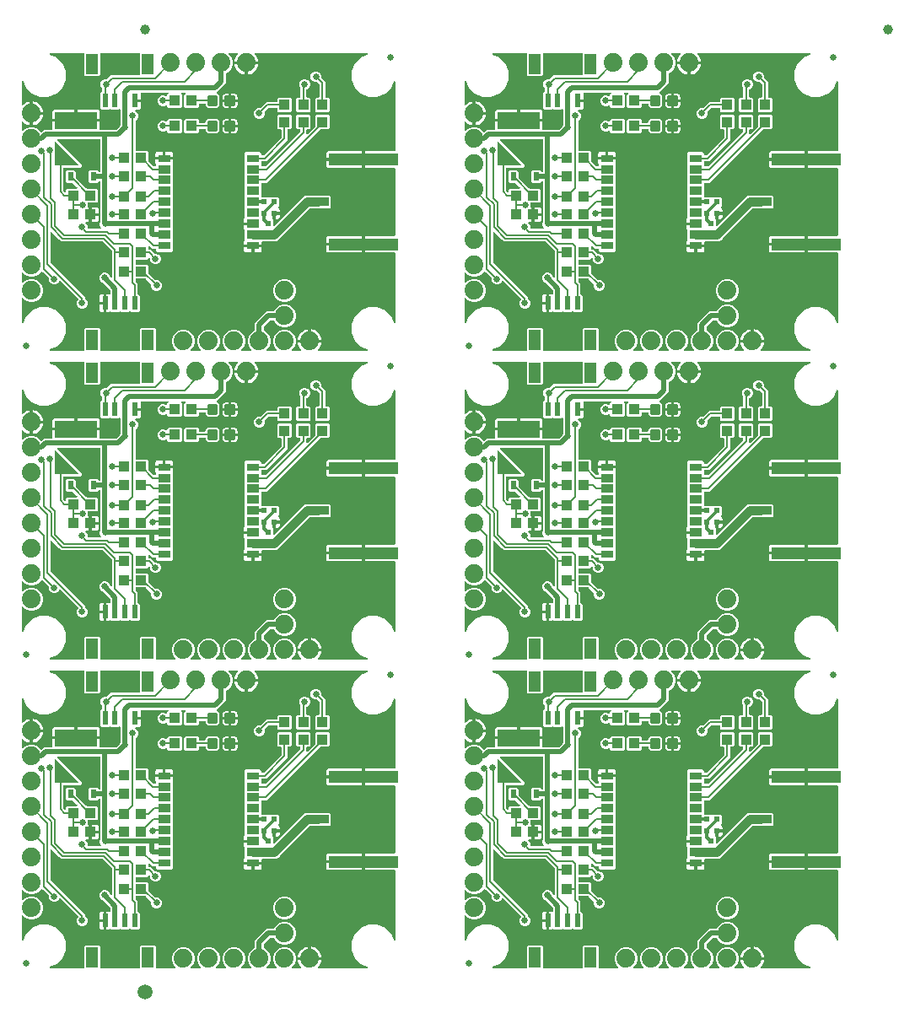
<source format=gtl>
G04 EAGLE Gerber RS-274X export*
G75*
%MOMM*%
%FSLAX34Y34*%
%LPD*%
%INTop Copper*%
%IPPOS*%
%AMOC8*
5,1,8,0,0,1.08239X$1,22.5*%
G01*
%ADD10R,1.200000X2.000000*%
%ADD11R,0.600000X1.350000*%
%ADD12C,1.879600*%
%ADD13R,1.100000X1.000000*%
%ADD14R,4.200000X1.700000*%
%ADD15R,1.000000X1.000000*%
%ADD16C,0.300000*%
%ADD17R,0.630000X0.830000*%
%ADD18R,1.000000X1.100000*%
%ADD19R,0.600000X0.600000*%
%ADD20R,1.300000X0.800000*%
%ADD21R,1.300000X0.900000*%
%ADD22C,0.635000*%
%ADD23R,7.000000X1.150000*%
%ADD24R,2.200000X0.900000*%
%ADD25C,1.000000*%
%ADD26C,1.500000*%
%ADD27C,0.508000*%
%ADD28C,0.660400*%
%ADD29C,0.177800*%
%ADD30C,0.304800*%
%ADD31C,0.889000*%

G36*
X509326Y3052D02*
X509326Y3052D01*
X509345Y3050D01*
X509447Y3072D01*
X509549Y3088D01*
X509566Y3098D01*
X509586Y3102D01*
X509675Y3155D01*
X509766Y3204D01*
X509780Y3218D01*
X509797Y3228D01*
X509864Y3307D01*
X509936Y3382D01*
X509944Y3400D01*
X509957Y3415D01*
X509996Y3511D01*
X510039Y3605D01*
X510041Y3625D01*
X510049Y3643D01*
X510067Y3810D01*
X510067Y24892D01*
X511258Y26083D01*
X524942Y26083D01*
X526133Y24892D01*
X526133Y3810D01*
X526136Y3790D01*
X526134Y3771D01*
X526156Y3669D01*
X526172Y3567D01*
X526182Y3550D01*
X526186Y3530D01*
X526239Y3441D01*
X526288Y3350D01*
X526302Y3336D01*
X526312Y3319D01*
X526391Y3252D01*
X526466Y3180D01*
X526484Y3172D01*
X526499Y3159D01*
X526595Y3120D01*
X526689Y3077D01*
X526709Y3075D01*
X526727Y3067D01*
X526894Y3049D01*
X565306Y3049D01*
X565326Y3052D01*
X565345Y3050D01*
X565447Y3072D01*
X565549Y3088D01*
X565566Y3098D01*
X565586Y3102D01*
X565675Y3155D01*
X565766Y3204D01*
X565780Y3218D01*
X565797Y3228D01*
X565864Y3307D01*
X565936Y3382D01*
X565944Y3400D01*
X565957Y3415D01*
X565996Y3511D01*
X566039Y3605D01*
X566041Y3625D01*
X566049Y3643D01*
X566067Y3810D01*
X566067Y24892D01*
X567258Y26083D01*
X580942Y26083D01*
X582133Y24892D01*
X582133Y3810D01*
X582136Y3790D01*
X582134Y3771D01*
X582156Y3669D01*
X582172Y3567D01*
X582182Y3550D01*
X582186Y3530D01*
X582239Y3441D01*
X582288Y3350D01*
X582302Y3336D01*
X582312Y3319D01*
X582391Y3252D01*
X582466Y3180D01*
X582484Y3172D01*
X582499Y3159D01*
X582595Y3120D01*
X582689Y3077D01*
X582709Y3075D01*
X582727Y3067D01*
X582894Y3049D01*
X601248Y3049D01*
X601319Y3060D01*
X601390Y3062D01*
X601439Y3080D01*
X601491Y3088D01*
X601554Y3122D01*
X601621Y3147D01*
X601662Y3179D01*
X601708Y3204D01*
X601757Y3256D01*
X601813Y3300D01*
X601842Y3344D01*
X601877Y3382D01*
X601908Y3447D01*
X601946Y3507D01*
X601959Y3558D01*
X601981Y3605D01*
X601989Y3676D01*
X602007Y3746D01*
X602002Y3798D01*
X602008Y3849D01*
X601993Y3920D01*
X601987Y3991D01*
X601967Y4039D01*
X601956Y4090D01*
X601919Y4151D01*
X601891Y4217D01*
X601846Y4273D01*
X601830Y4301D01*
X601812Y4316D01*
X601786Y4348D01*
X599910Y6225D01*
X598169Y10426D01*
X598169Y14974D01*
X599910Y19175D01*
X603125Y22390D01*
X607326Y24131D01*
X611874Y24131D01*
X616075Y22390D01*
X619290Y19175D01*
X621031Y14974D01*
X621031Y10426D01*
X619290Y6225D01*
X617414Y4348D01*
X617372Y4290D01*
X617323Y4238D01*
X617301Y4191D01*
X617270Y4149D01*
X617249Y4080D01*
X617219Y4015D01*
X617213Y3963D01*
X617198Y3913D01*
X617200Y3842D01*
X617192Y3771D01*
X617203Y3720D01*
X617204Y3668D01*
X617229Y3600D01*
X617244Y3530D01*
X617271Y3485D01*
X617289Y3437D01*
X617334Y3381D01*
X617370Y3319D01*
X617410Y3285D01*
X617442Y3245D01*
X617503Y3206D01*
X617557Y3159D01*
X617605Y3140D01*
X617649Y3112D01*
X617719Y3094D01*
X617785Y3067D01*
X617857Y3059D01*
X617888Y3051D01*
X617911Y3053D01*
X617952Y3049D01*
X626648Y3049D01*
X626719Y3060D01*
X626790Y3062D01*
X626839Y3080D01*
X626891Y3088D01*
X626954Y3122D01*
X627021Y3147D01*
X627062Y3179D01*
X627108Y3204D01*
X627157Y3256D01*
X627213Y3300D01*
X627242Y3344D01*
X627277Y3382D01*
X627308Y3447D01*
X627346Y3507D01*
X627359Y3558D01*
X627381Y3605D01*
X627389Y3676D01*
X627407Y3746D01*
X627402Y3798D01*
X627408Y3849D01*
X627393Y3920D01*
X627387Y3991D01*
X627367Y4039D01*
X627356Y4090D01*
X627319Y4151D01*
X627291Y4217D01*
X627246Y4273D01*
X627230Y4301D01*
X627212Y4316D01*
X627186Y4348D01*
X625310Y6225D01*
X623569Y10426D01*
X623569Y14974D01*
X625310Y19175D01*
X628525Y22390D01*
X632726Y24131D01*
X637274Y24131D01*
X641475Y22390D01*
X644690Y19175D01*
X646431Y14974D01*
X646431Y10426D01*
X644690Y6225D01*
X642814Y4348D01*
X642772Y4290D01*
X642723Y4238D01*
X642701Y4191D01*
X642670Y4149D01*
X642649Y4080D01*
X642619Y4015D01*
X642613Y3963D01*
X642598Y3913D01*
X642600Y3842D01*
X642592Y3771D01*
X642603Y3720D01*
X642604Y3668D01*
X642629Y3600D01*
X642644Y3530D01*
X642671Y3485D01*
X642689Y3437D01*
X642734Y3381D01*
X642770Y3319D01*
X642810Y3285D01*
X642842Y3245D01*
X642903Y3206D01*
X642957Y3159D01*
X643005Y3140D01*
X643049Y3112D01*
X643119Y3094D01*
X643185Y3067D01*
X643257Y3059D01*
X643288Y3051D01*
X643311Y3053D01*
X643352Y3049D01*
X652048Y3049D01*
X652119Y3060D01*
X652190Y3062D01*
X652239Y3080D01*
X652291Y3088D01*
X652354Y3122D01*
X652421Y3147D01*
X652462Y3179D01*
X652508Y3204D01*
X652557Y3256D01*
X652613Y3300D01*
X652642Y3344D01*
X652677Y3382D01*
X652708Y3447D01*
X652746Y3507D01*
X652759Y3558D01*
X652781Y3605D01*
X652789Y3676D01*
X652807Y3746D01*
X652802Y3798D01*
X652808Y3849D01*
X652793Y3920D01*
X652787Y3991D01*
X652767Y4039D01*
X652756Y4090D01*
X652719Y4151D01*
X652691Y4217D01*
X652646Y4273D01*
X652630Y4301D01*
X652612Y4316D01*
X652586Y4348D01*
X650710Y6225D01*
X648969Y10426D01*
X648969Y14974D01*
X650710Y19175D01*
X653925Y22390D01*
X658126Y24131D01*
X662674Y24131D01*
X666875Y22390D01*
X670090Y19175D01*
X671831Y14974D01*
X671831Y10426D01*
X670090Y6225D01*
X668214Y4348D01*
X668172Y4290D01*
X668123Y4238D01*
X668101Y4191D01*
X668070Y4149D01*
X668049Y4080D01*
X668019Y4015D01*
X668013Y3963D01*
X667998Y3913D01*
X668000Y3842D01*
X667992Y3771D01*
X668003Y3720D01*
X668004Y3668D01*
X668029Y3600D01*
X668044Y3530D01*
X668071Y3485D01*
X668089Y3437D01*
X668134Y3381D01*
X668170Y3319D01*
X668210Y3285D01*
X668242Y3245D01*
X668303Y3206D01*
X668357Y3159D01*
X668405Y3140D01*
X668449Y3112D01*
X668519Y3094D01*
X668585Y3067D01*
X668657Y3059D01*
X668688Y3051D01*
X668711Y3053D01*
X668752Y3049D01*
X677448Y3049D01*
X677519Y3060D01*
X677590Y3062D01*
X677639Y3080D01*
X677691Y3088D01*
X677754Y3122D01*
X677821Y3147D01*
X677862Y3179D01*
X677908Y3204D01*
X677957Y3256D01*
X678013Y3300D01*
X678042Y3344D01*
X678077Y3382D01*
X678108Y3447D01*
X678146Y3507D01*
X678159Y3558D01*
X678181Y3605D01*
X678189Y3676D01*
X678207Y3746D01*
X678202Y3798D01*
X678208Y3849D01*
X678193Y3920D01*
X678187Y3991D01*
X678167Y4039D01*
X678156Y4090D01*
X678119Y4151D01*
X678091Y4217D01*
X678046Y4273D01*
X678030Y4301D01*
X678012Y4316D01*
X677986Y4348D01*
X676110Y6225D01*
X674369Y10426D01*
X674369Y14974D01*
X676110Y19175D01*
X679325Y22390D01*
X680757Y22984D01*
X680857Y23046D01*
X680957Y23105D01*
X680961Y23110D01*
X680966Y23113D01*
X681041Y23204D01*
X681117Y23292D01*
X681119Y23298D01*
X681123Y23303D01*
X681165Y23411D01*
X681209Y23520D01*
X681210Y23528D01*
X681211Y23532D01*
X681212Y23551D01*
X681227Y23687D01*
X681227Y31104D01*
X692796Y42673D01*
X700213Y42673D01*
X700328Y42692D01*
X700444Y42709D01*
X700449Y42711D01*
X700456Y42712D01*
X700558Y42767D01*
X700663Y42820D01*
X700668Y42825D01*
X700673Y42828D01*
X700753Y42912D01*
X700835Y42996D01*
X700839Y43002D01*
X700842Y43006D01*
X700850Y43023D01*
X700916Y43143D01*
X701510Y44575D01*
X704725Y47790D01*
X708926Y49531D01*
X713474Y49531D01*
X717675Y47790D01*
X720890Y44575D01*
X722631Y40374D01*
X722631Y35826D01*
X720890Y31625D01*
X717675Y28410D01*
X713474Y26669D01*
X708926Y26669D01*
X704725Y28410D01*
X701510Y31625D01*
X700916Y33057D01*
X700854Y33157D01*
X700795Y33257D01*
X700790Y33261D01*
X700787Y33266D01*
X700696Y33341D01*
X700608Y33417D01*
X700602Y33419D01*
X700597Y33423D01*
X700489Y33465D01*
X700380Y33509D01*
X700372Y33510D01*
X700368Y33511D01*
X700349Y33512D01*
X700213Y33527D01*
X696899Y33527D01*
X696809Y33513D01*
X696718Y33505D01*
X696689Y33493D01*
X696657Y33488D01*
X696576Y33445D01*
X696492Y33409D01*
X696460Y33383D01*
X696439Y33372D01*
X696417Y33349D01*
X696361Y33304D01*
X690596Y27539D01*
X690543Y27465D01*
X690483Y27395D01*
X690471Y27365D01*
X690452Y27339D01*
X690425Y27252D01*
X690391Y27167D01*
X690387Y27126D01*
X690380Y27104D01*
X690381Y27072D01*
X690373Y27001D01*
X690373Y23687D01*
X690392Y23572D01*
X690409Y23456D01*
X690411Y23451D01*
X690412Y23444D01*
X690467Y23342D01*
X690520Y23237D01*
X690525Y23232D01*
X690528Y23227D01*
X690612Y23147D01*
X690696Y23065D01*
X690702Y23061D01*
X690706Y23058D01*
X690723Y23050D01*
X690843Y22984D01*
X692275Y22390D01*
X695490Y19175D01*
X697231Y14974D01*
X697231Y10426D01*
X695490Y6225D01*
X693614Y4348D01*
X693572Y4290D01*
X693523Y4238D01*
X693501Y4191D01*
X693470Y4149D01*
X693449Y4080D01*
X693419Y4015D01*
X693413Y3963D01*
X693398Y3913D01*
X693400Y3842D01*
X693392Y3771D01*
X693403Y3720D01*
X693404Y3668D01*
X693429Y3600D01*
X693444Y3530D01*
X693471Y3485D01*
X693489Y3437D01*
X693534Y3381D01*
X693570Y3319D01*
X693610Y3285D01*
X693642Y3245D01*
X693703Y3206D01*
X693757Y3159D01*
X693805Y3140D01*
X693849Y3112D01*
X693919Y3094D01*
X693985Y3067D01*
X694057Y3059D01*
X694088Y3051D01*
X694111Y3053D01*
X694152Y3049D01*
X702848Y3049D01*
X702919Y3060D01*
X702990Y3062D01*
X703039Y3080D01*
X703091Y3088D01*
X703154Y3122D01*
X703221Y3147D01*
X703262Y3179D01*
X703308Y3204D01*
X703357Y3256D01*
X703413Y3300D01*
X703442Y3344D01*
X703477Y3382D01*
X703508Y3447D01*
X703546Y3507D01*
X703559Y3558D01*
X703581Y3605D01*
X703589Y3676D01*
X703607Y3746D01*
X703602Y3798D01*
X703608Y3849D01*
X703593Y3920D01*
X703587Y3991D01*
X703567Y4039D01*
X703556Y4090D01*
X703519Y4151D01*
X703491Y4217D01*
X703446Y4273D01*
X703430Y4301D01*
X703412Y4316D01*
X703386Y4348D01*
X701510Y6225D01*
X699769Y10426D01*
X699769Y14974D01*
X701510Y19175D01*
X704725Y22390D01*
X708926Y24131D01*
X713474Y24131D01*
X717675Y22390D01*
X720890Y19175D01*
X722631Y14974D01*
X722631Y10426D01*
X720890Y6225D01*
X719014Y4348D01*
X718972Y4290D01*
X718923Y4238D01*
X718901Y4191D01*
X718870Y4149D01*
X718849Y4080D01*
X718819Y4015D01*
X718813Y3963D01*
X718798Y3913D01*
X718800Y3842D01*
X718792Y3771D01*
X718803Y3720D01*
X718804Y3668D01*
X718829Y3600D01*
X718844Y3530D01*
X718871Y3485D01*
X718889Y3437D01*
X718934Y3381D01*
X718970Y3319D01*
X719010Y3285D01*
X719042Y3245D01*
X719103Y3206D01*
X719157Y3159D01*
X719205Y3140D01*
X719249Y3112D01*
X719319Y3094D01*
X719385Y3067D01*
X719457Y3059D01*
X719488Y3051D01*
X719511Y3053D01*
X719552Y3049D01*
X727530Y3049D01*
X727600Y3060D01*
X727672Y3062D01*
X727721Y3080D01*
X727772Y3088D01*
X727836Y3122D01*
X727903Y3147D01*
X727944Y3179D01*
X727990Y3204D01*
X728039Y3255D01*
X728095Y3300D01*
X728123Y3344D01*
X728159Y3382D01*
X728189Y3447D01*
X728228Y3507D01*
X728241Y3558D01*
X728263Y3605D01*
X728271Y3676D01*
X728288Y3746D01*
X728284Y3798D01*
X728290Y3849D01*
X728275Y3920D01*
X728269Y3991D01*
X728249Y4039D01*
X728238Y4090D01*
X728201Y4151D01*
X728173Y4217D01*
X728128Y4273D01*
X728111Y4301D01*
X728094Y4316D01*
X728068Y4348D01*
X727494Y4922D01*
X726389Y6443D01*
X725536Y8117D01*
X724955Y9904D01*
X724754Y11177D01*
X735838Y11177D01*
X735858Y11180D01*
X735877Y11178D01*
X735979Y11200D01*
X736081Y11217D01*
X736098Y11226D01*
X736118Y11230D01*
X736207Y11283D01*
X736298Y11332D01*
X736312Y11346D01*
X736329Y11356D01*
X736396Y11435D01*
X736467Y11510D01*
X736476Y11528D01*
X736489Y11543D01*
X736527Y11639D01*
X736571Y11733D01*
X736573Y11753D01*
X736581Y11771D01*
X736599Y11938D01*
X736599Y12701D01*
X736601Y12701D01*
X736601Y11938D01*
X736604Y11918D01*
X736602Y11899D01*
X736624Y11797D01*
X736641Y11695D01*
X736650Y11678D01*
X736654Y11658D01*
X736707Y11569D01*
X736756Y11478D01*
X736770Y11464D01*
X736780Y11447D01*
X736859Y11380D01*
X736934Y11309D01*
X736952Y11300D01*
X736967Y11287D01*
X737063Y11248D01*
X737157Y11205D01*
X737177Y11203D01*
X737195Y11195D01*
X737362Y11177D01*
X748446Y11177D01*
X748245Y9904D01*
X747664Y8117D01*
X746811Y6443D01*
X745706Y4922D01*
X745132Y4348D01*
X745090Y4290D01*
X745041Y4238D01*
X745019Y4191D01*
X744989Y4149D01*
X744968Y4080D01*
X744937Y4015D01*
X744932Y3963D01*
X744916Y3913D01*
X744918Y3842D01*
X744910Y3771D01*
X744921Y3720D01*
X744923Y3668D01*
X744947Y3600D01*
X744962Y3530D01*
X744989Y3485D01*
X745007Y3437D01*
X745052Y3381D01*
X745089Y3319D01*
X745128Y3285D01*
X745161Y3245D01*
X745221Y3206D01*
X745276Y3159D01*
X745324Y3140D01*
X745368Y3112D01*
X745437Y3094D01*
X745504Y3067D01*
X745575Y3059D01*
X745606Y3051D01*
X745630Y3053D01*
X745670Y3049D01*
X793814Y3049D01*
X793910Y3064D01*
X794007Y3074D01*
X794031Y3084D01*
X794057Y3088D01*
X794143Y3134D01*
X794232Y3174D01*
X794251Y3191D01*
X794275Y3204D01*
X794341Y3274D01*
X794413Y3340D01*
X794426Y3363D01*
X794444Y3382D01*
X794485Y3470D01*
X794532Y3556D01*
X794537Y3581D01*
X794548Y3605D01*
X794558Y3702D01*
X794576Y3798D01*
X794572Y3824D01*
X794575Y3849D01*
X794554Y3945D01*
X794540Y4041D01*
X794528Y4064D01*
X794522Y4090D01*
X794472Y4173D01*
X794428Y4260D01*
X794410Y4279D01*
X794396Y4301D01*
X794322Y4364D01*
X794253Y4432D01*
X794224Y4448D01*
X794209Y4461D01*
X794179Y4473D01*
X794106Y4513D01*
X787870Y7096D01*
X781796Y13170D01*
X778509Y21105D01*
X778509Y29695D01*
X781796Y37630D01*
X787870Y43704D01*
X795805Y46991D01*
X804395Y46991D01*
X812330Y43704D01*
X818404Y37630D01*
X820987Y31394D01*
X821038Y31311D01*
X821084Y31225D01*
X821103Y31207D01*
X821116Y31185D01*
X821191Y31123D01*
X821262Y31056D01*
X821286Y31045D01*
X821306Y31028D01*
X821397Y30993D01*
X821485Y30952D01*
X821511Y30950D01*
X821535Y30940D01*
X821633Y30936D01*
X821729Y30925D01*
X821755Y30931D01*
X821781Y30930D01*
X821875Y30957D01*
X821970Y30978D01*
X821992Y30991D01*
X822017Y30998D01*
X822097Y31054D01*
X822181Y31104D01*
X822198Y31124D01*
X822219Y31139D01*
X822278Y31217D01*
X822341Y31291D01*
X822351Y31315D01*
X822366Y31336D01*
X822396Y31428D01*
X822433Y31519D01*
X822436Y31551D01*
X822442Y31570D01*
X822442Y31603D01*
X822451Y31686D01*
X822451Y100848D01*
X822448Y100868D01*
X822450Y100887D01*
X822428Y100989D01*
X822412Y101091D01*
X822402Y101108D01*
X822398Y101128D01*
X822345Y101217D01*
X822296Y101308D01*
X822282Y101322D01*
X822272Y101339D01*
X822193Y101406D01*
X822118Y101478D01*
X822100Y101486D01*
X822085Y101499D01*
X821989Y101538D01*
X821895Y101581D01*
X821875Y101583D01*
X821857Y101591D01*
X821690Y101609D01*
X792023Y101609D01*
X792023Y109138D01*
X792020Y109158D01*
X792022Y109177D01*
X792000Y109279D01*
X791983Y109381D01*
X791974Y109398D01*
X791970Y109418D01*
X791917Y109507D01*
X791868Y109598D01*
X791854Y109612D01*
X791844Y109629D01*
X791765Y109696D01*
X791690Y109767D01*
X791672Y109776D01*
X791657Y109789D01*
X791561Y109828D01*
X791467Y109871D01*
X791447Y109873D01*
X791429Y109881D01*
X791262Y109899D01*
X790499Y109899D01*
X790499Y109901D01*
X791262Y109901D01*
X791282Y109904D01*
X791301Y109902D01*
X791403Y109924D01*
X791505Y109941D01*
X791522Y109950D01*
X791542Y109954D01*
X791631Y110007D01*
X791722Y110056D01*
X791736Y110070D01*
X791753Y110080D01*
X791820Y110159D01*
X791891Y110234D01*
X791900Y110252D01*
X791913Y110267D01*
X791952Y110363D01*
X791995Y110457D01*
X791997Y110477D01*
X792005Y110495D01*
X792023Y110662D01*
X792023Y118191D01*
X821690Y118191D01*
X821710Y118194D01*
X821729Y118192D01*
X821831Y118214D01*
X821933Y118230D01*
X821950Y118240D01*
X821970Y118244D01*
X822059Y118297D01*
X822150Y118346D01*
X822164Y118360D01*
X822181Y118370D01*
X822248Y118449D01*
X822320Y118524D01*
X822328Y118542D01*
X822341Y118557D01*
X822380Y118653D01*
X822423Y118747D01*
X822425Y118767D01*
X822433Y118785D01*
X822451Y118952D01*
X822451Y185848D01*
X822448Y185868D01*
X822450Y185887D01*
X822428Y185989D01*
X822412Y186091D01*
X822402Y186108D01*
X822398Y186128D01*
X822345Y186217D01*
X822296Y186308D01*
X822282Y186322D01*
X822272Y186339D01*
X822193Y186406D01*
X822118Y186478D01*
X822100Y186486D01*
X822085Y186499D01*
X821989Y186538D01*
X821895Y186581D01*
X821875Y186583D01*
X821857Y186591D01*
X821690Y186609D01*
X792023Y186609D01*
X792023Y194138D01*
X792021Y194151D01*
X792022Y194162D01*
X792021Y194167D01*
X792022Y194177D01*
X792000Y194279D01*
X791983Y194381D01*
X791974Y194398D01*
X791970Y194418D01*
X791917Y194507D01*
X791868Y194598D01*
X791854Y194612D01*
X791844Y194629D01*
X791765Y194696D01*
X791690Y194767D01*
X791672Y194776D01*
X791657Y194789D01*
X791561Y194828D01*
X791467Y194871D01*
X791447Y194873D01*
X791429Y194881D01*
X791262Y194899D01*
X790499Y194899D01*
X790499Y194901D01*
X791262Y194901D01*
X791282Y194904D01*
X791301Y194902D01*
X791403Y194924D01*
X791505Y194941D01*
X791522Y194950D01*
X791542Y194954D01*
X791631Y195007D01*
X791722Y195056D01*
X791736Y195070D01*
X791753Y195080D01*
X791820Y195159D01*
X791891Y195234D01*
X791900Y195252D01*
X791913Y195267D01*
X791952Y195363D01*
X791995Y195457D01*
X791997Y195477D01*
X792005Y195495D01*
X792023Y195662D01*
X792023Y203191D01*
X821690Y203191D01*
X821710Y203194D01*
X821729Y203192D01*
X821831Y203214D01*
X821933Y203230D01*
X821950Y203240D01*
X821970Y203244D01*
X822059Y203297D01*
X822150Y203346D01*
X822164Y203360D01*
X822181Y203370D01*
X822248Y203449D01*
X822320Y203524D01*
X822328Y203542D01*
X822341Y203557D01*
X822380Y203653D01*
X822423Y203747D01*
X822425Y203767D01*
X822433Y203785D01*
X822451Y203952D01*
X822451Y273114D01*
X822436Y273210D01*
X822426Y273307D01*
X822416Y273331D01*
X822412Y273357D01*
X822366Y273443D01*
X822326Y273532D01*
X822309Y273551D01*
X822296Y273575D01*
X822226Y273641D01*
X822160Y273713D01*
X822137Y273726D01*
X822118Y273744D01*
X822030Y273785D01*
X821944Y273832D01*
X821919Y273837D01*
X821895Y273848D01*
X821798Y273858D01*
X821702Y273876D01*
X821676Y273872D01*
X821651Y273875D01*
X821555Y273854D01*
X821459Y273840D01*
X821436Y273828D01*
X821410Y273822D01*
X821327Y273772D01*
X821240Y273728D01*
X821221Y273710D01*
X821199Y273696D01*
X821136Y273622D01*
X821068Y273553D01*
X821052Y273524D01*
X821039Y273509D01*
X821027Y273479D01*
X820987Y273406D01*
X818404Y267170D01*
X812330Y261096D01*
X804395Y257809D01*
X795805Y257809D01*
X787870Y261096D01*
X781796Y267170D01*
X778509Y275105D01*
X778509Y283695D01*
X781796Y291630D01*
X787870Y297704D01*
X794106Y300287D01*
X794189Y300338D01*
X794275Y300384D01*
X794293Y300403D01*
X794315Y300416D01*
X794377Y300491D01*
X794444Y300562D01*
X794455Y300586D01*
X794472Y300606D01*
X794506Y300697D01*
X794548Y300785D01*
X794550Y300811D01*
X794560Y300835D01*
X794564Y300933D01*
X794575Y301029D01*
X794569Y301055D01*
X794570Y301081D01*
X794543Y301175D01*
X794522Y301270D01*
X794509Y301292D01*
X794502Y301317D01*
X794446Y301397D01*
X794396Y301481D01*
X794376Y301498D01*
X794361Y301519D01*
X794283Y301578D01*
X794209Y301641D01*
X794185Y301651D01*
X794164Y301666D01*
X794072Y301696D01*
X793981Y301733D01*
X793949Y301736D01*
X793930Y301742D01*
X793897Y301742D01*
X793814Y301751D01*
X682170Y301751D01*
X682100Y301740D01*
X682028Y301738D01*
X681979Y301720D01*
X681928Y301712D01*
X681864Y301678D01*
X681797Y301653D01*
X681756Y301621D01*
X681710Y301596D01*
X681661Y301545D01*
X681605Y301500D01*
X681577Y301456D01*
X681541Y301418D01*
X681511Y301353D01*
X681472Y301293D01*
X681459Y301242D01*
X681437Y301195D01*
X681429Y301124D01*
X681412Y301054D01*
X681416Y301002D01*
X681410Y300951D01*
X681425Y300880D01*
X681431Y300809D01*
X681451Y300761D01*
X681462Y300710D01*
X681499Y300649D01*
X681527Y300583D01*
X681572Y300527D01*
X681589Y300499D01*
X681606Y300484D01*
X681632Y300452D01*
X682206Y299878D01*
X683311Y298357D01*
X684164Y296683D01*
X684745Y294896D01*
X684946Y293623D01*
X673862Y293623D01*
X673842Y293620D01*
X673823Y293622D01*
X673721Y293600D01*
X673619Y293583D01*
X673602Y293574D01*
X673582Y293570D01*
X673493Y293517D01*
X673402Y293468D01*
X673388Y293454D01*
X673371Y293444D01*
X673304Y293365D01*
X673233Y293290D01*
X673224Y293272D01*
X673211Y293257D01*
X673173Y293161D01*
X673129Y293067D01*
X673127Y293047D01*
X673119Y293029D01*
X673101Y292862D01*
X673101Y292099D01*
X673099Y292099D01*
X673099Y292862D01*
X673096Y292882D01*
X673098Y292901D01*
X673076Y293003D01*
X673059Y293105D01*
X673050Y293122D01*
X673046Y293142D01*
X672993Y293231D01*
X672944Y293322D01*
X672930Y293336D01*
X672920Y293353D01*
X672841Y293420D01*
X672766Y293491D01*
X672748Y293500D01*
X672733Y293513D01*
X672637Y293552D01*
X672543Y293595D01*
X672523Y293597D01*
X672505Y293605D01*
X672338Y293623D01*
X661254Y293623D01*
X661455Y294896D01*
X662036Y296683D01*
X662889Y298357D01*
X663994Y299878D01*
X664568Y300452D01*
X664610Y300510D01*
X664659Y300562D01*
X664681Y300609D01*
X664711Y300651D01*
X664732Y300720D01*
X664763Y300785D01*
X664768Y300837D01*
X664784Y300887D01*
X664782Y300958D01*
X664790Y301029D01*
X664779Y301080D01*
X664777Y301132D01*
X664753Y301200D01*
X664738Y301270D01*
X664711Y301315D01*
X664693Y301363D01*
X664648Y301419D01*
X664611Y301481D01*
X664572Y301515D01*
X664539Y301555D01*
X664479Y301594D01*
X664424Y301641D01*
X664376Y301660D01*
X664332Y301688D01*
X664263Y301706D01*
X664196Y301733D01*
X664125Y301741D01*
X664094Y301749D01*
X664070Y301747D01*
X664030Y301751D01*
X656052Y301751D01*
X655981Y301740D01*
X655910Y301738D01*
X655861Y301720D01*
X655809Y301712D01*
X655746Y301678D01*
X655679Y301653D01*
X655638Y301621D01*
X655592Y301596D01*
X655543Y301544D01*
X655487Y301500D01*
X655458Y301456D01*
X655423Y301418D01*
X655392Y301353D01*
X655354Y301293D01*
X655341Y301242D01*
X655319Y301195D01*
X655311Y301124D01*
X655293Y301054D01*
X655298Y301002D01*
X655292Y300951D01*
X655307Y300880D01*
X655313Y300809D01*
X655333Y300761D01*
X655344Y300710D01*
X655381Y300649D01*
X655409Y300583D01*
X655454Y300527D01*
X655470Y300499D01*
X655488Y300484D01*
X655514Y300452D01*
X657390Y298575D01*
X659131Y294374D01*
X659131Y289826D01*
X657390Y285625D01*
X654175Y282410D01*
X652743Y281816D01*
X652643Y281754D01*
X652543Y281695D01*
X652539Y281690D01*
X652534Y281687D01*
X652459Y281596D01*
X652383Y281508D01*
X652381Y281502D01*
X652377Y281497D01*
X652335Y281388D01*
X652291Y281280D01*
X652290Y281272D01*
X652289Y281268D01*
X652288Y281249D01*
X652273Y281113D01*
X652273Y271156D01*
X646146Y265029D01*
X643449Y262332D01*
X643407Y262274D01*
X643358Y262222D01*
X643336Y262175D01*
X643306Y262133D01*
X643284Y262064D01*
X643254Y261999D01*
X643249Y261947D01*
X643233Y261897D01*
X643235Y261826D01*
X643227Y261755D01*
X643238Y261704D01*
X643240Y261652D01*
X643264Y261584D01*
X643279Y261514D01*
X643306Y261469D01*
X643324Y261421D01*
X643369Y261365D01*
X643406Y261303D01*
X643445Y261269D01*
X643478Y261229D01*
X643538Y261190D01*
X643592Y261143D01*
X643641Y261124D01*
X643685Y261096D01*
X643754Y261078D01*
X643821Y261051D01*
X643882Y261044D01*
X645963Y258963D01*
X645963Y249037D01*
X643893Y246967D01*
X633967Y246967D01*
X631897Y249037D01*
X631897Y250317D01*
X631894Y250337D01*
X631896Y250356D01*
X631874Y250458D01*
X631858Y250560D01*
X631848Y250577D01*
X631844Y250597D01*
X631791Y250686D01*
X631742Y250777D01*
X631728Y250791D01*
X631718Y250808D01*
X631639Y250875D01*
X631564Y250947D01*
X631546Y250955D01*
X631531Y250968D01*
X631435Y251007D01*
X631341Y251050D01*
X631321Y251052D01*
X631303Y251060D01*
X631136Y251078D01*
X626394Y251078D01*
X626374Y251075D01*
X626355Y251077D01*
X626253Y251055D01*
X626151Y251039D01*
X626134Y251029D01*
X626114Y251025D01*
X626025Y250972D01*
X625934Y250923D01*
X625920Y250909D01*
X625903Y250899D01*
X625836Y250820D01*
X625764Y250745D01*
X625756Y250727D01*
X625743Y250712D01*
X625704Y250616D01*
X625661Y250522D01*
X625659Y250502D01*
X625651Y250484D01*
X625633Y250317D01*
X625633Y248158D01*
X624442Y246967D01*
X611758Y246967D01*
X610567Y248158D01*
X610567Y259842D01*
X611553Y260828D01*
X611595Y260886D01*
X611644Y260938D01*
X611666Y260985D01*
X611697Y261027D01*
X611718Y261096D01*
X611748Y261161D01*
X611754Y261213D01*
X611769Y261263D01*
X611767Y261334D01*
X611775Y261405D01*
X611764Y261456D01*
X611763Y261508D01*
X611738Y261576D01*
X611723Y261646D01*
X611696Y261691D01*
X611678Y261739D01*
X611633Y261795D01*
X611597Y261857D01*
X611557Y261891D01*
X611524Y261931D01*
X611464Y261970D01*
X611410Y262017D01*
X611361Y262036D01*
X611317Y262064D01*
X611248Y262082D01*
X611181Y262109D01*
X611110Y262117D01*
X611079Y262125D01*
X611056Y262123D01*
X611015Y262127D01*
X608185Y262127D01*
X608115Y262116D01*
X608043Y262114D01*
X607994Y262096D01*
X607943Y262088D01*
X607879Y262054D01*
X607812Y262029D01*
X607771Y261997D01*
X607725Y261972D01*
X607676Y261920D01*
X607620Y261876D01*
X607592Y261832D01*
X607556Y261794D01*
X607526Y261729D01*
X607487Y261669D01*
X607474Y261618D01*
X607452Y261571D01*
X607444Y261500D01*
X607427Y261430D01*
X607431Y261378D01*
X607425Y261327D01*
X607440Y261256D01*
X607446Y261185D01*
X607466Y261137D01*
X607477Y261086D01*
X607514Y261025D01*
X607542Y260959D01*
X607587Y260903D01*
X607603Y260875D01*
X607621Y260860D01*
X607647Y260828D01*
X608633Y259842D01*
X608633Y248158D01*
X607442Y246967D01*
X594758Y246967D01*
X593567Y248158D01*
X593567Y248905D01*
X593556Y248976D01*
X593554Y249048D01*
X593536Y249097D01*
X593528Y249148D01*
X593494Y249211D01*
X593469Y249279D01*
X593437Y249319D01*
X593412Y249365D01*
X593360Y249415D01*
X593316Y249471D01*
X593272Y249499D01*
X593234Y249535D01*
X593169Y249565D01*
X593109Y249604D01*
X593058Y249616D01*
X593011Y249638D01*
X592940Y249646D01*
X592870Y249664D01*
X592818Y249660D01*
X592767Y249665D01*
X592696Y249650D01*
X592625Y249644D01*
X592577Y249624D01*
X592526Y249613D01*
X592465Y249576D01*
X592399Y249548D01*
X592343Y249503D01*
X592315Y249487D01*
X592310Y249481D01*
X590341Y248665D01*
X588219Y248665D01*
X586258Y249477D01*
X584757Y250978D01*
X583945Y252939D01*
X583945Y255061D01*
X584757Y257022D01*
X586258Y258523D01*
X588219Y259335D01*
X590341Y259335D01*
X592330Y258511D01*
X592378Y258465D01*
X592425Y258444D01*
X592467Y258413D01*
X592536Y258392D01*
X592601Y258362D01*
X592653Y258356D01*
X592702Y258341D01*
X592774Y258343D01*
X592845Y258335D01*
X592896Y258346D01*
X592948Y258347D01*
X593016Y258372D01*
X593086Y258387D01*
X593131Y258414D01*
X593179Y258432D01*
X593235Y258476D01*
X593297Y258513D01*
X593331Y258553D01*
X593371Y258585D01*
X593410Y258646D01*
X593457Y258700D01*
X593476Y258748D01*
X593504Y258792D01*
X593522Y258862D01*
X593549Y258928D01*
X593557Y258999D01*
X593565Y259031D01*
X593563Y259054D01*
X593567Y259095D01*
X593567Y259842D01*
X594553Y260828D01*
X594595Y260886D01*
X594644Y260938D01*
X594666Y260985D01*
X594697Y261027D01*
X594718Y261096D01*
X594748Y261161D01*
X594754Y261213D01*
X594769Y261263D01*
X594767Y261334D01*
X594775Y261405D01*
X594764Y261456D01*
X594763Y261508D01*
X594738Y261576D01*
X594723Y261646D01*
X594696Y261691D01*
X594678Y261739D01*
X594633Y261795D01*
X594597Y261857D01*
X594557Y261891D01*
X594524Y261931D01*
X594464Y261970D01*
X594410Y262017D01*
X594361Y262036D01*
X594317Y262064D01*
X594248Y262082D01*
X594181Y262109D01*
X594110Y262117D01*
X594079Y262125D01*
X594056Y262123D01*
X594015Y262127D01*
X567353Y262127D01*
X567238Y262108D01*
X567118Y262090D01*
X567115Y262088D01*
X567111Y262088D01*
X567007Y262033D01*
X566900Y261977D01*
X566897Y261974D01*
X566893Y261972D01*
X566811Y261886D01*
X566729Y261801D01*
X566727Y261797D01*
X566724Y261794D01*
X566674Y261686D01*
X566623Y261579D01*
X566622Y261575D01*
X566620Y261571D01*
X566607Y261452D01*
X566593Y261335D01*
X566594Y261330D01*
X566593Y261327D01*
X566596Y261313D01*
X566618Y261169D01*
X566641Y261085D01*
X566641Y255499D01*
X561838Y255499D01*
X561819Y255496D01*
X561799Y255498D01*
X561697Y255476D01*
X561595Y255460D01*
X561578Y255450D01*
X561558Y255446D01*
X561469Y255393D01*
X561378Y255344D01*
X561364Y255330D01*
X561347Y255320D01*
X561280Y255241D01*
X561209Y255166D01*
X561200Y255148D01*
X561187Y255133D01*
X561149Y255037D01*
X561105Y254943D01*
X561103Y254923D01*
X561095Y254905D01*
X561077Y254738D01*
X561077Y253262D01*
X561080Y253242D01*
X561078Y253222D01*
X561100Y253121D01*
X561117Y253019D01*
X561126Y253002D01*
X561130Y252982D01*
X561183Y252893D01*
X561232Y252802D01*
X561246Y252788D01*
X561256Y252771D01*
X561335Y252704D01*
X561410Y252632D01*
X561428Y252624D01*
X561443Y252611D01*
X561540Y252572D01*
X561633Y252529D01*
X561653Y252527D01*
X561671Y252519D01*
X561838Y252501D01*
X566641Y252501D01*
X566641Y246916D01*
X566468Y246269D01*
X566133Y245690D01*
X565660Y245217D01*
X565081Y244882D01*
X564434Y244709D01*
X562205Y244709D01*
X562108Y244693D01*
X562011Y244684D01*
X561987Y244674D01*
X561962Y244670D01*
X561876Y244624D01*
X561786Y244584D01*
X561767Y244567D01*
X561744Y244554D01*
X561677Y244484D01*
X561605Y244418D01*
X561593Y244395D01*
X561575Y244376D01*
X561534Y244288D01*
X561487Y244202D01*
X561482Y244176D01*
X561471Y244153D01*
X561461Y244056D01*
X561443Y243960D01*
X561447Y243934D01*
X561444Y243909D01*
X561465Y243813D01*
X561479Y243717D01*
X561491Y243694D01*
X561497Y243668D01*
X561547Y243584D01*
X561591Y243497D01*
X561609Y243479D01*
X561623Y243457D01*
X561697Y243394D01*
X561767Y243325D01*
X561794Y243310D01*
X563323Y241782D01*
X564135Y239821D01*
X564135Y237699D01*
X563323Y235738D01*
X561945Y234360D01*
X561892Y234286D01*
X561832Y234217D01*
X561820Y234187D01*
X561801Y234160D01*
X561774Y234074D01*
X561740Y233989D01*
X561736Y233948D01*
X561729Y233925D01*
X561730Y233893D01*
X561722Y233822D01*
X561722Y204644D01*
X561725Y204624D01*
X561723Y204605D01*
X561745Y204503D01*
X561761Y204401D01*
X561771Y204384D01*
X561775Y204364D01*
X561828Y204275D01*
X561877Y204184D01*
X561891Y204170D01*
X561901Y204153D01*
X561980Y204086D01*
X562055Y204014D01*
X562073Y204006D01*
X562088Y203993D01*
X562184Y203954D01*
X562278Y203911D01*
X562298Y203909D01*
X562316Y203901D01*
X562483Y203883D01*
X573642Y203883D01*
X574833Y202692D01*
X574833Y194155D01*
X574847Y194064D01*
X574855Y193974D01*
X574867Y193944D01*
X574872Y193912D01*
X574915Y193831D01*
X574951Y193747D01*
X574977Y193715D01*
X574988Y193694D01*
X575011Y193672D01*
X575056Y193616D01*
X580127Y188545D01*
X580201Y188492D01*
X580271Y188432D01*
X580301Y188420D01*
X580327Y188401D01*
X580414Y188374D01*
X580499Y188340D01*
X580540Y188336D01*
X580562Y188329D01*
X580594Y188330D01*
X580666Y188322D01*
X581206Y188322D01*
X581226Y188325D01*
X581245Y188323D01*
X581347Y188345D01*
X581449Y188361D01*
X581466Y188371D01*
X581486Y188375D01*
X581575Y188428D01*
X581666Y188477D01*
X581680Y188491D01*
X581697Y188501D01*
X581764Y188580D01*
X581836Y188655D01*
X581844Y188673D01*
X581857Y188688D01*
X581896Y188784D01*
X581939Y188878D01*
X581941Y188898D01*
X581949Y188916D01*
X581967Y189083D01*
X581967Y190635D01*
X581949Y190748D01*
X581933Y190862D01*
X581929Y190872D01*
X581928Y190878D01*
X581917Y190898D01*
X581865Y191016D01*
X581632Y191419D01*
X581459Y192066D01*
X581459Y194877D01*
X589738Y194877D01*
X589758Y194880D01*
X589777Y194878D01*
X589879Y194900D01*
X589981Y194917D01*
X589998Y194926D01*
X590018Y194930D01*
X590107Y194983D01*
X590198Y195032D01*
X590212Y195046D01*
X590229Y195056D01*
X590296Y195135D01*
X590367Y195210D01*
X590376Y195228D01*
X590389Y195243D01*
X590428Y195339D01*
X590471Y195433D01*
X590473Y195453D01*
X590481Y195471D01*
X590499Y195638D01*
X590499Y196401D01*
X590501Y196401D01*
X590501Y195638D01*
X590504Y195621D01*
X590502Y195605D01*
X590502Y195603D01*
X590502Y195599D01*
X590524Y195497D01*
X590541Y195395D01*
X590550Y195378D01*
X590554Y195358D01*
X590607Y195269D01*
X590656Y195178D01*
X590670Y195164D01*
X590680Y195147D01*
X590759Y195080D01*
X590834Y195009D01*
X590852Y195000D01*
X590867Y194987D01*
X590963Y194948D01*
X591057Y194905D01*
X591077Y194903D01*
X591095Y194895D01*
X591262Y194877D01*
X599541Y194877D01*
X599541Y192066D01*
X599368Y191419D01*
X599135Y191016D01*
X599094Y190909D01*
X599051Y190802D01*
X599050Y190792D01*
X599048Y190786D01*
X599047Y190764D01*
X599033Y190635D01*
X599033Y114007D01*
X599020Y113989D01*
X599014Y113970D01*
X599003Y113953D01*
X598978Y113852D01*
X598947Y113754D01*
X598948Y113734D01*
X598943Y113714D01*
X598951Y113611D01*
X598953Y113508D01*
X598960Y113489D01*
X598962Y113469D01*
X599002Y113374D01*
X599033Y113291D01*
X599033Y103558D01*
X597842Y102367D01*
X583158Y102367D01*
X581967Y103558D01*
X581967Y104717D01*
X581964Y104737D01*
X581966Y104756D01*
X581944Y104858D01*
X581928Y104960D01*
X581918Y104977D01*
X581914Y104997D01*
X581861Y105086D01*
X581812Y105177D01*
X581798Y105191D01*
X581788Y105208D01*
X581709Y105275D01*
X581634Y105347D01*
X581616Y105355D01*
X581601Y105368D01*
X581505Y105407D01*
X581411Y105450D01*
X581391Y105452D01*
X581373Y105460D01*
X581206Y105478D01*
X578340Y105478D01*
X576132Y107686D01*
X576074Y107728D01*
X576022Y107777D01*
X575975Y107799D01*
X575933Y107829D01*
X575864Y107850D01*
X575799Y107881D01*
X575747Y107886D01*
X575697Y107902D01*
X575626Y107900D01*
X575555Y107908D01*
X575504Y107897D01*
X575452Y107895D01*
X575384Y107871D01*
X575314Y107855D01*
X575269Y107829D01*
X575221Y107811D01*
X575165Y107766D01*
X575103Y107729D01*
X575069Y107690D01*
X575029Y107657D01*
X574990Y107597D01*
X574943Y107542D01*
X574924Y107494D01*
X574896Y107450D01*
X574878Y107381D01*
X574851Y107314D01*
X574843Y107243D01*
X574835Y107212D01*
X574837Y107188D01*
X574833Y107148D01*
X574833Y105283D01*
X574836Y105263D01*
X574834Y105244D01*
X574856Y105142D01*
X574872Y105040D01*
X574882Y105023D01*
X574886Y105003D01*
X574939Y104914D01*
X574988Y104823D01*
X575002Y104809D01*
X575012Y104792D01*
X575091Y104725D01*
X575166Y104653D01*
X575184Y104645D01*
X575199Y104632D01*
X575295Y104593D01*
X575389Y104550D01*
X575409Y104548D01*
X575427Y104540D01*
X575594Y104522D01*
X576520Y104522D01*
X580234Y100808D01*
X580308Y100755D01*
X580378Y100695D01*
X580408Y100683D01*
X580434Y100664D01*
X580521Y100637D01*
X580606Y100603D01*
X580647Y100599D01*
X580669Y100592D01*
X580701Y100593D01*
X580773Y100585D01*
X582721Y100585D01*
X584682Y99773D01*
X586183Y98272D01*
X586995Y96311D01*
X586995Y94189D01*
X586183Y92228D01*
X584682Y90727D01*
X582721Y89915D01*
X580599Y89915D01*
X578638Y90727D01*
X577137Y92228D01*
X576325Y94189D01*
X576325Y95413D01*
X576314Y95483D01*
X576312Y95555D01*
X576294Y95604D01*
X576286Y95655D01*
X576252Y95719D01*
X576227Y95786D01*
X576195Y95827D01*
X576170Y95873D01*
X576118Y95922D01*
X576074Y95978D01*
X576030Y96006D01*
X575992Y96042D01*
X575927Y96072D01*
X575867Y96111D01*
X575816Y96124D01*
X575769Y96146D01*
X575698Y96154D01*
X575628Y96171D01*
X575576Y96167D01*
X575525Y96173D01*
X575454Y96158D01*
X575383Y96152D01*
X575335Y96132D01*
X575284Y96121D01*
X575223Y96084D01*
X575157Y96056D01*
X575101Y96011D01*
X575073Y95995D01*
X575058Y95977D01*
X575026Y95951D01*
X573642Y94567D01*
X562483Y94567D01*
X562463Y94564D01*
X562444Y94566D01*
X562342Y94544D01*
X562240Y94528D01*
X562223Y94518D01*
X562203Y94514D01*
X562114Y94461D01*
X562023Y94412D01*
X562009Y94398D01*
X561992Y94388D01*
X561925Y94309D01*
X561853Y94234D01*
X561845Y94216D01*
X561832Y94201D01*
X561793Y94105D01*
X561750Y94011D01*
X561748Y93991D01*
X561740Y93973D01*
X561722Y93806D01*
X561722Y90344D01*
X561725Y90324D01*
X561723Y90305D01*
X561745Y90203D01*
X561761Y90101D01*
X561771Y90084D01*
X561775Y90064D01*
X561828Y89975D01*
X561877Y89884D01*
X561891Y89870D01*
X561901Y89853D01*
X561980Y89786D01*
X562055Y89714D01*
X562073Y89706D01*
X562088Y89693D01*
X562184Y89654D01*
X562278Y89611D01*
X562298Y89609D01*
X562316Y89601D01*
X562483Y89583D01*
X573642Y89583D01*
X574833Y88392D01*
X574833Y81125D01*
X574847Y81034D01*
X574855Y80944D01*
X574867Y80914D01*
X574872Y80882D01*
X574915Y80801D01*
X574951Y80717D01*
X574977Y80685D01*
X574988Y80664D01*
X575011Y80642D01*
X575056Y80586D01*
X581504Y74138D01*
X581578Y74085D01*
X581648Y74025D01*
X581678Y74013D01*
X581704Y73994D01*
X581791Y73967D01*
X581876Y73933D01*
X581917Y73929D01*
X581939Y73922D01*
X581971Y73923D01*
X582043Y73915D01*
X583991Y73915D01*
X585952Y73103D01*
X587453Y71602D01*
X588265Y69641D01*
X588265Y67519D01*
X587453Y65558D01*
X585952Y64057D01*
X583991Y63245D01*
X581869Y63245D01*
X579908Y64057D01*
X578407Y65558D01*
X577595Y67519D01*
X577595Y69467D01*
X577581Y69557D01*
X577573Y69648D01*
X577561Y69678D01*
X577556Y69710D01*
X577513Y69791D01*
X577477Y69875D01*
X577451Y69907D01*
X577440Y69928D01*
X577417Y69950D01*
X577372Y70006D01*
X572084Y75294D01*
X572010Y75347D01*
X571940Y75407D01*
X571910Y75419D01*
X571884Y75438D01*
X571797Y75465D01*
X571712Y75499D01*
X571671Y75503D01*
X571649Y75510D01*
X571617Y75509D01*
X571545Y75517D01*
X562483Y75517D01*
X562463Y75514D01*
X562444Y75516D01*
X562342Y75494D01*
X562240Y75478D01*
X562223Y75468D01*
X562203Y75464D01*
X562114Y75411D01*
X562023Y75362D01*
X562009Y75348D01*
X561992Y75338D01*
X561925Y75259D01*
X561853Y75184D01*
X561845Y75166D01*
X561832Y75151D01*
X561793Y75055D01*
X561750Y74961D01*
X561748Y74941D01*
X561740Y74923D01*
X561722Y74756D01*
X561722Y72646D01*
X561736Y72555D01*
X561744Y72465D01*
X561756Y72435D01*
X561761Y72403D01*
X561804Y72322D01*
X561840Y72238D01*
X561866Y72206D01*
X561877Y72185D01*
X561900Y72163D01*
X561945Y72107D01*
X564022Y70030D01*
X564022Y60344D01*
X564025Y60324D01*
X564023Y60305D01*
X564045Y60203D01*
X564061Y60101D01*
X564071Y60084D01*
X564075Y60064D01*
X564128Y59975D01*
X564177Y59884D01*
X564191Y59870D01*
X564201Y59853D01*
X564280Y59786D01*
X564355Y59714D01*
X564373Y59706D01*
X564388Y59693D01*
X564484Y59654D01*
X564578Y59611D01*
X564598Y59609D01*
X564616Y59601D01*
X564783Y59583D01*
X564942Y59583D01*
X566133Y58392D01*
X566133Y43208D01*
X564942Y42017D01*
X557258Y42017D01*
X556638Y42637D01*
X556622Y42649D01*
X556610Y42664D01*
X556522Y42720D01*
X556439Y42781D01*
X556420Y42786D01*
X556403Y42797D01*
X556302Y42822D01*
X556203Y42853D01*
X556184Y42852D01*
X556164Y42857D01*
X556061Y42849D01*
X555958Y42847D01*
X555939Y42840D01*
X555919Y42838D01*
X555824Y42798D01*
X555727Y42762D01*
X555711Y42750D01*
X555693Y42742D01*
X555562Y42637D01*
X554942Y42017D01*
X547258Y42017D01*
X546638Y42637D01*
X546622Y42649D01*
X546610Y42664D01*
X546522Y42720D01*
X546439Y42781D01*
X546420Y42786D01*
X546403Y42797D01*
X546302Y42822D01*
X546203Y42853D01*
X546184Y42852D01*
X546164Y42857D01*
X546061Y42849D01*
X545958Y42847D01*
X545939Y42840D01*
X545919Y42838D01*
X545824Y42798D01*
X545727Y42762D01*
X545711Y42750D01*
X545693Y42742D01*
X545562Y42637D01*
X544942Y42017D01*
X537258Y42017D01*
X536998Y42278D01*
X536981Y42289D01*
X536969Y42305D01*
X536882Y42361D01*
X536798Y42421D01*
X536779Y42427D01*
X536762Y42438D01*
X536662Y42463D01*
X536563Y42494D01*
X536543Y42493D01*
X536523Y42498D01*
X536420Y42490D01*
X536317Y42487D01*
X536298Y42480D01*
X536278Y42479D01*
X536183Y42438D01*
X536086Y42403D01*
X536070Y42390D01*
X536052Y42383D01*
X535921Y42278D01*
X535660Y42017D01*
X535081Y41682D01*
X534434Y41509D01*
X532599Y41509D01*
X532599Y50062D01*
X532596Y50081D01*
X532598Y50101D01*
X532576Y50203D01*
X532560Y50305D01*
X532550Y50322D01*
X532546Y50342D01*
X532493Y50431D01*
X532444Y50522D01*
X532430Y50536D01*
X532420Y50553D01*
X532341Y50620D01*
X532266Y50691D01*
X532248Y50700D01*
X532233Y50713D01*
X532137Y50751D01*
X532043Y50795D01*
X532023Y50797D01*
X532005Y50804D01*
X532081Y50817D01*
X532098Y50826D01*
X532118Y50830D01*
X532207Y50883D01*
X532298Y50932D01*
X532312Y50946D01*
X532329Y50956D01*
X532396Y51035D01*
X532468Y51110D01*
X532476Y51128D01*
X532489Y51143D01*
X532528Y51240D01*
X532571Y51333D01*
X532573Y51353D01*
X532581Y51371D01*
X532599Y51538D01*
X532599Y60091D01*
X534434Y60091D01*
X535081Y59918D01*
X535385Y59742D01*
X535474Y59708D01*
X535561Y59668D01*
X535589Y59665D01*
X535615Y59655D01*
X535711Y59651D01*
X535805Y59641D01*
X535833Y59647D01*
X535861Y59646D01*
X535953Y59673D01*
X536046Y59693D01*
X536070Y59707D01*
X536097Y59715D01*
X536175Y59770D01*
X536257Y59819D01*
X536275Y59841D01*
X536298Y59857D01*
X536355Y59933D01*
X536417Y60006D01*
X536427Y60032D01*
X536444Y60055D01*
X536473Y60146D01*
X536509Y60234D01*
X536513Y60269D01*
X536519Y60289D01*
X536519Y60322D01*
X536527Y60401D01*
X536527Y63751D01*
X536513Y63841D01*
X536505Y63932D01*
X536493Y63961D01*
X536488Y63993D01*
X536445Y64074D01*
X536409Y64158D01*
X536383Y64190D01*
X536372Y64211D01*
X536349Y64233D01*
X536304Y64289D01*
X529785Y70808D01*
X529732Y70847D01*
X529685Y70893D01*
X529612Y70933D01*
X529585Y70952D01*
X529567Y70958D01*
X529538Y70973D01*
X527838Y71677D01*
X526337Y73178D01*
X525525Y75139D01*
X525525Y77261D01*
X526337Y79222D01*
X527838Y80723D01*
X529799Y81535D01*
X531921Y81535D01*
X533882Y80723D01*
X535383Y79222D01*
X536087Y77522D01*
X536121Y77467D01*
X536147Y77406D01*
X536199Y77341D01*
X536216Y77313D01*
X536231Y77301D01*
X536252Y77275D01*
X536799Y76728D01*
X536857Y76686D01*
X536909Y76637D01*
X536956Y76615D01*
X536998Y76585D01*
X537067Y76563D01*
X537132Y76533D01*
X537184Y76528D01*
X537234Y76512D01*
X537305Y76514D01*
X537376Y76506D01*
X537427Y76517D01*
X537479Y76519D01*
X537547Y76543D01*
X537617Y76558D01*
X537662Y76585D01*
X537710Y76603D01*
X537766Y76648D01*
X537828Y76685D01*
X537862Y76724D01*
X537902Y76757D01*
X537941Y76817D01*
X537988Y76871D01*
X538007Y76920D01*
X538035Y76964D01*
X538053Y77033D01*
X538080Y77100D01*
X538088Y77171D01*
X538096Y77202D01*
X538094Y77225D01*
X538098Y77266D01*
X538098Y103167D01*
X538084Y103257D01*
X538076Y103348D01*
X538064Y103378D01*
X538059Y103410D01*
X538016Y103490D01*
X537980Y103574D01*
X537954Y103606D01*
X537943Y103627D01*
X537920Y103649D01*
X537875Y103705D01*
X529155Y112425D01*
X529081Y112478D01*
X529012Y112538D01*
X528982Y112550D01*
X528955Y112569D01*
X528869Y112596D01*
X528784Y112630D01*
X528743Y112634D01*
X528720Y112641D01*
X528688Y112640D01*
X528617Y112648D01*
X487232Y112648D01*
X485297Y114583D01*
X477677Y122203D01*
X477619Y122245D01*
X477567Y122294D01*
X477520Y122316D01*
X477478Y122346D01*
X477409Y122367D01*
X477344Y122398D01*
X477292Y122403D01*
X477242Y122419D01*
X477171Y122417D01*
X477100Y122425D01*
X477049Y122414D01*
X476997Y122412D01*
X476929Y122388D01*
X476859Y122372D01*
X476815Y122346D01*
X476766Y122328D01*
X476710Y122283D01*
X476648Y122246D01*
X476614Y122207D01*
X476574Y122174D01*
X476535Y122114D01*
X476488Y122059D01*
X476469Y122011D01*
X476441Y121967D01*
X476423Y121898D01*
X476396Y121831D01*
X476388Y121760D01*
X476380Y121729D01*
X476382Y121705D01*
X476378Y121665D01*
X476378Y91899D01*
X476392Y91808D01*
X476400Y91718D01*
X476412Y91688D01*
X476417Y91656D01*
X476460Y91575D01*
X476496Y91491D01*
X476522Y91459D01*
X476533Y91438D01*
X476556Y91416D01*
X476601Y91360D01*
X510922Y57039D01*
X510922Y55738D01*
X510936Y55648D01*
X510944Y55557D01*
X510956Y55527D01*
X510961Y55495D01*
X511004Y55415D01*
X511040Y55331D01*
X511066Y55299D01*
X511077Y55278D01*
X511100Y55256D01*
X511145Y55200D01*
X512523Y53822D01*
X513335Y51861D01*
X513335Y49739D01*
X512523Y47778D01*
X511022Y46277D01*
X509061Y45465D01*
X506939Y45465D01*
X504978Y46277D01*
X503477Y47778D01*
X502665Y49739D01*
X502665Y51861D01*
X503477Y53822D01*
X504138Y54482D01*
X504150Y54499D01*
X504165Y54511D01*
X504221Y54598D01*
X504282Y54682D01*
X504287Y54701D01*
X504298Y54718D01*
X504324Y54819D01*
X504354Y54917D01*
X504353Y54937D01*
X504358Y54957D01*
X504350Y55060D01*
X504348Y55163D01*
X504341Y55182D01*
X504339Y55202D01*
X504299Y55297D01*
X504263Y55394D01*
X504251Y55410D01*
X504243Y55428D01*
X504138Y55559D01*
X486327Y73370D01*
X486290Y73396D01*
X486259Y73430D01*
X486191Y73468D01*
X486128Y73513D01*
X486084Y73527D01*
X486043Y73549D01*
X485967Y73563D01*
X485892Y73586D01*
X485847Y73584D01*
X485801Y73593D01*
X485724Y73581D01*
X485647Y73579D01*
X485603Y73564D01*
X485558Y73557D01*
X485489Y73522D01*
X485416Y73495D01*
X485380Y73466D01*
X485339Y73445D01*
X485284Y73390D01*
X485224Y73341D01*
X485199Y73303D01*
X485167Y73270D01*
X485101Y73150D01*
X485091Y73134D01*
X485089Y73129D01*
X485086Y73123D01*
X484583Y71908D01*
X483082Y70407D01*
X481121Y69595D01*
X478999Y69595D01*
X477038Y70407D01*
X475537Y71908D01*
X474725Y73869D01*
X474725Y75817D01*
X474711Y75908D01*
X474703Y75998D01*
X474691Y76028D01*
X474686Y76060D01*
X474643Y76141D01*
X474607Y76225D01*
X474581Y76257D01*
X474570Y76278D01*
X474547Y76300D01*
X474502Y76356D01*
X468913Y81945D01*
X468148Y82710D01*
X468111Y82737D01*
X468080Y82771D01*
X468011Y82808D01*
X467948Y82854D01*
X467904Y82867D01*
X467864Y82889D01*
X467787Y82903D01*
X467713Y82926D01*
X467667Y82925D01*
X467622Y82933D01*
X467545Y82922D01*
X467467Y82920D01*
X467424Y82904D01*
X467379Y82897D01*
X467309Y82862D01*
X467236Y82835D01*
X467200Y82807D01*
X467159Y82786D01*
X467105Y82730D01*
X467044Y82682D01*
X467019Y82643D01*
X466987Y82610D01*
X466921Y82490D01*
X466911Y82475D01*
X466910Y82470D01*
X466906Y82463D01*
X466890Y82425D01*
X463675Y79210D01*
X459474Y77469D01*
X454926Y77469D01*
X450725Y79210D01*
X448848Y81086D01*
X448790Y81128D01*
X448738Y81177D01*
X448691Y81199D01*
X448649Y81230D01*
X448580Y81251D01*
X448515Y81281D01*
X448463Y81287D01*
X448413Y81302D01*
X448342Y81300D01*
X448271Y81308D01*
X448220Y81297D01*
X448168Y81296D01*
X448100Y81271D01*
X448030Y81256D01*
X447985Y81229D01*
X447937Y81211D01*
X447881Y81166D01*
X447819Y81130D01*
X447785Y81090D01*
X447745Y81058D01*
X447706Y80997D01*
X447659Y80943D01*
X447640Y80895D01*
X447612Y80851D01*
X447594Y80781D01*
X447567Y80715D01*
X447559Y80643D01*
X447551Y80612D01*
X447553Y80589D01*
X447549Y80548D01*
X447549Y71852D01*
X447560Y71781D01*
X447562Y71710D01*
X447580Y71661D01*
X447588Y71609D01*
X447622Y71546D01*
X447647Y71479D01*
X447679Y71438D01*
X447704Y71392D01*
X447756Y71343D01*
X447800Y71287D01*
X447844Y71258D01*
X447882Y71223D01*
X447947Y71192D01*
X448007Y71154D01*
X448058Y71141D01*
X448105Y71119D01*
X448176Y71111D01*
X448246Y71093D01*
X448298Y71098D01*
X448349Y71092D01*
X448420Y71107D01*
X448491Y71113D01*
X448539Y71133D01*
X448590Y71144D01*
X448651Y71181D01*
X448717Y71209D01*
X448773Y71254D01*
X448801Y71270D01*
X448816Y71288D01*
X448848Y71314D01*
X450725Y73190D01*
X454926Y74931D01*
X459474Y74931D01*
X463675Y73190D01*
X466890Y69975D01*
X468631Y65774D01*
X468631Y61226D01*
X466890Y57025D01*
X463675Y53810D01*
X459474Y52069D01*
X454926Y52069D01*
X450725Y53810D01*
X448848Y55686D01*
X448790Y55728D01*
X448738Y55777D01*
X448691Y55799D01*
X448649Y55830D01*
X448580Y55851D01*
X448515Y55881D01*
X448463Y55887D01*
X448413Y55902D01*
X448342Y55900D01*
X448271Y55908D01*
X448220Y55897D01*
X448168Y55896D01*
X448100Y55871D01*
X448030Y55856D01*
X447985Y55829D01*
X447937Y55811D01*
X447881Y55766D01*
X447819Y55730D01*
X447785Y55690D01*
X447745Y55658D01*
X447706Y55597D01*
X447659Y55543D01*
X447640Y55495D01*
X447612Y55451D01*
X447594Y55381D01*
X447567Y55315D01*
X447559Y55243D01*
X447551Y55212D01*
X447553Y55189D01*
X447549Y55148D01*
X447549Y31686D01*
X447564Y31590D01*
X447574Y31493D01*
X447584Y31469D01*
X447588Y31443D01*
X447634Y31357D01*
X447674Y31268D01*
X447691Y31249D01*
X447704Y31225D01*
X447774Y31159D01*
X447840Y31087D01*
X447863Y31074D01*
X447882Y31056D01*
X447970Y31015D01*
X448056Y30968D01*
X448081Y30963D01*
X448105Y30952D01*
X448202Y30942D01*
X448298Y30924D01*
X448324Y30928D01*
X448349Y30925D01*
X448445Y30946D01*
X448541Y30960D01*
X448564Y30972D01*
X448590Y30978D01*
X448673Y31028D01*
X448760Y31072D01*
X448779Y31090D01*
X448801Y31104D01*
X448864Y31178D01*
X448932Y31247D01*
X448948Y31276D01*
X448961Y31291D01*
X448973Y31321D01*
X449013Y31394D01*
X451596Y37630D01*
X457670Y43704D01*
X465605Y46991D01*
X474195Y46991D01*
X482130Y43704D01*
X488204Y37630D01*
X491491Y29695D01*
X491491Y21105D01*
X488204Y13170D01*
X482130Y7096D01*
X475894Y4513D01*
X475811Y4462D01*
X475725Y4416D01*
X475707Y4397D01*
X475685Y4384D01*
X475623Y4309D01*
X475556Y4238D01*
X475545Y4214D01*
X475528Y4194D01*
X475493Y4103D01*
X475452Y4015D01*
X475450Y3989D01*
X475440Y3965D01*
X475436Y3867D01*
X475425Y3771D01*
X475431Y3745D01*
X475430Y3719D01*
X475457Y3625D01*
X475478Y3530D01*
X475491Y3508D01*
X475498Y3483D01*
X475554Y3403D01*
X475604Y3319D01*
X475624Y3302D01*
X475639Y3281D01*
X475717Y3222D01*
X475791Y3159D01*
X475815Y3149D01*
X475836Y3134D01*
X475928Y3104D01*
X476019Y3067D01*
X476051Y3064D01*
X476070Y3058D01*
X476103Y3058D01*
X476186Y3049D01*
X509306Y3049D01*
X509326Y3052D01*
G37*
G36*
X64826Y3052D02*
X64826Y3052D01*
X64845Y3050D01*
X64947Y3072D01*
X65049Y3088D01*
X65066Y3098D01*
X65086Y3102D01*
X65175Y3155D01*
X65266Y3204D01*
X65280Y3218D01*
X65297Y3228D01*
X65364Y3307D01*
X65436Y3382D01*
X65444Y3400D01*
X65457Y3415D01*
X65496Y3511D01*
X65539Y3605D01*
X65541Y3625D01*
X65549Y3643D01*
X65567Y3810D01*
X65567Y24892D01*
X66758Y26083D01*
X80442Y26083D01*
X81633Y24892D01*
X81633Y3810D01*
X81636Y3790D01*
X81634Y3771D01*
X81656Y3669D01*
X81672Y3567D01*
X81682Y3550D01*
X81686Y3530D01*
X81739Y3441D01*
X81788Y3350D01*
X81802Y3336D01*
X81812Y3319D01*
X81891Y3252D01*
X81966Y3180D01*
X81984Y3172D01*
X81999Y3159D01*
X82095Y3120D01*
X82189Y3077D01*
X82209Y3075D01*
X82227Y3067D01*
X82394Y3049D01*
X120806Y3049D01*
X120826Y3052D01*
X120845Y3050D01*
X120947Y3072D01*
X121049Y3088D01*
X121066Y3098D01*
X121086Y3102D01*
X121175Y3155D01*
X121266Y3204D01*
X121280Y3218D01*
X121297Y3228D01*
X121364Y3307D01*
X121436Y3382D01*
X121444Y3400D01*
X121457Y3415D01*
X121496Y3511D01*
X121539Y3605D01*
X121541Y3625D01*
X121549Y3643D01*
X121567Y3810D01*
X121567Y24892D01*
X122758Y26083D01*
X136442Y26083D01*
X137633Y24892D01*
X137633Y3810D01*
X137636Y3790D01*
X137634Y3771D01*
X137656Y3669D01*
X137672Y3567D01*
X137682Y3550D01*
X137686Y3530D01*
X137739Y3441D01*
X137788Y3350D01*
X137802Y3336D01*
X137812Y3319D01*
X137891Y3252D01*
X137966Y3180D01*
X137984Y3172D01*
X137999Y3159D01*
X138095Y3120D01*
X138189Y3077D01*
X138209Y3075D01*
X138227Y3067D01*
X138394Y3049D01*
X156748Y3049D01*
X156819Y3060D01*
X156890Y3062D01*
X156939Y3080D01*
X156991Y3088D01*
X157054Y3122D01*
X157121Y3147D01*
X157162Y3179D01*
X157208Y3204D01*
X157257Y3256D01*
X157313Y3300D01*
X157342Y3344D01*
X157377Y3382D01*
X157408Y3447D01*
X157446Y3507D01*
X157459Y3558D01*
X157481Y3605D01*
X157489Y3676D01*
X157507Y3746D01*
X157502Y3798D01*
X157508Y3849D01*
X157493Y3920D01*
X157487Y3991D01*
X157467Y4039D01*
X157456Y4090D01*
X157419Y4151D01*
X157391Y4217D01*
X157346Y4273D01*
X157330Y4301D01*
X157312Y4316D01*
X157286Y4348D01*
X155410Y6225D01*
X153669Y10426D01*
X153669Y14974D01*
X155410Y19175D01*
X158625Y22390D01*
X162826Y24131D01*
X167374Y24131D01*
X171575Y22390D01*
X174790Y19175D01*
X176531Y14974D01*
X176531Y10426D01*
X174790Y6225D01*
X172914Y4348D01*
X172872Y4290D01*
X172823Y4238D01*
X172801Y4191D01*
X172770Y4149D01*
X172749Y4080D01*
X172719Y4015D01*
X172713Y3963D01*
X172698Y3913D01*
X172700Y3842D01*
X172692Y3771D01*
X172703Y3720D01*
X172704Y3668D01*
X172729Y3600D01*
X172744Y3530D01*
X172771Y3485D01*
X172789Y3437D01*
X172834Y3381D01*
X172870Y3319D01*
X172910Y3285D01*
X172942Y3245D01*
X173003Y3206D01*
X173057Y3159D01*
X173105Y3140D01*
X173149Y3112D01*
X173219Y3094D01*
X173285Y3067D01*
X173357Y3059D01*
X173388Y3051D01*
X173411Y3053D01*
X173452Y3049D01*
X182148Y3049D01*
X182219Y3060D01*
X182290Y3062D01*
X182339Y3080D01*
X182391Y3088D01*
X182454Y3122D01*
X182521Y3147D01*
X182562Y3179D01*
X182608Y3204D01*
X182657Y3256D01*
X182713Y3300D01*
X182742Y3344D01*
X182777Y3382D01*
X182808Y3447D01*
X182846Y3507D01*
X182859Y3558D01*
X182881Y3605D01*
X182889Y3676D01*
X182907Y3746D01*
X182902Y3798D01*
X182908Y3849D01*
X182893Y3920D01*
X182887Y3991D01*
X182867Y4039D01*
X182856Y4090D01*
X182819Y4151D01*
X182791Y4217D01*
X182746Y4273D01*
X182730Y4301D01*
X182712Y4316D01*
X182686Y4348D01*
X180810Y6225D01*
X179069Y10426D01*
X179069Y14974D01*
X180810Y19175D01*
X184025Y22390D01*
X188226Y24131D01*
X192774Y24131D01*
X196975Y22390D01*
X200190Y19175D01*
X201931Y14974D01*
X201931Y10426D01*
X200190Y6225D01*
X198314Y4348D01*
X198272Y4290D01*
X198223Y4238D01*
X198201Y4191D01*
X198170Y4149D01*
X198149Y4080D01*
X198119Y4015D01*
X198113Y3963D01*
X198098Y3913D01*
X198100Y3842D01*
X198092Y3771D01*
X198103Y3720D01*
X198104Y3668D01*
X198129Y3600D01*
X198144Y3530D01*
X198171Y3485D01*
X198189Y3437D01*
X198234Y3381D01*
X198270Y3319D01*
X198310Y3285D01*
X198342Y3245D01*
X198403Y3206D01*
X198457Y3159D01*
X198505Y3140D01*
X198549Y3112D01*
X198619Y3094D01*
X198685Y3067D01*
X198757Y3059D01*
X198788Y3051D01*
X198811Y3053D01*
X198852Y3049D01*
X207548Y3049D01*
X207619Y3060D01*
X207690Y3062D01*
X207739Y3080D01*
X207791Y3088D01*
X207854Y3122D01*
X207921Y3147D01*
X207962Y3179D01*
X208008Y3204D01*
X208057Y3256D01*
X208113Y3300D01*
X208142Y3344D01*
X208177Y3382D01*
X208208Y3447D01*
X208246Y3507D01*
X208259Y3558D01*
X208281Y3605D01*
X208289Y3676D01*
X208307Y3746D01*
X208302Y3798D01*
X208308Y3849D01*
X208293Y3920D01*
X208287Y3991D01*
X208267Y4039D01*
X208256Y4090D01*
X208219Y4151D01*
X208191Y4217D01*
X208146Y4273D01*
X208130Y4301D01*
X208112Y4316D01*
X208086Y4348D01*
X206210Y6225D01*
X204469Y10426D01*
X204469Y14974D01*
X206210Y19175D01*
X209425Y22390D01*
X213626Y24131D01*
X218174Y24131D01*
X222375Y22390D01*
X225590Y19175D01*
X227331Y14974D01*
X227331Y10426D01*
X225590Y6225D01*
X223714Y4348D01*
X223672Y4290D01*
X223623Y4238D01*
X223601Y4191D01*
X223570Y4149D01*
X223549Y4080D01*
X223519Y4015D01*
X223513Y3963D01*
X223498Y3913D01*
X223500Y3842D01*
X223492Y3771D01*
X223503Y3720D01*
X223504Y3668D01*
X223529Y3600D01*
X223544Y3530D01*
X223571Y3485D01*
X223589Y3437D01*
X223634Y3381D01*
X223670Y3319D01*
X223710Y3285D01*
X223742Y3245D01*
X223803Y3206D01*
X223857Y3159D01*
X223905Y3140D01*
X223949Y3112D01*
X224019Y3094D01*
X224085Y3067D01*
X224157Y3059D01*
X224188Y3051D01*
X224211Y3053D01*
X224252Y3049D01*
X232948Y3049D01*
X233019Y3060D01*
X233090Y3062D01*
X233139Y3080D01*
X233191Y3088D01*
X233254Y3122D01*
X233321Y3147D01*
X233362Y3179D01*
X233408Y3204D01*
X233457Y3256D01*
X233513Y3300D01*
X233542Y3344D01*
X233577Y3382D01*
X233608Y3447D01*
X233646Y3507D01*
X233659Y3558D01*
X233681Y3605D01*
X233689Y3676D01*
X233707Y3746D01*
X233702Y3798D01*
X233708Y3849D01*
X233693Y3920D01*
X233687Y3991D01*
X233667Y4039D01*
X233656Y4090D01*
X233619Y4151D01*
X233591Y4217D01*
X233546Y4273D01*
X233530Y4301D01*
X233512Y4316D01*
X233486Y4348D01*
X231610Y6225D01*
X229869Y10426D01*
X229869Y14974D01*
X231610Y19175D01*
X234825Y22390D01*
X236257Y22984D01*
X236357Y23046D01*
X236457Y23105D01*
X236461Y23110D01*
X236466Y23113D01*
X236541Y23204D01*
X236617Y23292D01*
X236619Y23298D01*
X236623Y23303D01*
X236665Y23411D01*
X236709Y23520D01*
X236710Y23528D01*
X236711Y23532D01*
X236712Y23551D01*
X236727Y23687D01*
X236727Y31104D01*
X248296Y42673D01*
X255713Y42673D01*
X255828Y42692D01*
X255944Y42709D01*
X255949Y42711D01*
X255956Y42712D01*
X256058Y42767D01*
X256163Y42820D01*
X256168Y42825D01*
X256173Y42828D01*
X256253Y42912D01*
X256335Y42996D01*
X256339Y43002D01*
X256342Y43006D01*
X256350Y43023D01*
X256416Y43143D01*
X257010Y44575D01*
X260225Y47790D01*
X264426Y49531D01*
X268974Y49531D01*
X273175Y47790D01*
X276390Y44575D01*
X278131Y40374D01*
X278131Y35826D01*
X276390Y31625D01*
X273175Y28410D01*
X268974Y26669D01*
X264426Y26669D01*
X260225Y28410D01*
X257010Y31625D01*
X256416Y33057D01*
X256354Y33157D01*
X256295Y33257D01*
X256290Y33261D01*
X256287Y33266D01*
X256196Y33341D01*
X256108Y33417D01*
X256102Y33419D01*
X256097Y33423D01*
X255989Y33465D01*
X255880Y33509D01*
X255872Y33510D01*
X255868Y33511D01*
X255849Y33512D01*
X255713Y33527D01*
X252399Y33527D01*
X252309Y33513D01*
X252218Y33505D01*
X252189Y33493D01*
X252157Y33488D01*
X252076Y33445D01*
X251992Y33409D01*
X251960Y33383D01*
X251939Y33372D01*
X251917Y33349D01*
X251861Y33304D01*
X246096Y27539D01*
X246043Y27465D01*
X245983Y27395D01*
X245971Y27365D01*
X245952Y27339D01*
X245925Y27252D01*
X245891Y27167D01*
X245887Y27126D01*
X245880Y27104D01*
X245881Y27072D01*
X245873Y27001D01*
X245873Y23687D01*
X245892Y23572D01*
X245909Y23456D01*
X245911Y23451D01*
X245912Y23444D01*
X245967Y23342D01*
X246020Y23237D01*
X246025Y23232D01*
X246028Y23227D01*
X246112Y23147D01*
X246196Y23065D01*
X246202Y23061D01*
X246206Y23058D01*
X246223Y23050D01*
X246343Y22984D01*
X247775Y22390D01*
X250990Y19175D01*
X252731Y14974D01*
X252731Y10426D01*
X250990Y6225D01*
X249114Y4348D01*
X249072Y4290D01*
X249023Y4238D01*
X249001Y4191D01*
X248970Y4149D01*
X248949Y4080D01*
X248919Y4015D01*
X248913Y3963D01*
X248898Y3913D01*
X248900Y3842D01*
X248892Y3771D01*
X248903Y3720D01*
X248904Y3668D01*
X248929Y3600D01*
X248944Y3530D01*
X248971Y3485D01*
X248989Y3437D01*
X249034Y3381D01*
X249070Y3319D01*
X249110Y3285D01*
X249142Y3245D01*
X249203Y3206D01*
X249257Y3159D01*
X249305Y3140D01*
X249349Y3112D01*
X249419Y3094D01*
X249485Y3067D01*
X249557Y3059D01*
X249588Y3051D01*
X249611Y3053D01*
X249652Y3049D01*
X258348Y3049D01*
X258419Y3060D01*
X258490Y3062D01*
X258539Y3080D01*
X258591Y3088D01*
X258654Y3122D01*
X258721Y3147D01*
X258762Y3179D01*
X258808Y3204D01*
X258857Y3256D01*
X258913Y3300D01*
X258942Y3344D01*
X258977Y3382D01*
X259008Y3447D01*
X259046Y3507D01*
X259059Y3558D01*
X259081Y3605D01*
X259089Y3676D01*
X259107Y3746D01*
X259102Y3798D01*
X259108Y3849D01*
X259093Y3920D01*
X259087Y3991D01*
X259067Y4039D01*
X259056Y4090D01*
X259019Y4151D01*
X258991Y4217D01*
X258946Y4273D01*
X258930Y4301D01*
X258912Y4316D01*
X258886Y4348D01*
X257010Y6225D01*
X255269Y10426D01*
X255269Y14974D01*
X257010Y19175D01*
X260225Y22390D01*
X264426Y24131D01*
X268974Y24131D01*
X273175Y22390D01*
X276390Y19175D01*
X278131Y14974D01*
X278131Y10426D01*
X276390Y6225D01*
X274514Y4348D01*
X274472Y4290D01*
X274423Y4238D01*
X274401Y4191D01*
X274370Y4149D01*
X274349Y4080D01*
X274319Y4015D01*
X274313Y3963D01*
X274298Y3913D01*
X274300Y3842D01*
X274292Y3771D01*
X274303Y3720D01*
X274304Y3668D01*
X274329Y3600D01*
X274344Y3530D01*
X274371Y3485D01*
X274389Y3437D01*
X274434Y3381D01*
X274470Y3319D01*
X274510Y3285D01*
X274542Y3245D01*
X274603Y3206D01*
X274657Y3159D01*
X274705Y3140D01*
X274749Y3112D01*
X274819Y3094D01*
X274885Y3067D01*
X274957Y3059D01*
X274988Y3051D01*
X275011Y3053D01*
X275052Y3049D01*
X283030Y3049D01*
X283100Y3060D01*
X283172Y3062D01*
X283221Y3080D01*
X283272Y3088D01*
X283336Y3122D01*
X283403Y3147D01*
X283444Y3179D01*
X283490Y3204D01*
X283539Y3255D01*
X283595Y3300D01*
X283623Y3344D01*
X283659Y3382D01*
X283689Y3447D01*
X283728Y3507D01*
X283741Y3558D01*
X283763Y3605D01*
X283771Y3676D01*
X283788Y3746D01*
X283784Y3798D01*
X283790Y3849D01*
X283775Y3920D01*
X283769Y3991D01*
X283749Y4039D01*
X283738Y4090D01*
X283701Y4151D01*
X283673Y4217D01*
X283628Y4273D01*
X283611Y4301D01*
X283594Y4316D01*
X283568Y4348D01*
X282994Y4922D01*
X281889Y6443D01*
X281036Y8117D01*
X280455Y9904D01*
X280254Y11177D01*
X291338Y11177D01*
X291358Y11180D01*
X291377Y11178D01*
X291479Y11200D01*
X291581Y11217D01*
X291598Y11226D01*
X291618Y11230D01*
X291707Y11283D01*
X291798Y11332D01*
X291812Y11346D01*
X291829Y11356D01*
X291896Y11435D01*
X291967Y11510D01*
X291976Y11528D01*
X291989Y11543D01*
X292027Y11639D01*
X292071Y11733D01*
X292073Y11753D01*
X292081Y11771D01*
X292099Y11938D01*
X292099Y12701D01*
X292101Y12701D01*
X292101Y11938D01*
X292104Y11918D01*
X292102Y11899D01*
X292124Y11797D01*
X292141Y11695D01*
X292150Y11678D01*
X292154Y11658D01*
X292207Y11569D01*
X292256Y11478D01*
X292270Y11464D01*
X292280Y11447D01*
X292359Y11380D01*
X292434Y11309D01*
X292452Y11300D01*
X292467Y11287D01*
X292563Y11248D01*
X292657Y11205D01*
X292677Y11203D01*
X292695Y11195D01*
X292862Y11177D01*
X303946Y11177D01*
X303745Y9904D01*
X303164Y8117D01*
X302311Y6443D01*
X301206Y4922D01*
X300632Y4348D01*
X300590Y4290D01*
X300541Y4238D01*
X300519Y4191D01*
X300489Y4149D01*
X300468Y4080D01*
X300437Y4015D01*
X300432Y3963D01*
X300416Y3913D01*
X300418Y3842D01*
X300410Y3771D01*
X300421Y3720D01*
X300423Y3668D01*
X300447Y3600D01*
X300462Y3530D01*
X300489Y3485D01*
X300507Y3437D01*
X300552Y3381D01*
X300589Y3319D01*
X300628Y3285D01*
X300661Y3245D01*
X300721Y3206D01*
X300776Y3159D01*
X300824Y3140D01*
X300868Y3112D01*
X300937Y3094D01*
X301004Y3067D01*
X301075Y3059D01*
X301106Y3051D01*
X301130Y3053D01*
X301170Y3049D01*
X349314Y3049D01*
X349410Y3064D01*
X349507Y3074D01*
X349531Y3084D01*
X349557Y3088D01*
X349643Y3134D01*
X349732Y3174D01*
X349751Y3191D01*
X349775Y3204D01*
X349841Y3274D01*
X349913Y3340D01*
X349926Y3363D01*
X349944Y3382D01*
X349985Y3470D01*
X350032Y3556D01*
X350037Y3581D01*
X350048Y3605D01*
X350058Y3702D01*
X350076Y3798D01*
X350072Y3824D01*
X350075Y3849D01*
X350054Y3945D01*
X350040Y4041D01*
X350028Y4064D01*
X350022Y4090D01*
X349972Y4173D01*
X349928Y4260D01*
X349910Y4279D01*
X349896Y4301D01*
X349822Y4364D01*
X349753Y4432D01*
X349724Y4448D01*
X349709Y4461D01*
X349679Y4473D01*
X349606Y4513D01*
X343370Y7096D01*
X337296Y13170D01*
X334009Y21105D01*
X334009Y29695D01*
X337296Y37630D01*
X343370Y43704D01*
X351305Y46991D01*
X359895Y46991D01*
X367830Y43704D01*
X373904Y37630D01*
X376487Y31394D01*
X376538Y31311D01*
X376584Y31225D01*
X376603Y31207D01*
X376616Y31185D01*
X376691Y31123D01*
X376762Y31056D01*
X376786Y31045D01*
X376806Y31028D01*
X376897Y30993D01*
X376985Y30952D01*
X377011Y30950D01*
X377035Y30940D01*
X377133Y30936D01*
X377229Y30925D01*
X377255Y30931D01*
X377281Y30930D01*
X377375Y30957D01*
X377470Y30978D01*
X377492Y30991D01*
X377517Y30998D01*
X377597Y31054D01*
X377681Y31104D01*
X377698Y31124D01*
X377719Y31139D01*
X377778Y31217D01*
X377841Y31291D01*
X377851Y31315D01*
X377866Y31336D01*
X377896Y31428D01*
X377933Y31519D01*
X377936Y31551D01*
X377942Y31570D01*
X377942Y31603D01*
X377951Y31686D01*
X377951Y100848D01*
X377948Y100868D01*
X377950Y100887D01*
X377928Y100989D01*
X377912Y101091D01*
X377902Y101108D01*
X377898Y101128D01*
X377845Y101217D01*
X377796Y101308D01*
X377782Y101322D01*
X377772Y101339D01*
X377693Y101406D01*
X377618Y101478D01*
X377600Y101486D01*
X377585Y101499D01*
X377489Y101538D01*
X377395Y101581D01*
X377375Y101583D01*
X377357Y101591D01*
X377190Y101609D01*
X347523Y101609D01*
X347523Y109138D01*
X347520Y109158D01*
X347522Y109177D01*
X347500Y109279D01*
X347483Y109381D01*
X347474Y109398D01*
X347470Y109418D01*
X347417Y109507D01*
X347368Y109598D01*
X347354Y109612D01*
X347344Y109629D01*
X347265Y109696D01*
X347190Y109767D01*
X347172Y109776D01*
X347157Y109789D01*
X347061Y109828D01*
X346967Y109871D01*
X346947Y109873D01*
X346929Y109881D01*
X346762Y109899D01*
X345999Y109899D01*
X345999Y109901D01*
X346762Y109901D01*
X346782Y109904D01*
X346801Y109902D01*
X346903Y109924D01*
X347005Y109941D01*
X347022Y109950D01*
X347042Y109954D01*
X347131Y110007D01*
X347222Y110056D01*
X347236Y110070D01*
X347253Y110080D01*
X347320Y110159D01*
X347391Y110234D01*
X347400Y110252D01*
X347413Y110267D01*
X347452Y110363D01*
X347495Y110457D01*
X347497Y110477D01*
X347505Y110495D01*
X347523Y110662D01*
X347523Y118191D01*
X377190Y118191D01*
X377210Y118194D01*
X377229Y118192D01*
X377331Y118214D01*
X377433Y118230D01*
X377450Y118240D01*
X377470Y118244D01*
X377559Y118297D01*
X377650Y118346D01*
X377664Y118360D01*
X377681Y118370D01*
X377748Y118449D01*
X377820Y118524D01*
X377828Y118542D01*
X377841Y118557D01*
X377880Y118653D01*
X377923Y118747D01*
X377925Y118767D01*
X377933Y118785D01*
X377951Y118952D01*
X377951Y185848D01*
X377948Y185868D01*
X377950Y185887D01*
X377928Y185989D01*
X377912Y186091D01*
X377902Y186108D01*
X377898Y186128D01*
X377845Y186217D01*
X377796Y186308D01*
X377782Y186322D01*
X377772Y186339D01*
X377693Y186406D01*
X377618Y186478D01*
X377600Y186486D01*
X377585Y186499D01*
X377489Y186538D01*
X377395Y186581D01*
X377375Y186583D01*
X377357Y186591D01*
X377190Y186609D01*
X347523Y186609D01*
X347523Y194138D01*
X347521Y194151D01*
X347522Y194162D01*
X347521Y194167D01*
X347522Y194177D01*
X347500Y194279D01*
X347483Y194381D01*
X347474Y194398D01*
X347470Y194418D01*
X347417Y194507D01*
X347368Y194598D01*
X347354Y194612D01*
X347344Y194629D01*
X347265Y194696D01*
X347190Y194767D01*
X347172Y194776D01*
X347157Y194789D01*
X347061Y194828D01*
X346967Y194871D01*
X346947Y194873D01*
X346929Y194881D01*
X346762Y194899D01*
X345999Y194899D01*
X345999Y194901D01*
X346762Y194901D01*
X346782Y194904D01*
X346801Y194902D01*
X346903Y194924D01*
X347005Y194941D01*
X347022Y194950D01*
X347042Y194954D01*
X347131Y195007D01*
X347222Y195056D01*
X347236Y195070D01*
X347253Y195080D01*
X347320Y195159D01*
X347391Y195234D01*
X347400Y195252D01*
X347413Y195267D01*
X347452Y195363D01*
X347495Y195457D01*
X347497Y195477D01*
X347505Y195495D01*
X347523Y195662D01*
X347523Y203191D01*
X377190Y203191D01*
X377210Y203194D01*
X377229Y203192D01*
X377331Y203214D01*
X377433Y203230D01*
X377450Y203240D01*
X377470Y203244D01*
X377559Y203297D01*
X377650Y203346D01*
X377664Y203360D01*
X377681Y203370D01*
X377748Y203449D01*
X377820Y203524D01*
X377828Y203542D01*
X377841Y203557D01*
X377880Y203653D01*
X377923Y203747D01*
X377925Y203767D01*
X377933Y203785D01*
X377951Y203952D01*
X377951Y273114D01*
X377936Y273210D01*
X377926Y273307D01*
X377916Y273331D01*
X377912Y273357D01*
X377866Y273443D01*
X377826Y273532D01*
X377809Y273551D01*
X377796Y273575D01*
X377726Y273641D01*
X377660Y273713D01*
X377637Y273726D01*
X377618Y273744D01*
X377530Y273785D01*
X377444Y273832D01*
X377419Y273837D01*
X377395Y273848D01*
X377298Y273858D01*
X377202Y273876D01*
X377176Y273872D01*
X377151Y273875D01*
X377055Y273854D01*
X376959Y273840D01*
X376936Y273828D01*
X376910Y273822D01*
X376827Y273772D01*
X376740Y273728D01*
X376721Y273710D01*
X376699Y273696D01*
X376636Y273622D01*
X376568Y273553D01*
X376552Y273524D01*
X376539Y273509D01*
X376527Y273479D01*
X376487Y273406D01*
X373904Y267170D01*
X367830Y261096D01*
X359895Y257809D01*
X351305Y257809D01*
X343370Y261096D01*
X337296Y267170D01*
X334009Y275105D01*
X334009Y283695D01*
X337296Y291630D01*
X343370Y297704D01*
X349606Y300287D01*
X349689Y300338D01*
X349775Y300384D01*
X349793Y300403D01*
X349815Y300416D01*
X349877Y300491D01*
X349944Y300562D01*
X349955Y300586D01*
X349972Y300606D01*
X350007Y300697D01*
X350048Y300785D01*
X350050Y300811D01*
X350060Y300835D01*
X350064Y300933D01*
X350075Y301029D01*
X350069Y301055D01*
X350070Y301081D01*
X350043Y301175D01*
X350022Y301270D01*
X350009Y301292D01*
X350002Y301317D01*
X349946Y301397D01*
X349896Y301481D01*
X349876Y301498D01*
X349861Y301519D01*
X349783Y301578D01*
X349709Y301641D01*
X349685Y301651D01*
X349664Y301666D01*
X349572Y301696D01*
X349481Y301733D01*
X349449Y301736D01*
X349430Y301742D01*
X349397Y301742D01*
X349314Y301751D01*
X237670Y301751D01*
X237600Y301740D01*
X237528Y301738D01*
X237479Y301720D01*
X237428Y301712D01*
X237364Y301678D01*
X237297Y301653D01*
X237256Y301621D01*
X237210Y301596D01*
X237161Y301545D01*
X237105Y301500D01*
X237077Y301456D01*
X237041Y301418D01*
X237011Y301353D01*
X236972Y301293D01*
X236959Y301242D01*
X236937Y301195D01*
X236929Y301124D01*
X236912Y301054D01*
X236916Y301002D01*
X236910Y300951D01*
X236925Y300880D01*
X236931Y300809D01*
X236951Y300761D01*
X236962Y300710D01*
X236999Y300649D01*
X237027Y300583D01*
X237072Y300527D01*
X237089Y300499D01*
X237106Y300484D01*
X237132Y300452D01*
X237706Y299878D01*
X238811Y298357D01*
X239664Y296683D01*
X240245Y294896D01*
X240446Y293623D01*
X229362Y293623D01*
X229342Y293620D01*
X229323Y293622D01*
X229221Y293600D01*
X229119Y293583D01*
X229102Y293574D01*
X229082Y293570D01*
X228993Y293517D01*
X228902Y293468D01*
X228888Y293454D01*
X228871Y293444D01*
X228804Y293365D01*
X228733Y293290D01*
X228724Y293272D01*
X228711Y293257D01*
X228673Y293161D01*
X228629Y293067D01*
X228627Y293047D01*
X228619Y293029D01*
X228601Y292862D01*
X228601Y292099D01*
X228599Y292099D01*
X228599Y292862D01*
X228596Y292882D01*
X228598Y292901D01*
X228576Y293003D01*
X228559Y293105D01*
X228550Y293122D01*
X228546Y293142D01*
X228493Y293231D01*
X228444Y293322D01*
X228430Y293336D01*
X228420Y293353D01*
X228341Y293420D01*
X228266Y293491D01*
X228248Y293500D01*
X228233Y293513D01*
X228137Y293552D01*
X228043Y293595D01*
X228023Y293597D01*
X228005Y293605D01*
X227838Y293623D01*
X216754Y293623D01*
X216955Y294896D01*
X217536Y296683D01*
X218389Y298357D01*
X219494Y299878D01*
X220068Y300452D01*
X220110Y300510D01*
X220159Y300562D01*
X220181Y300609D01*
X220211Y300651D01*
X220232Y300720D01*
X220263Y300785D01*
X220268Y300837D01*
X220284Y300887D01*
X220282Y300958D01*
X220290Y301029D01*
X220279Y301080D01*
X220277Y301132D01*
X220253Y301200D01*
X220238Y301270D01*
X220211Y301315D01*
X220193Y301363D01*
X220148Y301419D01*
X220111Y301481D01*
X220072Y301515D01*
X220039Y301555D01*
X219979Y301594D01*
X219924Y301641D01*
X219876Y301660D01*
X219832Y301688D01*
X219763Y301706D01*
X219696Y301733D01*
X219625Y301741D01*
X219594Y301749D01*
X219570Y301747D01*
X219530Y301751D01*
X211552Y301751D01*
X211481Y301740D01*
X211410Y301738D01*
X211361Y301720D01*
X211309Y301712D01*
X211246Y301678D01*
X211179Y301653D01*
X211138Y301621D01*
X211092Y301596D01*
X211043Y301544D01*
X210987Y301500D01*
X210958Y301456D01*
X210923Y301418D01*
X210892Y301353D01*
X210854Y301293D01*
X210841Y301242D01*
X210819Y301195D01*
X210811Y301124D01*
X210793Y301054D01*
X210798Y301002D01*
X210792Y300951D01*
X210807Y300880D01*
X210813Y300809D01*
X210833Y300761D01*
X210844Y300710D01*
X210881Y300649D01*
X210909Y300583D01*
X210954Y300527D01*
X210970Y300499D01*
X210988Y300484D01*
X211014Y300452D01*
X212890Y298575D01*
X214631Y294374D01*
X214631Y289826D01*
X212890Y285625D01*
X209675Y282410D01*
X208243Y281816D01*
X208143Y281754D01*
X208043Y281695D01*
X208039Y281690D01*
X208034Y281687D01*
X207959Y281596D01*
X207883Y281508D01*
X207881Y281502D01*
X207877Y281497D01*
X207835Y281388D01*
X207791Y281280D01*
X207790Y281272D01*
X207789Y281268D01*
X207788Y281249D01*
X207773Y281113D01*
X207773Y271156D01*
X201646Y265029D01*
X198949Y262332D01*
X198907Y262274D01*
X198858Y262222D01*
X198836Y262175D01*
X198806Y262133D01*
X198784Y262064D01*
X198754Y261999D01*
X198749Y261947D01*
X198733Y261897D01*
X198735Y261826D01*
X198727Y261755D01*
X198738Y261704D01*
X198740Y261652D01*
X198764Y261584D01*
X198779Y261514D01*
X198806Y261469D01*
X198824Y261421D01*
X198869Y261365D01*
X198906Y261303D01*
X198945Y261269D01*
X198978Y261229D01*
X199038Y261190D01*
X199092Y261143D01*
X199141Y261124D01*
X199185Y261096D01*
X199254Y261078D01*
X199321Y261051D01*
X199382Y261044D01*
X201463Y258963D01*
X201463Y249037D01*
X199393Y246967D01*
X189467Y246967D01*
X187397Y249037D01*
X187397Y250317D01*
X187394Y250337D01*
X187396Y250356D01*
X187374Y250458D01*
X187358Y250560D01*
X187348Y250577D01*
X187344Y250597D01*
X187291Y250686D01*
X187242Y250777D01*
X187228Y250791D01*
X187218Y250808D01*
X187139Y250875D01*
X187064Y250947D01*
X187046Y250955D01*
X187031Y250968D01*
X186935Y251007D01*
X186841Y251050D01*
X186821Y251052D01*
X186803Y251060D01*
X186636Y251078D01*
X181894Y251078D01*
X181874Y251075D01*
X181855Y251077D01*
X181753Y251055D01*
X181651Y251039D01*
X181634Y251029D01*
X181614Y251025D01*
X181525Y250972D01*
X181434Y250923D01*
X181420Y250909D01*
X181403Y250899D01*
X181336Y250820D01*
X181264Y250745D01*
X181256Y250727D01*
X181243Y250712D01*
X181204Y250616D01*
X181161Y250522D01*
X181159Y250502D01*
X181151Y250484D01*
X181133Y250317D01*
X181133Y248158D01*
X179942Y246967D01*
X167258Y246967D01*
X166067Y248158D01*
X166067Y259842D01*
X167053Y260828D01*
X167095Y260886D01*
X167144Y260938D01*
X167166Y260985D01*
X167197Y261027D01*
X167218Y261096D01*
X167248Y261161D01*
X167254Y261213D01*
X167269Y261263D01*
X167267Y261334D01*
X167275Y261405D01*
X167264Y261456D01*
X167263Y261508D01*
X167238Y261576D01*
X167223Y261646D01*
X167196Y261691D01*
X167178Y261739D01*
X167133Y261795D01*
X167097Y261857D01*
X167057Y261891D01*
X167024Y261931D01*
X166964Y261970D01*
X166910Y262017D01*
X166861Y262036D01*
X166817Y262064D01*
X166748Y262082D01*
X166681Y262109D01*
X166610Y262117D01*
X166579Y262125D01*
X166556Y262123D01*
X166515Y262127D01*
X163685Y262127D01*
X163615Y262116D01*
X163543Y262114D01*
X163494Y262096D01*
X163443Y262088D01*
X163379Y262054D01*
X163312Y262029D01*
X163271Y261997D01*
X163225Y261972D01*
X163176Y261920D01*
X163120Y261876D01*
X163092Y261832D01*
X163056Y261794D01*
X163026Y261729D01*
X162987Y261669D01*
X162974Y261618D01*
X162952Y261571D01*
X162944Y261500D01*
X162927Y261430D01*
X162931Y261378D01*
X162925Y261327D01*
X162940Y261256D01*
X162946Y261185D01*
X162966Y261137D01*
X162977Y261086D01*
X163014Y261025D01*
X163042Y260959D01*
X163087Y260903D01*
X163103Y260875D01*
X163121Y260860D01*
X163147Y260828D01*
X164133Y259842D01*
X164133Y248158D01*
X162942Y246967D01*
X150258Y246967D01*
X149067Y248158D01*
X149067Y248905D01*
X149056Y248976D01*
X149054Y249048D01*
X149036Y249097D01*
X149028Y249148D01*
X148994Y249211D01*
X148969Y249279D01*
X148937Y249319D01*
X148912Y249365D01*
X148860Y249415D01*
X148816Y249471D01*
X148772Y249499D01*
X148734Y249535D01*
X148669Y249565D01*
X148609Y249604D01*
X148558Y249616D01*
X148511Y249638D01*
X148440Y249646D01*
X148370Y249664D01*
X148318Y249660D01*
X148267Y249665D01*
X148196Y249650D01*
X148125Y249644D01*
X148077Y249624D01*
X148026Y249613D01*
X147965Y249576D01*
X147899Y249548D01*
X147843Y249503D01*
X147815Y249487D01*
X147810Y249481D01*
X145841Y248665D01*
X143719Y248665D01*
X141758Y249477D01*
X140257Y250978D01*
X139445Y252939D01*
X139445Y255061D01*
X140257Y257022D01*
X141758Y258523D01*
X143719Y259335D01*
X145841Y259335D01*
X147830Y258511D01*
X147878Y258465D01*
X147925Y258444D01*
X147967Y258413D01*
X148036Y258392D01*
X148101Y258362D01*
X148153Y258356D01*
X148202Y258341D01*
X148274Y258343D01*
X148345Y258335D01*
X148396Y258346D01*
X148448Y258347D01*
X148516Y258372D01*
X148586Y258387D01*
X148631Y258414D01*
X148679Y258432D01*
X148735Y258476D01*
X148797Y258513D01*
X148831Y258553D01*
X148871Y258585D01*
X148910Y258646D01*
X148957Y258700D01*
X148976Y258748D01*
X149004Y258792D01*
X149022Y258862D01*
X149049Y258928D01*
X149057Y258999D01*
X149065Y259031D01*
X149063Y259054D01*
X149067Y259095D01*
X149067Y259842D01*
X150053Y260828D01*
X150095Y260886D01*
X150144Y260938D01*
X150166Y260985D01*
X150197Y261027D01*
X150218Y261096D01*
X150248Y261161D01*
X150254Y261213D01*
X150269Y261263D01*
X150267Y261334D01*
X150275Y261405D01*
X150264Y261456D01*
X150263Y261508D01*
X150238Y261576D01*
X150223Y261646D01*
X150196Y261691D01*
X150178Y261739D01*
X150133Y261795D01*
X150097Y261857D01*
X150057Y261891D01*
X150024Y261931D01*
X149964Y261970D01*
X149910Y262017D01*
X149861Y262036D01*
X149817Y262064D01*
X149748Y262082D01*
X149681Y262109D01*
X149610Y262117D01*
X149579Y262125D01*
X149556Y262123D01*
X149515Y262127D01*
X122853Y262127D01*
X122738Y262108D01*
X122618Y262090D01*
X122615Y262088D01*
X122611Y262088D01*
X122507Y262033D01*
X122400Y261977D01*
X122397Y261974D01*
X122393Y261972D01*
X122311Y261886D01*
X122229Y261801D01*
X122227Y261797D01*
X122224Y261794D01*
X122174Y261686D01*
X122123Y261579D01*
X122122Y261575D01*
X122120Y261571D01*
X122107Y261452D01*
X122093Y261335D01*
X122094Y261330D01*
X122093Y261327D01*
X122096Y261313D01*
X122118Y261169D01*
X122141Y261085D01*
X122141Y255499D01*
X117338Y255499D01*
X117319Y255496D01*
X117299Y255498D01*
X117197Y255476D01*
X117095Y255460D01*
X117078Y255450D01*
X117058Y255446D01*
X116969Y255393D01*
X116878Y255344D01*
X116864Y255330D01*
X116847Y255320D01*
X116780Y255241D01*
X116709Y255166D01*
X116700Y255148D01*
X116687Y255133D01*
X116649Y255037D01*
X116605Y254943D01*
X116603Y254923D01*
X116595Y254905D01*
X116577Y254738D01*
X116577Y253262D01*
X116580Y253242D01*
X116578Y253222D01*
X116600Y253121D01*
X116617Y253019D01*
X116626Y253002D01*
X116630Y252982D01*
X116683Y252893D01*
X116732Y252802D01*
X116746Y252788D01*
X116756Y252771D01*
X116835Y252704D01*
X116910Y252632D01*
X116928Y252624D01*
X116943Y252611D01*
X117040Y252572D01*
X117133Y252529D01*
X117153Y252527D01*
X117171Y252519D01*
X117338Y252501D01*
X122141Y252501D01*
X122141Y246916D01*
X121968Y246269D01*
X121633Y245690D01*
X121160Y245217D01*
X120581Y244882D01*
X119934Y244709D01*
X117705Y244709D01*
X117609Y244694D01*
X117511Y244684D01*
X117487Y244674D01*
X117462Y244670D01*
X117376Y244624D01*
X117287Y244584D01*
X117267Y244567D01*
X117244Y244554D01*
X117177Y244484D01*
X117106Y244418D01*
X117093Y244395D01*
X117075Y244376D01*
X117034Y244288D01*
X116987Y244202D01*
X116982Y244177D01*
X116971Y244153D01*
X116961Y244056D01*
X116943Y243960D01*
X116947Y243934D01*
X116944Y243909D01*
X116965Y243813D01*
X116979Y243717D01*
X116991Y243694D01*
X116997Y243668D01*
X117047Y243584D01*
X117091Y243498D01*
X117109Y243479D01*
X117123Y243457D01*
X117197Y243394D01*
X117267Y243325D01*
X117294Y243310D01*
X118823Y241782D01*
X119635Y239821D01*
X119635Y237699D01*
X118823Y235738D01*
X117445Y234360D01*
X117392Y234286D01*
X117332Y234217D01*
X117320Y234187D01*
X117301Y234160D01*
X117274Y234074D01*
X117240Y233989D01*
X117236Y233948D01*
X117229Y233925D01*
X117230Y233893D01*
X117222Y233822D01*
X117222Y204644D01*
X117225Y204624D01*
X117223Y204605D01*
X117245Y204503D01*
X117261Y204401D01*
X117271Y204384D01*
X117275Y204364D01*
X117328Y204275D01*
X117377Y204184D01*
X117391Y204170D01*
X117401Y204153D01*
X117480Y204086D01*
X117555Y204014D01*
X117573Y204006D01*
X117588Y203993D01*
X117684Y203954D01*
X117778Y203911D01*
X117798Y203909D01*
X117816Y203901D01*
X117983Y203883D01*
X129142Y203883D01*
X130333Y202692D01*
X130333Y194155D01*
X130347Y194064D01*
X130355Y193974D01*
X130367Y193944D01*
X130372Y193912D01*
X130415Y193831D01*
X130451Y193747D01*
X130477Y193715D01*
X130488Y193694D01*
X130511Y193672D01*
X130556Y193616D01*
X135627Y188545D01*
X135701Y188492D01*
X135771Y188432D01*
X135801Y188420D01*
X135827Y188401D01*
X135914Y188374D01*
X135999Y188340D01*
X136040Y188336D01*
X136062Y188329D01*
X136094Y188330D01*
X136166Y188322D01*
X136706Y188322D01*
X136726Y188325D01*
X136745Y188323D01*
X136847Y188345D01*
X136949Y188361D01*
X136966Y188371D01*
X136986Y188375D01*
X137075Y188428D01*
X137166Y188477D01*
X137180Y188491D01*
X137197Y188501D01*
X137264Y188580D01*
X137336Y188655D01*
X137344Y188673D01*
X137357Y188688D01*
X137396Y188784D01*
X137439Y188878D01*
X137441Y188898D01*
X137449Y188916D01*
X137467Y189083D01*
X137467Y190635D01*
X137449Y190748D01*
X137433Y190862D01*
X137429Y190872D01*
X137428Y190878D01*
X137417Y190898D01*
X137365Y191016D01*
X137132Y191419D01*
X136959Y192066D01*
X136959Y194877D01*
X145238Y194877D01*
X145258Y194880D01*
X145277Y194878D01*
X145379Y194900D01*
X145481Y194917D01*
X145498Y194926D01*
X145518Y194930D01*
X145607Y194983D01*
X145698Y195032D01*
X145712Y195046D01*
X145729Y195056D01*
X145796Y195135D01*
X145867Y195210D01*
X145876Y195228D01*
X145889Y195243D01*
X145928Y195339D01*
X145971Y195433D01*
X145973Y195453D01*
X145981Y195471D01*
X145999Y195638D01*
X145999Y196401D01*
X146001Y196401D01*
X146001Y195638D01*
X146004Y195621D01*
X146002Y195605D01*
X146002Y195603D01*
X146002Y195599D01*
X146024Y195497D01*
X146041Y195395D01*
X146050Y195378D01*
X146054Y195358D01*
X146107Y195269D01*
X146156Y195178D01*
X146170Y195164D01*
X146180Y195147D01*
X146259Y195080D01*
X146334Y195009D01*
X146352Y195000D01*
X146367Y194987D01*
X146463Y194948D01*
X146557Y194905D01*
X146577Y194903D01*
X146595Y194895D01*
X146762Y194877D01*
X155041Y194877D01*
X155041Y192065D01*
X154868Y191419D01*
X154635Y191016D01*
X154594Y190909D01*
X154551Y190802D01*
X154550Y190792D01*
X154548Y190786D01*
X154547Y190764D01*
X154533Y190635D01*
X154533Y114007D01*
X154520Y113989D01*
X154514Y113970D01*
X154503Y113953D01*
X154478Y113852D01*
X154447Y113754D01*
X154448Y113734D01*
X154443Y113714D01*
X154451Y113611D01*
X154453Y113508D01*
X154460Y113489D01*
X154462Y113469D01*
X154502Y113374D01*
X154533Y113291D01*
X154533Y103558D01*
X153342Y102367D01*
X138658Y102367D01*
X137467Y103558D01*
X137467Y104717D01*
X137464Y104737D01*
X137466Y104756D01*
X137444Y104858D01*
X137428Y104960D01*
X137418Y104977D01*
X137414Y104997D01*
X137361Y105086D01*
X137312Y105177D01*
X137298Y105191D01*
X137288Y105208D01*
X137209Y105275D01*
X137134Y105347D01*
X137116Y105355D01*
X137101Y105368D01*
X137005Y105407D01*
X136911Y105450D01*
X136891Y105452D01*
X136873Y105460D01*
X136706Y105478D01*
X133840Y105478D01*
X131632Y107686D01*
X131574Y107728D01*
X131522Y107777D01*
X131475Y107799D01*
X131433Y107829D01*
X131364Y107850D01*
X131299Y107881D01*
X131247Y107886D01*
X131197Y107902D01*
X131126Y107900D01*
X131055Y107908D01*
X131004Y107897D01*
X130952Y107895D01*
X130884Y107871D01*
X130814Y107855D01*
X130769Y107829D01*
X130721Y107811D01*
X130665Y107766D01*
X130603Y107729D01*
X130569Y107690D01*
X130529Y107657D01*
X130490Y107597D01*
X130443Y107542D01*
X130424Y107494D01*
X130396Y107450D01*
X130378Y107381D01*
X130351Y107314D01*
X130343Y107243D01*
X130335Y107212D01*
X130337Y107188D01*
X130333Y107148D01*
X130333Y105283D01*
X130336Y105263D01*
X130334Y105244D01*
X130356Y105142D01*
X130372Y105040D01*
X130382Y105023D01*
X130386Y105003D01*
X130439Y104914D01*
X130488Y104823D01*
X130502Y104809D01*
X130512Y104792D01*
X130591Y104725D01*
X130666Y104653D01*
X130684Y104645D01*
X130699Y104632D01*
X130795Y104593D01*
X130889Y104550D01*
X130909Y104548D01*
X130927Y104540D01*
X131094Y104522D01*
X132020Y104522D01*
X135734Y100808D01*
X135808Y100755D01*
X135878Y100695D01*
X135908Y100683D01*
X135934Y100664D01*
X136021Y100637D01*
X136106Y100603D01*
X136147Y100599D01*
X136169Y100592D01*
X136201Y100593D01*
X136273Y100585D01*
X138221Y100585D01*
X140182Y99773D01*
X141683Y98272D01*
X142495Y96311D01*
X142495Y94189D01*
X141683Y92228D01*
X140182Y90727D01*
X138221Y89915D01*
X136099Y89915D01*
X134138Y90727D01*
X132637Y92228D01*
X131825Y94189D01*
X131825Y95413D01*
X131814Y95483D01*
X131812Y95555D01*
X131794Y95604D01*
X131786Y95655D01*
X131752Y95719D01*
X131727Y95786D01*
X131695Y95827D01*
X131670Y95873D01*
X131618Y95922D01*
X131574Y95978D01*
X131530Y96006D01*
X131492Y96042D01*
X131427Y96072D01*
X131367Y96111D01*
X131316Y96124D01*
X131269Y96146D01*
X131198Y96154D01*
X131128Y96171D01*
X131076Y96167D01*
X131025Y96173D01*
X130954Y96158D01*
X130883Y96152D01*
X130835Y96132D01*
X130784Y96121D01*
X130723Y96084D01*
X130657Y96056D01*
X130601Y96011D01*
X130573Y95995D01*
X130558Y95977D01*
X130526Y95951D01*
X129142Y94567D01*
X117983Y94567D01*
X117963Y94564D01*
X117944Y94566D01*
X117842Y94544D01*
X117740Y94528D01*
X117723Y94518D01*
X117703Y94514D01*
X117614Y94461D01*
X117523Y94412D01*
X117509Y94398D01*
X117492Y94388D01*
X117425Y94309D01*
X117353Y94234D01*
X117345Y94216D01*
X117332Y94201D01*
X117293Y94105D01*
X117250Y94011D01*
X117248Y93991D01*
X117240Y93973D01*
X117222Y93806D01*
X117222Y90344D01*
X117225Y90324D01*
X117223Y90305D01*
X117245Y90203D01*
X117261Y90101D01*
X117271Y90084D01*
X117275Y90064D01*
X117328Y89975D01*
X117377Y89884D01*
X117391Y89870D01*
X117401Y89853D01*
X117480Y89786D01*
X117555Y89714D01*
X117573Y89706D01*
X117588Y89693D01*
X117684Y89654D01*
X117778Y89611D01*
X117798Y89609D01*
X117816Y89601D01*
X117983Y89583D01*
X129142Y89583D01*
X130333Y88392D01*
X130333Y81125D01*
X130347Y81034D01*
X130355Y80944D01*
X130367Y80914D01*
X130372Y80882D01*
X130415Y80801D01*
X130451Y80717D01*
X130477Y80685D01*
X130488Y80664D01*
X130511Y80642D01*
X130556Y80586D01*
X137004Y74138D01*
X137078Y74085D01*
X137148Y74025D01*
X137178Y74013D01*
X137204Y73994D01*
X137291Y73967D01*
X137376Y73933D01*
X137417Y73929D01*
X137439Y73922D01*
X137471Y73923D01*
X137543Y73915D01*
X139491Y73915D01*
X141452Y73103D01*
X142953Y71602D01*
X143765Y69641D01*
X143765Y67519D01*
X142953Y65558D01*
X141452Y64057D01*
X139491Y63245D01*
X137369Y63245D01*
X135408Y64057D01*
X133907Y65558D01*
X133095Y67519D01*
X133095Y69467D01*
X133081Y69557D01*
X133073Y69648D01*
X133061Y69678D01*
X133056Y69710D01*
X133013Y69791D01*
X132977Y69875D01*
X132951Y69907D01*
X132940Y69928D01*
X132917Y69950D01*
X132872Y70006D01*
X127584Y75294D01*
X127510Y75347D01*
X127440Y75407D01*
X127410Y75419D01*
X127384Y75438D01*
X127297Y75465D01*
X127212Y75499D01*
X127171Y75503D01*
X127149Y75510D01*
X127117Y75509D01*
X127045Y75517D01*
X117983Y75517D01*
X117963Y75514D01*
X117944Y75516D01*
X117842Y75494D01*
X117740Y75478D01*
X117723Y75468D01*
X117703Y75464D01*
X117614Y75411D01*
X117523Y75362D01*
X117509Y75348D01*
X117492Y75338D01*
X117425Y75259D01*
X117353Y75184D01*
X117345Y75166D01*
X117332Y75151D01*
X117293Y75055D01*
X117250Y74961D01*
X117248Y74941D01*
X117240Y74923D01*
X117222Y74756D01*
X117222Y72646D01*
X117236Y72555D01*
X117244Y72465D01*
X117256Y72435D01*
X117261Y72403D01*
X117304Y72322D01*
X117340Y72238D01*
X117366Y72206D01*
X117377Y72185D01*
X117400Y72163D01*
X117445Y72107D01*
X119522Y70030D01*
X119522Y60344D01*
X119525Y60324D01*
X119523Y60305D01*
X119545Y60203D01*
X119561Y60101D01*
X119571Y60084D01*
X119575Y60064D01*
X119628Y59975D01*
X119677Y59884D01*
X119691Y59870D01*
X119701Y59853D01*
X119780Y59786D01*
X119855Y59714D01*
X119873Y59706D01*
X119888Y59693D01*
X119984Y59654D01*
X120078Y59611D01*
X120098Y59609D01*
X120116Y59601D01*
X120283Y59583D01*
X120442Y59583D01*
X121633Y58392D01*
X121633Y43208D01*
X120442Y42017D01*
X112758Y42017D01*
X112138Y42637D01*
X112122Y42649D01*
X112110Y42664D01*
X112022Y42720D01*
X111939Y42781D01*
X111920Y42786D01*
X111903Y42797D01*
X111802Y42822D01*
X111703Y42853D01*
X111684Y42852D01*
X111664Y42857D01*
X111561Y42849D01*
X111458Y42847D01*
X111439Y42840D01*
X111419Y42838D01*
X111324Y42798D01*
X111227Y42762D01*
X111211Y42750D01*
X111193Y42742D01*
X111062Y42637D01*
X110442Y42017D01*
X102758Y42017D01*
X102138Y42637D01*
X102122Y42649D01*
X102110Y42664D01*
X102022Y42720D01*
X101939Y42781D01*
X101920Y42786D01*
X101903Y42797D01*
X101802Y42822D01*
X101703Y42853D01*
X101684Y42852D01*
X101664Y42857D01*
X101561Y42849D01*
X101458Y42847D01*
X101439Y42840D01*
X101419Y42838D01*
X101324Y42798D01*
X101227Y42762D01*
X101211Y42750D01*
X101193Y42742D01*
X101062Y42637D01*
X100442Y42017D01*
X92758Y42017D01*
X92498Y42278D01*
X92481Y42289D01*
X92469Y42305D01*
X92382Y42361D01*
X92298Y42421D01*
X92279Y42427D01*
X92262Y42438D01*
X92162Y42463D01*
X92063Y42494D01*
X92043Y42493D01*
X92023Y42498D01*
X91920Y42490D01*
X91817Y42487D01*
X91798Y42480D01*
X91778Y42479D01*
X91683Y42438D01*
X91586Y42403D01*
X91570Y42390D01*
X91552Y42383D01*
X91421Y42278D01*
X91160Y42017D01*
X90581Y41682D01*
X89934Y41509D01*
X88099Y41509D01*
X88099Y50062D01*
X88096Y50081D01*
X88098Y50101D01*
X88076Y50203D01*
X88060Y50305D01*
X88050Y50322D01*
X88046Y50342D01*
X87993Y50431D01*
X87944Y50522D01*
X87930Y50536D01*
X87920Y50553D01*
X87841Y50620D01*
X87766Y50691D01*
X87748Y50700D01*
X87733Y50713D01*
X87637Y50751D01*
X87543Y50795D01*
X87523Y50797D01*
X87505Y50804D01*
X87581Y50817D01*
X87598Y50826D01*
X87618Y50830D01*
X87707Y50883D01*
X87798Y50932D01*
X87812Y50946D01*
X87829Y50956D01*
X87896Y51035D01*
X87968Y51110D01*
X87976Y51128D01*
X87989Y51143D01*
X88028Y51240D01*
X88071Y51333D01*
X88073Y51353D01*
X88081Y51371D01*
X88099Y51538D01*
X88099Y60091D01*
X89934Y60091D01*
X90581Y59918D01*
X90885Y59742D01*
X90975Y59708D01*
X91061Y59668D01*
X91089Y59665D01*
X91115Y59655D01*
X91211Y59651D01*
X91305Y59641D01*
X91333Y59647D01*
X91361Y59646D01*
X91453Y59673D01*
X91546Y59693D01*
X91570Y59707D01*
X91597Y59715D01*
X91675Y59770D01*
X91757Y59819D01*
X91775Y59841D01*
X91798Y59857D01*
X91855Y59933D01*
X91917Y60006D01*
X91927Y60032D01*
X91944Y60055D01*
X91973Y60146D01*
X92009Y60234D01*
X92013Y60269D01*
X92019Y60289D01*
X92019Y60322D01*
X92027Y60401D01*
X92027Y63751D01*
X92013Y63841D01*
X92005Y63932D01*
X91993Y63961D01*
X91988Y63993D01*
X91945Y64074D01*
X91909Y64158D01*
X91883Y64190D01*
X91872Y64211D01*
X91849Y64233D01*
X91804Y64289D01*
X85285Y70808D01*
X85232Y70847D01*
X85185Y70893D01*
X85112Y70933D01*
X85085Y70952D01*
X85067Y70958D01*
X85038Y70973D01*
X83338Y71677D01*
X81837Y73178D01*
X81025Y75139D01*
X81025Y77261D01*
X81837Y79222D01*
X83338Y80723D01*
X85299Y81535D01*
X87421Y81535D01*
X89382Y80723D01*
X90883Y79222D01*
X91587Y77522D01*
X91621Y77467D01*
X91647Y77406D01*
X91699Y77341D01*
X91716Y77313D01*
X91731Y77301D01*
X91752Y77275D01*
X92299Y76728D01*
X92357Y76686D01*
X92409Y76637D01*
X92456Y76615D01*
X92498Y76585D01*
X92567Y76563D01*
X92632Y76533D01*
X92684Y76528D01*
X92734Y76512D01*
X92805Y76514D01*
X92876Y76506D01*
X92927Y76517D01*
X92979Y76519D01*
X93047Y76543D01*
X93117Y76558D01*
X93162Y76585D01*
X93210Y76603D01*
X93266Y76648D01*
X93328Y76685D01*
X93362Y76724D01*
X93402Y76757D01*
X93441Y76817D01*
X93488Y76871D01*
X93507Y76920D01*
X93535Y76964D01*
X93553Y77033D01*
X93580Y77100D01*
X93588Y77171D01*
X93596Y77202D01*
X93594Y77225D01*
X93598Y77266D01*
X93598Y103167D01*
X93584Y103257D01*
X93576Y103348D01*
X93564Y103378D01*
X93559Y103410D01*
X93516Y103490D01*
X93480Y103574D01*
X93454Y103606D01*
X93443Y103627D01*
X93420Y103649D01*
X93375Y103705D01*
X84655Y112425D01*
X84581Y112478D01*
X84512Y112538D01*
X84482Y112550D01*
X84456Y112569D01*
X84369Y112596D01*
X84284Y112630D01*
X84243Y112634D01*
X84220Y112641D01*
X84188Y112640D01*
X84117Y112648D01*
X42732Y112648D01*
X40797Y114583D01*
X33177Y122203D01*
X33119Y122245D01*
X33067Y122294D01*
X33020Y122316D01*
X32978Y122346D01*
X32909Y122367D01*
X32844Y122398D01*
X32792Y122403D01*
X32742Y122419D01*
X32671Y122417D01*
X32600Y122425D01*
X32549Y122414D01*
X32497Y122412D01*
X32429Y122388D01*
X32359Y122372D01*
X32314Y122346D01*
X32266Y122328D01*
X32210Y122283D01*
X32148Y122246D01*
X32114Y122207D01*
X32074Y122174D01*
X32035Y122114D01*
X31988Y122059D01*
X31969Y122011D01*
X31941Y121967D01*
X31923Y121898D01*
X31896Y121831D01*
X31888Y121760D01*
X31880Y121729D01*
X31882Y121705D01*
X31878Y121665D01*
X31878Y91899D01*
X31892Y91808D01*
X31900Y91718D01*
X31912Y91688D01*
X31917Y91656D01*
X31960Y91575D01*
X31996Y91491D01*
X32022Y91459D01*
X32033Y91438D01*
X32056Y91416D01*
X32101Y91360D01*
X66422Y57039D01*
X66422Y55738D01*
X66436Y55648D01*
X66444Y55557D01*
X66456Y55527D01*
X66461Y55495D01*
X66504Y55415D01*
X66540Y55331D01*
X66566Y55299D01*
X66577Y55278D01*
X66600Y55256D01*
X66645Y55200D01*
X68023Y53822D01*
X68835Y51861D01*
X68835Y49739D01*
X68023Y47778D01*
X66522Y46277D01*
X64561Y45465D01*
X62439Y45465D01*
X60478Y46277D01*
X58977Y47778D01*
X58165Y49739D01*
X58165Y51861D01*
X58977Y53822D01*
X59638Y54482D01*
X59650Y54499D01*
X59665Y54511D01*
X59721Y54598D01*
X59782Y54682D01*
X59787Y54701D01*
X59798Y54718D01*
X59823Y54818D01*
X59854Y54917D01*
X59853Y54937D01*
X59858Y54957D01*
X59850Y55059D01*
X59848Y55163D01*
X59841Y55182D01*
X59839Y55202D01*
X59799Y55297D01*
X59763Y55394D01*
X59751Y55410D01*
X59743Y55428D01*
X59638Y55559D01*
X41827Y73370D01*
X41790Y73396D01*
X41759Y73430D01*
X41691Y73468D01*
X41628Y73513D01*
X41584Y73527D01*
X41543Y73549D01*
X41467Y73563D01*
X41392Y73586D01*
X41347Y73584D01*
X41301Y73593D01*
X41224Y73581D01*
X41147Y73579D01*
X41103Y73564D01*
X41058Y73557D01*
X40989Y73522D01*
X40916Y73495D01*
X40880Y73466D01*
X40839Y73445D01*
X40784Y73390D01*
X40724Y73341D01*
X40699Y73303D01*
X40667Y73270D01*
X40601Y73150D01*
X40591Y73134D01*
X40589Y73129D01*
X40586Y73123D01*
X40083Y71908D01*
X38582Y70407D01*
X36621Y69595D01*
X34499Y69595D01*
X32538Y70407D01*
X31037Y71908D01*
X30225Y73869D01*
X30225Y75817D01*
X30211Y75908D01*
X30203Y75998D01*
X30191Y76028D01*
X30186Y76060D01*
X30143Y76141D01*
X30107Y76225D01*
X30081Y76257D01*
X30070Y76278D01*
X30047Y76300D01*
X30002Y76356D01*
X24413Y81945D01*
X23648Y82710D01*
X23611Y82737D01*
X23580Y82771D01*
X23511Y82808D01*
X23448Y82854D01*
X23404Y82867D01*
X23364Y82889D01*
X23287Y82903D01*
X23213Y82926D01*
X23167Y82925D01*
X23122Y82933D01*
X23045Y82922D01*
X22967Y82920D01*
X22924Y82904D01*
X22879Y82897D01*
X22809Y82862D01*
X22736Y82835D01*
X22700Y82807D01*
X22659Y82786D01*
X22605Y82730D01*
X22544Y82682D01*
X22519Y82643D01*
X22487Y82610D01*
X22421Y82490D01*
X22411Y82475D01*
X22410Y82470D01*
X22406Y82463D01*
X22390Y82425D01*
X19175Y79210D01*
X14974Y77469D01*
X10426Y77469D01*
X6225Y79210D01*
X4348Y81086D01*
X4290Y81128D01*
X4238Y81177D01*
X4191Y81199D01*
X4149Y81230D01*
X4080Y81251D01*
X4015Y81281D01*
X3963Y81287D01*
X3913Y81302D01*
X3842Y81300D01*
X3771Y81308D01*
X3720Y81297D01*
X3668Y81296D01*
X3600Y81271D01*
X3530Y81256D01*
X3485Y81229D01*
X3437Y81211D01*
X3381Y81166D01*
X3319Y81130D01*
X3285Y81090D01*
X3245Y81058D01*
X3206Y80997D01*
X3159Y80943D01*
X3140Y80895D01*
X3112Y80851D01*
X3094Y80781D01*
X3067Y80715D01*
X3059Y80643D01*
X3051Y80612D01*
X3053Y80589D01*
X3049Y80548D01*
X3049Y71852D01*
X3060Y71781D01*
X3062Y71710D01*
X3080Y71661D01*
X3088Y71609D01*
X3122Y71546D01*
X3147Y71479D01*
X3179Y71438D01*
X3204Y71392D01*
X3256Y71343D01*
X3300Y71287D01*
X3344Y71258D01*
X3382Y71223D01*
X3447Y71192D01*
X3507Y71154D01*
X3558Y71141D01*
X3605Y71119D01*
X3676Y71111D01*
X3746Y71093D01*
X3798Y71098D01*
X3849Y71092D01*
X3920Y71107D01*
X3991Y71113D01*
X4039Y71133D01*
X4090Y71144D01*
X4151Y71181D01*
X4217Y71209D01*
X4273Y71254D01*
X4301Y71270D01*
X4316Y71288D01*
X4348Y71314D01*
X6225Y73190D01*
X10426Y74931D01*
X14974Y74931D01*
X19175Y73190D01*
X22390Y69975D01*
X24131Y65774D01*
X24131Y61226D01*
X22390Y57025D01*
X19175Y53810D01*
X14974Y52069D01*
X10426Y52069D01*
X6225Y53810D01*
X4348Y55686D01*
X4290Y55728D01*
X4238Y55777D01*
X4191Y55799D01*
X4149Y55830D01*
X4080Y55851D01*
X4015Y55881D01*
X3963Y55887D01*
X3913Y55902D01*
X3842Y55900D01*
X3771Y55908D01*
X3720Y55897D01*
X3668Y55896D01*
X3600Y55871D01*
X3530Y55856D01*
X3485Y55829D01*
X3437Y55811D01*
X3381Y55766D01*
X3319Y55730D01*
X3285Y55690D01*
X3245Y55658D01*
X3206Y55597D01*
X3159Y55543D01*
X3140Y55495D01*
X3112Y55451D01*
X3094Y55381D01*
X3067Y55315D01*
X3059Y55243D01*
X3051Y55212D01*
X3053Y55189D01*
X3049Y55148D01*
X3049Y31686D01*
X3064Y31590D01*
X3074Y31493D01*
X3084Y31469D01*
X3088Y31443D01*
X3134Y31357D01*
X3174Y31268D01*
X3191Y31249D01*
X3204Y31225D01*
X3274Y31159D01*
X3340Y31087D01*
X3363Y31074D01*
X3382Y31056D01*
X3470Y31015D01*
X3556Y30968D01*
X3581Y30963D01*
X3605Y30952D01*
X3702Y30942D01*
X3798Y30924D01*
X3824Y30928D01*
X3849Y30925D01*
X3945Y30946D01*
X4041Y30960D01*
X4064Y30972D01*
X4090Y30978D01*
X4173Y31028D01*
X4260Y31072D01*
X4279Y31090D01*
X4301Y31104D01*
X4364Y31178D01*
X4432Y31247D01*
X4448Y31276D01*
X4461Y31291D01*
X4473Y31321D01*
X4513Y31394D01*
X7096Y37630D01*
X13170Y43704D01*
X21105Y46991D01*
X29695Y46991D01*
X37630Y43704D01*
X43704Y37630D01*
X46991Y29695D01*
X46991Y21105D01*
X43704Y13170D01*
X37630Y7096D01*
X31394Y4513D01*
X31311Y4462D01*
X31225Y4416D01*
X31207Y4397D01*
X31185Y4384D01*
X31123Y4309D01*
X31056Y4238D01*
X31045Y4214D01*
X31028Y4194D01*
X30993Y4103D01*
X30952Y4015D01*
X30950Y3989D01*
X30940Y3965D01*
X30936Y3867D01*
X30925Y3771D01*
X30931Y3745D01*
X30930Y3719D01*
X30957Y3625D01*
X30978Y3530D01*
X30991Y3508D01*
X30998Y3483D01*
X31054Y3403D01*
X31104Y3319D01*
X31124Y3302D01*
X31139Y3281D01*
X31217Y3222D01*
X31291Y3159D01*
X31315Y3149D01*
X31336Y3134D01*
X31428Y3104D01*
X31519Y3067D01*
X31551Y3064D01*
X31570Y3058D01*
X31603Y3058D01*
X31686Y3049D01*
X64806Y3049D01*
X64826Y3052D01*
G37*
G36*
X509326Y312932D02*
X509326Y312932D01*
X509345Y312930D01*
X509447Y312952D01*
X509549Y312968D01*
X509566Y312978D01*
X509586Y312982D01*
X509675Y313035D01*
X509766Y313084D01*
X509780Y313098D01*
X509797Y313108D01*
X509864Y313187D01*
X509936Y313262D01*
X509944Y313280D01*
X509957Y313295D01*
X509996Y313391D01*
X510039Y313485D01*
X510041Y313505D01*
X510049Y313523D01*
X510067Y313690D01*
X510067Y334772D01*
X511258Y335963D01*
X524942Y335963D01*
X526133Y334772D01*
X526133Y313690D01*
X526136Y313670D01*
X526134Y313651D01*
X526156Y313549D01*
X526172Y313447D01*
X526182Y313430D01*
X526186Y313410D01*
X526239Y313321D01*
X526288Y313230D01*
X526302Y313216D01*
X526312Y313199D01*
X526391Y313132D01*
X526466Y313060D01*
X526484Y313052D01*
X526499Y313039D01*
X526595Y313000D01*
X526689Y312957D01*
X526709Y312955D01*
X526727Y312947D01*
X526894Y312929D01*
X565306Y312929D01*
X565326Y312932D01*
X565345Y312930D01*
X565447Y312952D01*
X565549Y312968D01*
X565566Y312978D01*
X565586Y312982D01*
X565675Y313035D01*
X565766Y313084D01*
X565780Y313098D01*
X565797Y313108D01*
X565864Y313187D01*
X565936Y313262D01*
X565944Y313280D01*
X565957Y313295D01*
X565996Y313391D01*
X566039Y313485D01*
X566041Y313505D01*
X566049Y313523D01*
X566067Y313690D01*
X566067Y334772D01*
X567258Y335963D01*
X580942Y335963D01*
X582133Y334772D01*
X582133Y313690D01*
X582136Y313670D01*
X582134Y313651D01*
X582156Y313549D01*
X582172Y313447D01*
X582182Y313430D01*
X582186Y313410D01*
X582239Y313321D01*
X582288Y313230D01*
X582302Y313216D01*
X582312Y313199D01*
X582391Y313132D01*
X582466Y313060D01*
X582484Y313052D01*
X582499Y313039D01*
X582595Y313000D01*
X582689Y312957D01*
X582709Y312955D01*
X582727Y312947D01*
X582894Y312929D01*
X601248Y312929D01*
X601319Y312940D01*
X601390Y312942D01*
X601439Y312960D01*
X601491Y312968D01*
X601554Y313002D01*
X601621Y313027D01*
X601662Y313059D01*
X601708Y313084D01*
X601757Y313136D01*
X601813Y313180D01*
X601842Y313224D01*
X601877Y313262D01*
X601908Y313327D01*
X601946Y313387D01*
X601959Y313438D01*
X601981Y313485D01*
X601989Y313556D01*
X602007Y313626D01*
X602002Y313678D01*
X602008Y313729D01*
X601993Y313800D01*
X601987Y313871D01*
X601967Y313919D01*
X601956Y313970D01*
X601919Y314031D01*
X601891Y314097D01*
X601846Y314153D01*
X601830Y314181D01*
X601812Y314196D01*
X601786Y314228D01*
X599910Y316105D01*
X598169Y320306D01*
X598169Y324854D01*
X599910Y329055D01*
X603125Y332270D01*
X607326Y334011D01*
X611874Y334011D01*
X616075Y332270D01*
X619290Y329055D01*
X621031Y324854D01*
X621031Y320306D01*
X619290Y316105D01*
X617414Y314228D01*
X617372Y314170D01*
X617323Y314118D01*
X617301Y314071D01*
X617270Y314029D01*
X617249Y313960D01*
X617219Y313895D01*
X617213Y313843D01*
X617198Y313793D01*
X617200Y313722D01*
X617192Y313651D01*
X617203Y313600D01*
X617204Y313548D01*
X617229Y313480D01*
X617244Y313410D01*
X617271Y313365D01*
X617289Y313317D01*
X617334Y313261D01*
X617370Y313199D01*
X617410Y313165D01*
X617442Y313125D01*
X617503Y313086D01*
X617557Y313039D01*
X617605Y313020D01*
X617649Y312992D01*
X617719Y312974D01*
X617785Y312947D01*
X617857Y312939D01*
X617888Y312931D01*
X617911Y312933D01*
X617952Y312929D01*
X626648Y312929D01*
X626719Y312940D01*
X626790Y312942D01*
X626839Y312960D01*
X626891Y312968D01*
X626954Y313002D01*
X627021Y313027D01*
X627062Y313059D01*
X627108Y313084D01*
X627157Y313136D01*
X627213Y313180D01*
X627242Y313224D01*
X627277Y313262D01*
X627308Y313327D01*
X627346Y313387D01*
X627359Y313438D01*
X627381Y313485D01*
X627389Y313556D01*
X627407Y313626D01*
X627402Y313678D01*
X627408Y313729D01*
X627393Y313800D01*
X627387Y313871D01*
X627367Y313919D01*
X627356Y313970D01*
X627319Y314031D01*
X627291Y314097D01*
X627246Y314153D01*
X627230Y314181D01*
X627212Y314196D01*
X627186Y314228D01*
X625310Y316105D01*
X623569Y320306D01*
X623569Y324854D01*
X625310Y329055D01*
X628525Y332270D01*
X632726Y334011D01*
X637274Y334011D01*
X641475Y332270D01*
X644690Y329055D01*
X646431Y324854D01*
X646431Y320306D01*
X644690Y316105D01*
X642814Y314228D01*
X642772Y314170D01*
X642723Y314118D01*
X642701Y314071D01*
X642670Y314029D01*
X642649Y313960D01*
X642619Y313895D01*
X642613Y313843D01*
X642598Y313793D01*
X642600Y313722D01*
X642592Y313651D01*
X642603Y313600D01*
X642604Y313548D01*
X642629Y313480D01*
X642644Y313410D01*
X642671Y313365D01*
X642689Y313317D01*
X642734Y313261D01*
X642770Y313199D01*
X642810Y313165D01*
X642842Y313125D01*
X642903Y313086D01*
X642957Y313039D01*
X643005Y313020D01*
X643049Y312992D01*
X643119Y312974D01*
X643185Y312947D01*
X643257Y312939D01*
X643288Y312931D01*
X643311Y312933D01*
X643352Y312929D01*
X652048Y312929D01*
X652119Y312940D01*
X652190Y312942D01*
X652239Y312960D01*
X652291Y312968D01*
X652354Y313002D01*
X652421Y313027D01*
X652462Y313059D01*
X652508Y313084D01*
X652557Y313136D01*
X652613Y313180D01*
X652642Y313224D01*
X652677Y313262D01*
X652708Y313327D01*
X652746Y313387D01*
X652759Y313438D01*
X652781Y313485D01*
X652789Y313556D01*
X652807Y313626D01*
X652802Y313678D01*
X652808Y313729D01*
X652793Y313800D01*
X652787Y313871D01*
X652767Y313919D01*
X652756Y313970D01*
X652719Y314031D01*
X652691Y314097D01*
X652646Y314153D01*
X652630Y314181D01*
X652612Y314196D01*
X652586Y314228D01*
X650710Y316105D01*
X648969Y320306D01*
X648969Y324854D01*
X650710Y329055D01*
X653925Y332270D01*
X658126Y334011D01*
X662674Y334011D01*
X666875Y332270D01*
X670090Y329055D01*
X671831Y324854D01*
X671831Y320306D01*
X670090Y316105D01*
X668214Y314228D01*
X668172Y314170D01*
X668123Y314118D01*
X668101Y314071D01*
X668070Y314029D01*
X668049Y313960D01*
X668019Y313895D01*
X668013Y313843D01*
X667998Y313793D01*
X668000Y313722D01*
X667992Y313651D01*
X668003Y313600D01*
X668004Y313548D01*
X668029Y313480D01*
X668044Y313410D01*
X668071Y313365D01*
X668089Y313317D01*
X668134Y313261D01*
X668170Y313199D01*
X668210Y313165D01*
X668242Y313125D01*
X668303Y313086D01*
X668357Y313039D01*
X668405Y313020D01*
X668449Y312992D01*
X668519Y312974D01*
X668585Y312947D01*
X668657Y312939D01*
X668688Y312931D01*
X668711Y312933D01*
X668752Y312929D01*
X677448Y312929D01*
X677519Y312940D01*
X677590Y312942D01*
X677639Y312960D01*
X677691Y312968D01*
X677754Y313002D01*
X677821Y313027D01*
X677862Y313059D01*
X677908Y313084D01*
X677957Y313136D01*
X678013Y313180D01*
X678042Y313224D01*
X678077Y313262D01*
X678108Y313327D01*
X678146Y313387D01*
X678159Y313438D01*
X678181Y313485D01*
X678189Y313556D01*
X678207Y313626D01*
X678202Y313678D01*
X678208Y313729D01*
X678193Y313800D01*
X678187Y313871D01*
X678167Y313919D01*
X678156Y313970D01*
X678119Y314031D01*
X678091Y314097D01*
X678046Y314153D01*
X678030Y314181D01*
X678012Y314196D01*
X677986Y314228D01*
X676110Y316105D01*
X674369Y320306D01*
X674369Y324854D01*
X676110Y329055D01*
X679325Y332270D01*
X680757Y332864D01*
X680857Y332926D01*
X680957Y332985D01*
X680961Y332990D01*
X680966Y332993D01*
X681041Y333084D01*
X681117Y333172D01*
X681119Y333178D01*
X681123Y333183D01*
X681165Y333291D01*
X681209Y333400D01*
X681210Y333408D01*
X681211Y333412D01*
X681212Y333431D01*
X681227Y333567D01*
X681227Y340984D01*
X692796Y352553D01*
X700213Y352553D01*
X700328Y352572D01*
X700444Y352589D01*
X700449Y352591D01*
X700456Y352592D01*
X700558Y352647D01*
X700663Y352700D01*
X700668Y352705D01*
X700673Y352708D01*
X700753Y352792D01*
X700835Y352876D01*
X700839Y352882D01*
X700842Y352886D01*
X700850Y352903D01*
X700916Y353023D01*
X701510Y354455D01*
X704725Y357670D01*
X708926Y359411D01*
X713474Y359411D01*
X717675Y357670D01*
X720890Y354455D01*
X722631Y350254D01*
X722631Y345706D01*
X720890Y341505D01*
X717675Y338290D01*
X713474Y336549D01*
X708926Y336549D01*
X704725Y338290D01*
X701510Y341505D01*
X700916Y342937D01*
X700854Y343037D01*
X700795Y343137D01*
X700790Y343141D01*
X700787Y343146D01*
X700696Y343221D01*
X700608Y343297D01*
X700602Y343299D01*
X700597Y343303D01*
X700489Y343345D01*
X700380Y343389D01*
X700372Y343390D01*
X700368Y343391D01*
X700349Y343392D01*
X700213Y343407D01*
X696899Y343407D01*
X696809Y343393D01*
X696718Y343385D01*
X696689Y343373D01*
X696657Y343368D01*
X696576Y343325D01*
X696492Y343289D01*
X696460Y343263D01*
X696439Y343252D01*
X696417Y343229D01*
X696361Y343184D01*
X690596Y337419D01*
X690543Y337345D01*
X690483Y337275D01*
X690471Y337245D01*
X690452Y337219D01*
X690425Y337132D01*
X690391Y337047D01*
X690387Y337006D01*
X690380Y336984D01*
X690381Y336952D01*
X690373Y336881D01*
X690373Y333567D01*
X690392Y333452D01*
X690409Y333336D01*
X690411Y333331D01*
X690412Y333324D01*
X690467Y333222D01*
X690520Y333117D01*
X690525Y333112D01*
X690528Y333107D01*
X690612Y333027D01*
X690696Y332945D01*
X690702Y332941D01*
X690706Y332938D01*
X690723Y332930D01*
X690843Y332864D01*
X692275Y332270D01*
X695490Y329055D01*
X697231Y324854D01*
X697231Y320306D01*
X695490Y316105D01*
X693614Y314228D01*
X693572Y314170D01*
X693523Y314118D01*
X693501Y314071D01*
X693470Y314029D01*
X693449Y313960D01*
X693419Y313895D01*
X693413Y313843D01*
X693398Y313793D01*
X693400Y313722D01*
X693392Y313651D01*
X693403Y313600D01*
X693404Y313548D01*
X693429Y313480D01*
X693444Y313410D01*
X693471Y313365D01*
X693489Y313317D01*
X693534Y313261D01*
X693570Y313199D01*
X693610Y313165D01*
X693642Y313125D01*
X693703Y313086D01*
X693757Y313039D01*
X693805Y313020D01*
X693849Y312992D01*
X693919Y312974D01*
X693985Y312947D01*
X694057Y312939D01*
X694088Y312931D01*
X694111Y312933D01*
X694152Y312929D01*
X702848Y312929D01*
X702919Y312940D01*
X702990Y312942D01*
X703039Y312960D01*
X703091Y312968D01*
X703154Y313002D01*
X703221Y313027D01*
X703262Y313059D01*
X703308Y313084D01*
X703357Y313136D01*
X703413Y313180D01*
X703442Y313224D01*
X703477Y313262D01*
X703508Y313327D01*
X703546Y313387D01*
X703559Y313438D01*
X703581Y313485D01*
X703589Y313556D01*
X703607Y313626D01*
X703602Y313678D01*
X703608Y313729D01*
X703593Y313800D01*
X703587Y313871D01*
X703567Y313919D01*
X703556Y313970D01*
X703519Y314031D01*
X703491Y314097D01*
X703446Y314153D01*
X703430Y314181D01*
X703412Y314196D01*
X703386Y314228D01*
X701510Y316105D01*
X699769Y320306D01*
X699769Y324854D01*
X701510Y329055D01*
X704725Y332270D01*
X708926Y334011D01*
X713474Y334011D01*
X717675Y332270D01*
X720890Y329055D01*
X722631Y324854D01*
X722631Y320306D01*
X720890Y316105D01*
X719014Y314228D01*
X718972Y314170D01*
X718923Y314118D01*
X718901Y314071D01*
X718870Y314029D01*
X718849Y313960D01*
X718819Y313895D01*
X718813Y313843D01*
X718798Y313793D01*
X718800Y313722D01*
X718792Y313651D01*
X718803Y313600D01*
X718804Y313548D01*
X718829Y313480D01*
X718844Y313410D01*
X718871Y313365D01*
X718889Y313317D01*
X718934Y313261D01*
X718970Y313199D01*
X719010Y313165D01*
X719042Y313125D01*
X719103Y313086D01*
X719157Y313039D01*
X719205Y313020D01*
X719249Y312992D01*
X719319Y312974D01*
X719385Y312947D01*
X719457Y312939D01*
X719488Y312931D01*
X719511Y312933D01*
X719552Y312929D01*
X727530Y312929D01*
X727600Y312940D01*
X727672Y312942D01*
X727721Y312960D01*
X727772Y312968D01*
X727836Y313002D01*
X727903Y313027D01*
X727944Y313059D01*
X727990Y313084D01*
X728039Y313135D01*
X728095Y313180D01*
X728123Y313224D01*
X728159Y313262D01*
X728189Y313327D01*
X728228Y313387D01*
X728241Y313438D01*
X728263Y313485D01*
X728271Y313556D01*
X728288Y313626D01*
X728284Y313678D01*
X728290Y313729D01*
X728275Y313800D01*
X728269Y313871D01*
X728249Y313919D01*
X728238Y313970D01*
X728201Y314031D01*
X728173Y314097D01*
X728128Y314153D01*
X728111Y314181D01*
X728094Y314196D01*
X728068Y314228D01*
X727494Y314802D01*
X726389Y316323D01*
X725536Y317997D01*
X724955Y319784D01*
X724754Y321057D01*
X735838Y321057D01*
X735858Y321060D01*
X735877Y321058D01*
X735979Y321080D01*
X736081Y321097D01*
X736098Y321106D01*
X736118Y321110D01*
X736207Y321163D01*
X736298Y321212D01*
X736312Y321226D01*
X736329Y321236D01*
X736396Y321315D01*
X736467Y321390D01*
X736476Y321408D01*
X736489Y321423D01*
X736527Y321519D01*
X736571Y321613D01*
X736573Y321633D01*
X736581Y321651D01*
X736599Y321818D01*
X736599Y322581D01*
X736601Y322581D01*
X736601Y321818D01*
X736604Y321798D01*
X736602Y321779D01*
X736624Y321677D01*
X736641Y321575D01*
X736650Y321558D01*
X736654Y321538D01*
X736707Y321449D01*
X736756Y321358D01*
X736770Y321344D01*
X736780Y321327D01*
X736859Y321260D01*
X736934Y321189D01*
X736952Y321180D01*
X736967Y321167D01*
X737063Y321128D01*
X737157Y321085D01*
X737177Y321083D01*
X737195Y321075D01*
X737362Y321057D01*
X748446Y321057D01*
X748245Y319784D01*
X747664Y317997D01*
X746811Y316323D01*
X745706Y314802D01*
X745132Y314228D01*
X745090Y314170D01*
X745041Y314118D01*
X745019Y314071D01*
X744989Y314029D01*
X744968Y313960D01*
X744937Y313895D01*
X744932Y313843D01*
X744916Y313793D01*
X744918Y313722D01*
X744910Y313651D01*
X744921Y313600D01*
X744923Y313548D01*
X744947Y313480D01*
X744962Y313410D01*
X744989Y313365D01*
X745007Y313317D01*
X745052Y313261D01*
X745089Y313199D01*
X745128Y313165D01*
X745161Y313125D01*
X745221Y313086D01*
X745276Y313039D01*
X745324Y313020D01*
X745368Y312992D01*
X745437Y312974D01*
X745504Y312947D01*
X745575Y312939D01*
X745606Y312931D01*
X745630Y312933D01*
X745670Y312929D01*
X793814Y312929D01*
X793910Y312944D01*
X794007Y312954D01*
X794031Y312964D01*
X794057Y312968D01*
X794143Y313014D01*
X794232Y313054D01*
X794251Y313071D01*
X794275Y313084D01*
X794341Y313154D01*
X794413Y313220D01*
X794426Y313243D01*
X794444Y313262D01*
X794485Y313350D01*
X794532Y313436D01*
X794537Y313461D01*
X794548Y313485D01*
X794558Y313582D01*
X794576Y313678D01*
X794572Y313704D01*
X794575Y313729D01*
X794554Y313825D01*
X794540Y313921D01*
X794528Y313944D01*
X794522Y313970D01*
X794472Y314053D01*
X794428Y314140D01*
X794410Y314159D01*
X794396Y314181D01*
X794322Y314244D01*
X794253Y314312D01*
X794224Y314328D01*
X794209Y314341D01*
X794179Y314353D01*
X794106Y314393D01*
X787870Y316976D01*
X781796Y323050D01*
X778509Y330985D01*
X778509Y339575D01*
X781796Y347510D01*
X787870Y353584D01*
X795805Y356871D01*
X804395Y356871D01*
X812330Y353584D01*
X818404Y347510D01*
X820987Y341274D01*
X821038Y341191D01*
X821084Y341105D01*
X821103Y341087D01*
X821116Y341065D01*
X821191Y341003D01*
X821262Y340936D01*
X821286Y340925D01*
X821306Y340908D01*
X821397Y340873D01*
X821485Y340832D01*
X821511Y340830D01*
X821535Y340820D01*
X821633Y340816D01*
X821729Y340805D01*
X821755Y340811D01*
X821781Y340810D01*
X821875Y340837D01*
X821970Y340858D01*
X821992Y340871D01*
X822017Y340878D01*
X822097Y340934D01*
X822181Y340984D01*
X822198Y341004D01*
X822219Y341019D01*
X822278Y341097D01*
X822341Y341171D01*
X822351Y341195D01*
X822366Y341216D01*
X822396Y341308D01*
X822433Y341399D01*
X822436Y341431D01*
X822442Y341450D01*
X822442Y341483D01*
X822451Y341566D01*
X822451Y410728D01*
X822448Y410748D01*
X822450Y410767D01*
X822428Y410869D01*
X822412Y410971D01*
X822402Y410988D01*
X822398Y411008D01*
X822345Y411097D01*
X822296Y411188D01*
X822282Y411202D01*
X822272Y411219D01*
X822193Y411286D01*
X822118Y411358D01*
X822100Y411366D01*
X822085Y411379D01*
X821989Y411418D01*
X821895Y411461D01*
X821875Y411463D01*
X821857Y411471D01*
X821690Y411489D01*
X792023Y411489D01*
X792023Y419018D01*
X792020Y419038D01*
X792022Y419057D01*
X792000Y419159D01*
X791983Y419261D01*
X791974Y419278D01*
X791970Y419298D01*
X791917Y419387D01*
X791868Y419478D01*
X791854Y419492D01*
X791844Y419509D01*
X791765Y419576D01*
X791690Y419647D01*
X791672Y419656D01*
X791657Y419669D01*
X791561Y419708D01*
X791467Y419751D01*
X791447Y419753D01*
X791429Y419761D01*
X791262Y419779D01*
X790499Y419779D01*
X790499Y419781D01*
X791262Y419781D01*
X791282Y419784D01*
X791301Y419782D01*
X791403Y419804D01*
X791505Y419821D01*
X791522Y419830D01*
X791542Y419834D01*
X791631Y419887D01*
X791722Y419936D01*
X791736Y419950D01*
X791753Y419960D01*
X791820Y420039D01*
X791891Y420114D01*
X791900Y420132D01*
X791913Y420147D01*
X791952Y420243D01*
X791995Y420337D01*
X791997Y420357D01*
X792005Y420375D01*
X792023Y420542D01*
X792023Y428071D01*
X821690Y428071D01*
X821710Y428074D01*
X821729Y428072D01*
X821831Y428094D01*
X821933Y428110D01*
X821950Y428120D01*
X821970Y428124D01*
X822059Y428177D01*
X822150Y428226D01*
X822164Y428240D01*
X822181Y428250D01*
X822248Y428329D01*
X822320Y428404D01*
X822328Y428422D01*
X822341Y428437D01*
X822380Y428533D01*
X822423Y428627D01*
X822425Y428647D01*
X822433Y428665D01*
X822451Y428832D01*
X822451Y495728D01*
X822448Y495748D01*
X822450Y495767D01*
X822428Y495869D01*
X822412Y495971D01*
X822402Y495988D01*
X822398Y496008D01*
X822345Y496097D01*
X822296Y496188D01*
X822282Y496202D01*
X822272Y496219D01*
X822193Y496286D01*
X822118Y496358D01*
X822100Y496366D01*
X822085Y496379D01*
X821989Y496418D01*
X821895Y496461D01*
X821875Y496463D01*
X821857Y496471D01*
X821690Y496489D01*
X792023Y496489D01*
X792023Y504018D01*
X792021Y504031D01*
X792022Y504042D01*
X792021Y504047D01*
X792022Y504057D01*
X792000Y504159D01*
X791983Y504261D01*
X791974Y504278D01*
X791970Y504298D01*
X791917Y504387D01*
X791868Y504478D01*
X791854Y504492D01*
X791844Y504509D01*
X791765Y504576D01*
X791690Y504647D01*
X791672Y504656D01*
X791657Y504669D01*
X791561Y504708D01*
X791467Y504751D01*
X791447Y504753D01*
X791429Y504761D01*
X791262Y504779D01*
X790499Y504779D01*
X790499Y504781D01*
X791262Y504781D01*
X791282Y504784D01*
X791301Y504782D01*
X791403Y504804D01*
X791505Y504821D01*
X791522Y504830D01*
X791542Y504834D01*
X791631Y504887D01*
X791722Y504936D01*
X791736Y504950D01*
X791753Y504960D01*
X791820Y505039D01*
X791891Y505114D01*
X791900Y505132D01*
X791913Y505147D01*
X791952Y505243D01*
X791995Y505337D01*
X791997Y505357D01*
X792005Y505375D01*
X792023Y505542D01*
X792023Y513071D01*
X821690Y513071D01*
X821710Y513074D01*
X821729Y513072D01*
X821831Y513094D01*
X821933Y513110D01*
X821950Y513120D01*
X821970Y513124D01*
X822059Y513177D01*
X822150Y513226D01*
X822164Y513240D01*
X822181Y513250D01*
X822248Y513329D01*
X822320Y513404D01*
X822328Y513422D01*
X822341Y513437D01*
X822380Y513533D01*
X822423Y513627D01*
X822425Y513647D01*
X822433Y513665D01*
X822451Y513832D01*
X822451Y582994D01*
X822436Y583090D01*
X822426Y583187D01*
X822416Y583211D01*
X822412Y583237D01*
X822366Y583323D01*
X822326Y583412D01*
X822309Y583431D01*
X822296Y583455D01*
X822226Y583521D01*
X822160Y583593D01*
X822137Y583606D01*
X822118Y583624D01*
X822030Y583665D01*
X821944Y583712D01*
X821919Y583717D01*
X821895Y583728D01*
X821798Y583738D01*
X821702Y583756D01*
X821676Y583752D01*
X821651Y583755D01*
X821555Y583734D01*
X821459Y583720D01*
X821436Y583708D01*
X821410Y583702D01*
X821327Y583652D01*
X821240Y583608D01*
X821221Y583590D01*
X821199Y583576D01*
X821136Y583502D01*
X821068Y583433D01*
X821052Y583404D01*
X821039Y583389D01*
X821027Y583359D01*
X820987Y583286D01*
X818404Y577050D01*
X812330Y570976D01*
X804395Y567689D01*
X795805Y567689D01*
X787870Y570976D01*
X781796Y577050D01*
X778509Y584985D01*
X778509Y593575D01*
X781796Y601510D01*
X787870Y607584D01*
X794106Y610167D01*
X794189Y610218D01*
X794275Y610264D01*
X794293Y610283D01*
X794315Y610296D01*
X794377Y610371D01*
X794444Y610442D01*
X794455Y610466D01*
X794472Y610486D01*
X794507Y610577D01*
X794548Y610665D01*
X794550Y610691D01*
X794560Y610715D01*
X794564Y610813D01*
X794575Y610909D01*
X794569Y610935D01*
X794570Y610961D01*
X794543Y611055D01*
X794522Y611150D01*
X794509Y611172D01*
X794502Y611197D01*
X794446Y611277D01*
X794396Y611361D01*
X794376Y611378D01*
X794361Y611399D01*
X794283Y611458D01*
X794209Y611521D01*
X794185Y611531D01*
X794164Y611546D01*
X794072Y611576D01*
X793981Y611613D01*
X793949Y611616D01*
X793930Y611622D01*
X793897Y611622D01*
X793814Y611631D01*
X682170Y611631D01*
X682100Y611620D01*
X682028Y611618D01*
X681979Y611600D01*
X681928Y611592D01*
X681864Y611558D01*
X681797Y611533D01*
X681756Y611501D01*
X681710Y611476D01*
X681661Y611425D01*
X681605Y611380D01*
X681577Y611336D01*
X681541Y611298D01*
X681511Y611233D01*
X681472Y611173D01*
X681459Y611122D01*
X681437Y611075D01*
X681429Y611004D01*
X681412Y610934D01*
X681416Y610882D01*
X681410Y610831D01*
X681425Y610760D01*
X681431Y610689D01*
X681451Y610641D01*
X681462Y610590D01*
X681499Y610529D01*
X681527Y610463D01*
X681572Y610407D01*
X681589Y610379D01*
X681606Y610364D01*
X681632Y610332D01*
X682206Y609758D01*
X683311Y608237D01*
X684164Y606563D01*
X684745Y604776D01*
X684946Y603503D01*
X673862Y603503D01*
X673842Y603500D01*
X673823Y603502D01*
X673721Y603480D01*
X673619Y603463D01*
X673602Y603454D01*
X673582Y603450D01*
X673493Y603397D01*
X673402Y603348D01*
X673388Y603334D01*
X673371Y603324D01*
X673304Y603245D01*
X673233Y603170D01*
X673224Y603152D01*
X673211Y603137D01*
X673173Y603041D01*
X673129Y602947D01*
X673127Y602927D01*
X673119Y602909D01*
X673101Y602742D01*
X673101Y601979D01*
X673099Y601979D01*
X673099Y602742D01*
X673096Y602762D01*
X673098Y602781D01*
X673076Y602883D01*
X673059Y602985D01*
X673050Y603002D01*
X673046Y603022D01*
X672993Y603111D01*
X672944Y603202D01*
X672930Y603216D01*
X672920Y603233D01*
X672841Y603300D01*
X672766Y603371D01*
X672748Y603380D01*
X672733Y603393D01*
X672637Y603432D01*
X672543Y603475D01*
X672523Y603477D01*
X672505Y603485D01*
X672338Y603503D01*
X661254Y603503D01*
X661455Y604776D01*
X662036Y606563D01*
X662889Y608237D01*
X663994Y609758D01*
X664568Y610332D01*
X664610Y610390D01*
X664659Y610442D01*
X664681Y610489D01*
X664711Y610531D01*
X664732Y610600D01*
X664763Y610665D01*
X664768Y610717D01*
X664784Y610767D01*
X664782Y610838D01*
X664790Y610909D01*
X664779Y610960D01*
X664777Y611012D01*
X664753Y611080D01*
X664738Y611150D01*
X664711Y611195D01*
X664693Y611243D01*
X664648Y611299D01*
X664611Y611361D01*
X664572Y611395D01*
X664539Y611435D01*
X664479Y611474D01*
X664424Y611521D01*
X664376Y611540D01*
X664332Y611568D01*
X664263Y611586D01*
X664196Y611613D01*
X664125Y611621D01*
X664094Y611629D01*
X664070Y611627D01*
X664030Y611631D01*
X656052Y611631D01*
X655981Y611620D01*
X655910Y611618D01*
X655861Y611600D01*
X655809Y611592D01*
X655746Y611558D01*
X655679Y611533D01*
X655638Y611501D01*
X655592Y611476D01*
X655543Y611424D01*
X655487Y611380D01*
X655458Y611336D01*
X655423Y611298D01*
X655392Y611233D01*
X655354Y611173D01*
X655341Y611122D01*
X655319Y611075D01*
X655311Y611004D01*
X655293Y610934D01*
X655298Y610882D01*
X655292Y610831D01*
X655307Y610760D01*
X655313Y610689D01*
X655333Y610641D01*
X655344Y610590D01*
X655381Y610529D01*
X655409Y610463D01*
X655454Y610407D01*
X655470Y610379D01*
X655488Y610364D01*
X655514Y610332D01*
X657390Y608455D01*
X659131Y604254D01*
X659131Y599706D01*
X657390Y595505D01*
X654175Y592290D01*
X652743Y591696D01*
X652643Y591634D01*
X652543Y591575D01*
X652539Y591570D01*
X652534Y591567D01*
X652459Y591476D01*
X652383Y591388D01*
X652381Y591382D01*
X652377Y591377D01*
X652335Y591268D01*
X652291Y591160D01*
X652290Y591152D01*
X652289Y591148D01*
X652288Y591129D01*
X652273Y590993D01*
X652273Y581036D01*
X646146Y574909D01*
X643449Y572212D01*
X643407Y572154D01*
X643358Y572102D01*
X643336Y572055D01*
X643306Y572013D01*
X643284Y571944D01*
X643254Y571879D01*
X643249Y571827D01*
X643233Y571777D01*
X643235Y571706D01*
X643227Y571635D01*
X643238Y571584D01*
X643240Y571532D01*
X643264Y571464D01*
X643279Y571394D01*
X643306Y571349D01*
X643324Y571301D01*
X643369Y571245D01*
X643406Y571183D01*
X643445Y571149D01*
X643478Y571109D01*
X643538Y571070D01*
X643592Y571023D01*
X643641Y571004D01*
X643685Y570976D01*
X643754Y570958D01*
X643821Y570931D01*
X643882Y570924D01*
X645963Y568843D01*
X645963Y558917D01*
X643893Y556847D01*
X633967Y556847D01*
X631897Y558917D01*
X631897Y560197D01*
X631894Y560217D01*
X631896Y560236D01*
X631874Y560338D01*
X631858Y560440D01*
X631848Y560457D01*
X631844Y560477D01*
X631791Y560566D01*
X631742Y560657D01*
X631728Y560671D01*
X631718Y560688D01*
X631639Y560755D01*
X631564Y560827D01*
X631546Y560835D01*
X631531Y560848D01*
X631435Y560887D01*
X631341Y560930D01*
X631321Y560932D01*
X631303Y560940D01*
X631136Y560958D01*
X626394Y560958D01*
X626374Y560955D01*
X626355Y560957D01*
X626253Y560935D01*
X626151Y560919D01*
X626134Y560909D01*
X626114Y560905D01*
X626025Y560852D01*
X625934Y560803D01*
X625920Y560789D01*
X625903Y560779D01*
X625836Y560700D01*
X625764Y560625D01*
X625756Y560607D01*
X625743Y560592D01*
X625704Y560496D01*
X625661Y560402D01*
X625659Y560382D01*
X625651Y560364D01*
X625633Y560197D01*
X625633Y558038D01*
X624442Y556847D01*
X611758Y556847D01*
X610567Y558038D01*
X610567Y569722D01*
X611553Y570708D01*
X611595Y570766D01*
X611644Y570818D01*
X611666Y570865D01*
X611697Y570907D01*
X611718Y570976D01*
X611748Y571041D01*
X611754Y571093D01*
X611769Y571143D01*
X611767Y571214D01*
X611775Y571285D01*
X611764Y571336D01*
X611763Y571388D01*
X611738Y571456D01*
X611723Y571526D01*
X611696Y571571D01*
X611678Y571619D01*
X611633Y571675D01*
X611597Y571737D01*
X611557Y571771D01*
X611524Y571811D01*
X611464Y571850D01*
X611410Y571897D01*
X611361Y571916D01*
X611317Y571944D01*
X611248Y571962D01*
X611181Y571989D01*
X611110Y571997D01*
X611079Y572005D01*
X611056Y572003D01*
X611015Y572007D01*
X608185Y572007D01*
X608115Y571996D01*
X608043Y571994D01*
X607994Y571976D01*
X607943Y571968D01*
X607879Y571934D01*
X607812Y571909D01*
X607771Y571877D01*
X607725Y571852D01*
X607676Y571800D01*
X607620Y571756D01*
X607592Y571712D01*
X607556Y571674D01*
X607526Y571609D01*
X607487Y571549D01*
X607474Y571498D01*
X607452Y571451D01*
X607444Y571380D01*
X607427Y571310D01*
X607431Y571258D01*
X607425Y571207D01*
X607440Y571136D01*
X607446Y571065D01*
X607466Y571017D01*
X607477Y570966D01*
X607514Y570905D01*
X607542Y570839D01*
X607587Y570783D01*
X607603Y570755D01*
X607621Y570740D01*
X607647Y570708D01*
X608633Y569722D01*
X608633Y558038D01*
X607442Y556847D01*
X594758Y556847D01*
X593567Y558038D01*
X593567Y558785D01*
X593556Y558856D01*
X593554Y558928D01*
X593536Y558977D01*
X593528Y559028D01*
X593494Y559091D01*
X593469Y559159D01*
X593437Y559199D01*
X593412Y559245D01*
X593360Y559295D01*
X593316Y559351D01*
X593272Y559379D01*
X593234Y559415D01*
X593169Y559445D01*
X593109Y559484D01*
X593058Y559496D01*
X593011Y559518D01*
X592940Y559526D01*
X592870Y559544D01*
X592818Y559540D01*
X592767Y559545D01*
X592696Y559530D01*
X592625Y559524D01*
X592577Y559504D01*
X592526Y559493D01*
X592465Y559456D01*
X592399Y559428D01*
X592343Y559383D01*
X592315Y559367D01*
X592310Y559361D01*
X590341Y558545D01*
X588219Y558545D01*
X586258Y559357D01*
X584757Y560858D01*
X583945Y562819D01*
X583945Y564941D01*
X584757Y566902D01*
X586258Y568403D01*
X588219Y569215D01*
X590341Y569215D01*
X592330Y568391D01*
X592378Y568345D01*
X592425Y568324D01*
X592467Y568293D01*
X592536Y568272D01*
X592601Y568242D01*
X592653Y568236D01*
X592702Y568221D01*
X592774Y568223D01*
X592845Y568215D01*
X592896Y568226D01*
X592948Y568227D01*
X593016Y568252D01*
X593086Y568267D01*
X593131Y568294D01*
X593179Y568312D01*
X593235Y568356D01*
X593297Y568393D01*
X593331Y568433D01*
X593371Y568465D01*
X593410Y568526D01*
X593457Y568580D01*
X593476Y568628D01*
X593504Y568672D01*
X593522Y568742D01*
X593549Y568808D01*
X593557Y568879D01*
X593565Y568911D01*
X593563Y568934D01*
X593567Y568975D01*
X593567Y569722D01*
X594553Y570708D01*
X594595Y570766D01*
X594644Y570818D01*
X594666Y570865D01*
X594697Y570907D01*
X594718Y570976D01*
X594748Y571041D01*
X594754Y571093D01*
X594769Y571143D01*
X594767Y571214D01*
X594775Y571285D01*
X594764Y571336D01*
X594763Y571388D01*
X594738Y571456D01*
X594723Y571526D01*
X594696Y571571D01*
X594678Y571619D01*
X594633Y571675D01*
X594597Y571737D01*
X594557Y571771D01*
X594524Y571811D01*
X594464Y571850D01*
X594410Y571897D01*
X594361Y571916D01*
X594317Y571944D01*
X594248Y571962D01*
X594181Y571989D01*
X594110Y571997D01*
X594079Y572005D01*
X594056Y572003D01*
X594015Y572007D01*
X567353Y572007D01*
X567238Y571988D01*
X567118Y571970D01*
X567115Y571968D01*
X567111Y571968D01*
X567007Y571913D01*
X566900Y571857D01*
X566897Y571854D01*
X566893Y571852D01*
X566811Y571766D01*
X566729Y571681D01*
X566727Y571677D01*
X566724Y571674D01*
X566674Y571566D01*
X566623Y571459D01*
X566622Y571455D01*
X566620Y571451D01*
X566607Y571332D01*
X566593Y571215D01*
X566594Y571210D01*
X566593Y571207D01*
X566596Y571193D01*
X566618Y571049D01*
X566641Y570965D01*
X566641Y565379D01*
X561838Y565379D01*
X561819Y565376D01*
X561799Y565378D01*
X561697Y565356D01*
X561595Y565340D01*
X561578Y565330D01*
X561558Y565326D01*
X561469Y565273D01*
X561378Y565224D01*
X561364Y565210D01*
X561347Y565200D01*
X561280Y565121D01*
X561209Y565046D01*
X561200Y565028D01*
X561187Y565013D01*
X561149Y564917D01*
X561105Y564823D01*
X561103Y564803D01*
X561095Y564785D01*
X561077Y564618D01*
X561077Y563142D01*
X561080Y563122D01*
X561078Y563102D01*
X561100Y563001D01*
X561117Y562899D01*
X561126Y562882D01*
X561130Y562862D01*
X561183Y562773D01*
X561232Y562682D01*
X561246Y562668D01*
X561256Y562651D01*
X561335Y562584D01*
X561410Y562512D01*
X561428Y562504D01*
X561443Y562491D01*
X561540Y562452D01*
X561633Y562409D01*
X561653Y562407D01*
X561671Y562399D01*
X561838Y562381D01*
X566641Y562381D01*
X566641Y556796D01*
X566468Y556149D01*
X566133Y555570D01*
X565660Y555097D01*
X565081Y554762D01*
X564434Y554589D01*
X562205Y554589D01*
X562109Y554574D01*
X562011Y554564D01*
X561987Y554554D01*
X561962Y554550D01*
X561876Y554504D01*
X561787Y554464D01*
X561767Y554447D01*
X561744Y554434D01*
X561677Y554364D01*
X561606Y554298D01*
X561593Y554275D01*
X561575Y554256D01*
X561534Y554168D01*
X561487Y554082D01*
X561482Y554057D01*
X561471Y554033D01*
X561461Y553936D01*
X561443Y553840D01*
X561447Y553814D01*
X561444Y553789D01*
X561465Y553693D01*
X561479Y553597D01*
X561491Y553574D01*
X561497Y553548D01*
X561547Y553464D01*
X561591Y553378D01*
X561609Y553359D01*
X561623Y553337D01*
X561697Y553274D01*
X561767Y553205D01*
X561794Y553190D01*
X563323Y551662D01*
X564135Y549701D01*
X564135Y547579D01*
X563323Y545618D01*
X561945Y544240D01*
X561892Y544166D01*
X561832Y544097D01*
X561820Y544067D01*
X561801Y544040D01*
X561774Y543954D01*
X561740Y543869D01*
X561736Y543828D01*
X561729Y543805D01*
X561730Y543773D01*
X561722Y543702D01*
X561722Y514524D01*
X561725Y514504D01*
X561723Y514485D01*
X561745Y514383D01*
X561761Y514281D01*
X561771Y514264D01*
X561775Y514244D01*
X561828Y514155D01*
X561877Y514064D01*
X561891Y514050D01*
X561901Y514033D01*
X561980Y513966D01*
X562055Y513894D01*
X562073Y513886D01*
X562088Y513873D01*
X562184Y513834D01*
X562278Y513791D01*
X562298Y513789D01*
X562316Y513781D01*
X562483Y513763D01*
X573642Y513763D01*
X574833Y512572D01*
X574833Y504035D01*
X574847Y503944D01*
X574855Y503854D01*
X574867Y503824D01*
X574872Y503792D01*
X574915Y503711D01*
X574951Y503627D01*
X574977Y503595D01*
X574988Y503574D01*
X575011Y503552D01*
X575056Y503496D01*
X580127Y498425D01*
X580201Y498372D01*
X580271Y498312D01*
X580301Y498300D01*
X580327Y498281D01*
X580414Y498254D01*
X580499Y498220D01*
X580540Y498216D01*
X580562Y498209D01*
X580594Y498210D01*
X580666Y498202D01*
X581206Y498202D01*
X581226Y498205D01*
X581245Y498203D01*
X581347Y498225D01*
X581449Y498241D01*
X581466Y498251D01*
X581486Y498255D01*
X581575Y498308D01*
X581666Y498357D01*
X581680Y498371D01*
X581697Y498381D01*
X581764Y498460D01*
X581836Y498535D01*
X581844Y498553D01*
X581857Y498568D01*
X581896Y498664D01*
X581939Y498758D01*
X581941Y498778D01*
X581949Y498796D01*
X581967Y498963D01*
X581967Y500515D01*
X581949Y500628D01*
X581933Y500742D01*
X581929Y500752D01*
X581928Y500758D01*
X581917Y500778D01*
X581865Y500896D01*
X581632Y501299D01*
X581459Y501946D01*
X581459Y504757D01*
X589738Y504757D01*
X589758Y504760D01*
X589777Y504758D01*
X589879Y504780D01*
X589981Y504797D01*
X589998Y504806D01*
X590018Y504810D01*
X590107Y504863D01*
X590198Y504912D01*
X590212Y504926D01*
X590229Y504936D01*
X590296Y505015D01*
X590367Y505090D01*
X590376Y505108D01*
X590389Y505123D01*
X590428Y505219D01*
X590471Y505313D01*
X590473Y505333D01*
X590481Y505351D01*
X590499Y505518D01*
X590499Y506281D01*
X590501Y506281D01*
X590501Y505518D01*
X590504Y505501D01*
X590502Y505486D01*
X590502Y505483D01*
X590502Y505479D01*
X590524Y505377D01*
X590541Y505275D01*
X590550Y505258D01*
X590554Y505238D01*
X590607Y505149D01*
X590656Y505058D01*
X590670Y505044D01*
X590680Y505027D01*
X590759Y504960D01*
X590834Y504889D01*
X590852Y504880D01*
X590867Y504867D01*
X590963Y504828D01*
X591057Y504785D01*
X591077Y504783D01*
X591095Y504775D01*
X591262Y504757D01*
X599541Y504757D01*
X599541Y501946D01*
X599368Y501299D01*
X599135Y500896D01*
X599094Y500789D01*
X599051Y500682D01*
X599050Y500672D01*
X599048Y500666D01*
X599047Y500644D01*
X599033Y500515D01*
X599033Y423887D01*
X599020Y423869D01*
X599014Y423850D01*
X599003Y423833D01*
X598978Y423732D01*
X598947Y423634D01*
X598948Y423614D01*
X598943Y423594D01*
X598951Y423491D01*
X598953Y423388D01*
X598960Y423369D01*
X598962Y423349D01*
X599002Y423254D01*
X599033Y423171D01*
X599033Y413438D01*
X597842Y412247D01*
X583158Y412247D01*
X581967Y413438D01*
X581967Y414597D01*
X581964Y414617D01*
X581966Y414636D01*
X581944Y414738D01*
X581928Y414840D01*
X581918Y414857D01*
X581914Y414877D01*
X581861Y414966D01*
X581812Y415057D01*
X581798Y415071D01*
X581788Y415088D01*
X581709Y415155D01*
X581634Y415227D01*
X581616Y415235D01*
X581601Y415248D01*
X581505Y415287D01*
X581411Y415330D01*
X581391Y415332D01*
X581373Y415340D01*
X581206Y415358D01*
X578340Y415358D01*
X576132Y417566D01*
X576074Y417608D01*
X576022Y417657D01*
X575975Y417679D01*
X575933Y417709D01*
X575864Y417730D01*
X575799Y417761D01*
X575747Y417766D01*
X575697Y417782D01*
X575626Y417780D01*
X575555Y417788D01*
X575504Y417777D01*
X575452Y417775D01*
X575384Y417751D01*
X575314Y417735D01*
X575269Y417709D01*
X575221Y417691D01*
X575165Y417646D01*
X575103Y417609D01*
X575069Y417570D01*
X575029Y417537D01*
X574990Y417477D01*
X574943Y417422D01*
X574924Y417374D01*
X574896Y417330D01*
X574878Y417261D01*
X574851Y417194D01*
X574843Y417123D01*
X574835Y417092D01*
X574837Y417068D01*
X574833Y417028D01*
X574833Y415163D01*
X574836Y415143D01*
X574834Y415124D01*
X574856Y415022D01*
X574872Y414920D01*
X574882Y414903D01*
X574886Y414883D01*
X574939Y414794D01*
X574988Y414703D01*
X575002Y414689D01*
X575012Y414672D01*
X575091Y414605D01*
X575166Y414533D01*
X575184Y414525D01*
X575199Y414512D01*
X575295Y414473D01*
X575389Y414430D01*
X575409Y414428D01*
X575427Y414420D01*
X575594Y414402D01*
X576520Y414402D01*
X580234Y410688D01*
X580308Y410635D01*
X580378Y410575D01*
X580408Y410563D01*
X580434Y410544D01*
X580521Y410517D01*
X580606Y410483D01*
X580647Y410479D01*
X580669Y410472D01*
X580701Y410473D01*
X580773Y410465D01*
X582721Y410465D01*
X584682Y409653D01*
X586183Y408152D01*
X586995Y406191D01*
X586995Y404069D01*
X586183Y402108D01*
X584682Y400607D01*
X582721Y399795D01*
X580599Y399795D01*
X578638Y400607D01*
X577137Y402108D01*
X576325Y404069D01*
X576325Y405293D01*
X576314Y405363D01*
X576312Y405435D01*
X576294Y405484D01*
X576286Y405535D01*
X576252Y405599D01*
X576227Y405666D01*
X576195Y405707D01*
X576170Y405753D01*
X576118Y405802D01*
X576074Y405858D01*
X576030Y405886D01*
X575992Y405922D01*
X575927Y405952D01*
X575867Y405991D01*
X575816Y406004D01*
X575769Y406026D01*
X575698Y406034D01*
X575628Y406051D01*
X575576Y406047D01*
X575525Y406053D01*
X575454Y406038D01*
X575383Y406032D01*
X575335Y406012D01*
X575284Y406001D01*
X575223Y405964D01*
X575157Y405936D01*
X575101Y405891D01*
X575073Y405875D01*
X575058Y405857D01*
X575026Y405831D01*
X573642Y404447D01*
X562483Y404447D01*
X562463Y404444D01*
X562444Y404446D01*
X562342Y404424D01*
X562240Y404408D01*
X562223Y404398D01*
X562203Y404394D01*
X562114Y404341D01*
X562023Y404292D01*
X562009Y404278D01*
X561992Y404268D01*
X561925Y404189D01*
X561853Y404114D01*
X561845Y404096D01*
X561832Y404081D01*
X561793Y403985D01*
X561750Y403891D01*
X561748Y403871D01*
X561740Y403853D01*
X561722Y403686D01*
X561722Y400224D01*
X561725Y400204D01*
X561723Y400185D01*
X561745Y400083D01*
X561761Y399981D01*
X561771Y399964D01*
X561775Y399944D01*
X561828Y399855D01*
X561877Y399764D01*
X561891Y399750D01*
X561901Y399733D01*
X561980Y399666D01*
X562055Y399594D01*
X562073Y399586D01*
X562088Y399573D01*
X562184Y399534D01*
X562278Y399491D01*
X562298Y399489D01*
X562316Y399481D01*
X562483Y399463D01*
X573642Y399463D01*
X574833Y398272D01*
X574833Y391005D01*
X574847Y390914D01*
X574855Y390824D01*
X574867Y390794D01*
X574872Y390762D01*
X574915Y390681D01*
X574951Y390597D01*
X574977Y390565D01*
X574988Y390544D01*
X575011Y390522D01*
X575056Y390466D01*
X581504Y384018D01*
X581578Y383965D01*
X581648Y383905D01*
X581678Y383893D01*
X581704Y383874D01*
X581791Y383847D01*
X581876Y383813D01*
X581917Y383809D01*
X581939Y383802D01*
X581971Y383803D01*
X582043Y383795D01*
X583991Y383795D01*
X585952Y382983D01*
X587453Y381482D01*
X588265Y379521D01*
X588265Y377399D01*
X587453Y375438D01*
X585952Y373937D01*
X583991Y373125D01*
X581869Y373125D01*
X579908Y373937D01*
X578407Y375438D01*
X577595Y377399D01*
X577595Y379347D01*
X577581Y379437D01*
X577573Y379528D01*
X577561Y379558D01*
X577556Y379590D01*
X577513Y379671D01*
X577477Y379755D01*
X577451Y379787D01*
X577440Y379808D01*
X577417Y379830D01*
X577372Y379886D01*
X572084Y385174D01*
X572010Y385227D01*
X571940Y385287D01*
X571910Y385299D01*
X571884Y385318D01*
X571797Y385345D01*
X571712Y385379D01*
X571671Y385383D01*
X571649Y385390D01*
X571617Y385389D01*
X571545Y385397D01*
X562483Y385397D01*
X562463Y385394D01*
X562444Y385396D01*
X562342Y385374D01*
X562240Y385358D01*
X562223Y385348D01*
X562203Y385344D01*
X562114Y385291D01*
X562023Y385242D01*
X562009Y385228D01*
X561992Y385218D01*
X561925Y385139D01*
X561853Y385064D01*
X561845Y385046D01*
X561832Y385031D01*
X561793Y384935D01*
X561750Y384841D01*
X561748Y384821D01*
X561740Y384803D01*
X561722Y384636D01*
X561722Y382526D01*
X561736Y382435D01*
X561744Y382345D01*
X561756Y382315D01*
X561761Y382283D01*
X561804Y382202D01*
X561840Y382118D01*
X561866Y382086D01*
X561877Y382065D01*
X561900Y382043D01*
X561945Y381987D01*
X564022Y379910D01*
X564022Y370224D01*
X564025Y370204D01*
X564023Y370185D01*
X564045Y370083D01*
X564061Y369981D01*
X564071Y369964D01*
X564075Y369944D01*
X564128Y369855D01*
X564177Y369764D01*
X564191Y369750D01*
X564201Y369733D01*
X564280Y369666D01*
X564355Y369594D01*
X564373Y369586D01*
X564388Y369573D01*
X564484Y369534D01*
X564578Y369491D01*
X564598Y369489D01*
X564616Y369481D01*
X564783Y369463D01*
X564942Y369463D01*
X566133Y368272D01*
X566133Y353088D01*
X564942Y351897D01*
X557258Y351897D01*
X556638Y352517D01*
X556622Y352529D01*
X556610Y352544D01*
X556522Y352600D01*
X556439Y352661D01*
X556420Y352666D01*
X556403Y352677D01*
X556302Y352702D01*
X556203Y352733D01*
X556184Y352732D01*
X556164Y352737D01*
X556061Y352729D01*
X555958Y352727D01*
X555939Y352720D01*
X555919Y352718D01*
X555824Y352678D01*
X555727Y352642D01*
X555711Y352630D01*
X555693Y352622D01*
X555562Y352517D01*
X554942Y351897D01*
X547258Y351897D01*
X546638Y352517D01*
X546622Y352529D01*
X546610Y352544D01*
X546522Y352600D01*
X546439Y352661D01*
X546420Y352666D01*
X546403Y352677D01*
X546302Y352702D01*
X546203Y352733D01*
X546184Y352732D01*
X546164Y352737D01*
X546061Y352729D01*
X545958Y352727D01*
X545939Y352720D01*
X545919Y352718D01*
X545824Y352678D01*
X545727Y352642D01*
X545711Y352630D01*
X545693Y352622D01*
X545562Y352517D01*
X544942Y351897D01*
X537258Y351897D01*
X536998Y352158D01*
X536981Y352169D01*
X536969Y352185D01*
X536882Y352241D01*
X536798Y352301D01*
X536779Y352307D01*
X536762Y352318D01*
X536662Y352343D01*
X536563Y352374D01*
X536543Y352373D01*
X536523Y352378D01*
X536420Y352370D01*
X536317Y352367D01*
X536298Y352360D01*
X536278Y352359D01*
X536183Y352318D01*
X536086Y352283D01*
X536070Y352270D01*
X536052Y352263D01*
X535921Y352158D01*
X535660Y351897D01*
X535081Y351562D01*
X534434Y351389D01*
X532599Y351389D01*
X532599Y359942D01*
X532596Y359961D01*
X532598Y359981D01*
X532576Y360083D01*
X532560Y360185D01*
X532550Y360202D01*
X532546Y360222D01*
X532493Y360311D01*
X532444Y360402D01*
X532430Y360416D01*
X532420Y360433D01*
X532341Y360500D01*
X532266Y360571D01*
X532248Y360580D01*
X532233Y360593D01*
X532137Y360631D01*
X532043Y360675D01*
X532023Y360677D01*
X532005Y360684D01*
X532081Y360697D01*
X532098Y360706D01*
X532118Y360710D01*
X532207Y360763D01*
X532298Y360812D01*
X532312Y360826D01*
X532329Y360836D01*
X532396Y360915D01*
X532468Y360990D01*
X532476Y361008D01*
X532489Y361023D01*
X532528Y361120D01*
X532571Y361213D01*
X532573Y361233D01*
X532581Y361251D01*
X532599Y361418D01*
X532599Y369971D01*
X534434Y369971D01*
X535081Y369798D01*
X535385Y369622D01*
X535475Y369588D01*
X535561Y369548D01*
X535589Y369545D01*
X535615Y369535D01*
X535711Y369531D01*
X535805Y369521D01*
X535833Y369527D01*
X535861Y369526D01*
X535953Y369553D01*
X536046Y369573D01*
X536070Y369587D01*
X536097Y369595D01*
X536175Y369650D01*
X536257Y369699D01*
X536275Y369721D01*
X536298Y369737D01*
X536355Y369813D01*
X536417Y369886D01*
X536427Y369912D01*
X536444Y369935D01*
X536473Y370026D01*
X536509Y370114D01*
X536513Y370149D01*
X536519Y370169D01*
X536519Y370202D01*
X536527Y370281D01*
X536527Y373631D01*
X536513Y373721D01*
X536505Y373812D01*
X536493Y373841D01*
X536488Y373873D01*
X536445Y373954D01*
X536409Y374038D01*
X536383Y374070D01*
X536372Y374091D01*
X536349Y374113D01*
X536304Y374169D01*
X529785Y380688D01*
X529732Y380727D01*
X529685Y380773D01*
X529612Y380813D01*
X529585Y380832D01*
X529567Y380838D01*
X529538Y380853D01*
X527838Y381557D01*
X526337Y383058D01*
X525525Y385019D01*
X525525Y387141D01*
X526337Y389102D01*
X527838Y390603D01*
X529799Y391415D01*
X531921Y391415D01*
X533882Y390603D01*
X535383Y389102D01*
X536087Y387402D01*
X536121Y387346D01*
X536147Y387286D01*
X536199Y387221D01*
X536216Y387193D01*
X536231Y387181D01*
X536252Y387155D01*
X536799Y386608D01*
X536857Y386566D01*
X536909Y386517D01*
X536956Y386495D01*
X536998Y386465D01*
X537067Y386443D01*
X537132Y386413D01*
X537184Y386407D01*
X537234Y386392D01*
X537305Y386394D01*
X537376Y386386D01*
X537427Y386397D01*
X537479Y386399D01*
X537547Y386423D01*
X537617Y386438D01*
X537661Y386465D01*
X537710Y386483D01*
X537766Y386528D01*
X537828Y386565D01*
X537862Y386604D01*
X537902Y386637D01*
X537941Y386697D01*
X537988Y386751D01*
X538007Y386800D01*
X538035Y386844D01*
X538053Y386913D01*
X538080Y386980D01*
X538088Y387051D01*
X538096Y387082D01*
X538094Y387105D01*
X538098Y387146D01*
X538098Y413047D01*
X538084Y413137D01*
X538076Y413228D01*
X538064Y413258D01*
X538059Y413290D01*
X538016Y413370D01*
X537980Y413454D01*
X537954Y413486D01*
X537943Y413507D01*
X537920Y413529D01*
X537875Y413585D01*
X529155Y422305D01*
X529081Y422358D01*
X529012Y422418D01*
X528982Y422430D01*
X528955Y422449D01*
X528869Y422476D01*
X528784Y422510D01*
X528743Y422514D01*
X528720Y422521D01*
X528688Y422520D01*
X528617Y422528D01*
X487232Y422528D01*
X485297Y424463D01*
X477677Y432083D01*
X477619Y432125D01*
X477567Y432174D01*
X477520Y432196D01*
X477478Y432226D01*
X477409Y432247D01*
X477344Y432278D01*
X477292Y432283D01*
X477242Y432299D01*
X477171Y432297D01*
X477100Y432305D01*
X477049Y432294D01*
X476997Y432292D01*
X476929Y432268D01*
X476859Y432252D01*
X476814Y432226D01*
X476766Y432208D01*
X476710Y432163D01*
X476648Y432126D01*
X476614Y432087D01*
X476574Y432054D01*
X476535Y431994D01*
X476488Y431939D01*
X476469Y431891D01*
X476441Y431847D01*
X476423Y431778D01*
X476396Y431711D01*
X476388Y431640D01*
X476380Y431609D01*
X476382Y431585D01*
X476378Y431545D01*
X476378Y401779D01*
X476392Y401688D01*
X476400Y401598D01*
X476412Y401568D01*
X476417Y401536D01*
X476460Y401455D01*
X476496Y401371D01*
X476522Y401339D01*
X476533Y401318D01*
X476556Y401296D01*
X476601Y401240D01*
X510922Y366919D01*
X510922Y365618D01*
X510936Y365528D01*
X510944Y365437D01*
X510956Y365407D01*
X510961Y365375D01*
X511004Y365295D01*
X511040Y365211D01*
X511066Y365179D01*
X511077Y365158D01*
X511100Y365136D01*
X511145Y365080D01*
X512523Y363702D01*
X513335Y361741D01*
X513335Y359619D01*
X512523Y357658D01*
X511022Y356157D01*
X509061Y355345D01*
X506939Y355345D01*
X504978Y356157D01*
X503477Y357658D01*
X502665Y359619D01*
X502665Y361741D01*
X503477Y363702D01*
X504138Y364362D01*
X504150Y364379D01*
X504165Y364391D01*
X504221Y364478D01*
X504282Y364562D01*
X504287Y364581D01*
X504298Y364598D01*
X504323Y364698D01*
X504354Y364797D01*
X504353Y364817D01*
X504358Y364837D01*
X504350Y364939D01*
X504348Y365043D01*
X504341Y365062D01*
X504339Y365082D01*
X504299Y365177D01*
X504263Y365274D01*
X504251Y365290D01*
X504243Y365308D01*
X504138Y365439D01*
X486327Y383250D01*
X486290Y383276D01*
X486259Y383310D01*
X486191Y383348D01*
X486128Y383393D01*
X486084Y383407D01*
X486043Y383429D01*
X485967Y383443D01*
X485892Y383466D01*
X485847Y383464D01*
X485801Y383473D01*
X485724Y383461D01*
X485647Y383459D01*
X485603Y383444D01*
X485558Y383437D01*
X485489Y383402D01*
X485416Y383375D01*
X485380Y383346D01*
X485339Y383325D01*
X485284Y383270D01*
X485224Y383221D01*
X485199Y383183D01*
X485167Y383150D01*
X485101Y383030D01*
X485091Y383014D01*
X485089Y383009D01*
X485086Y383003D01*
X484583Y381788D01*
X483082Y380287D01*
X481121Y379475D01*
X478999Y379475D01*
X477038Y380287D01*
X475537Y381788D01*
X474725Y383749D01*
X474725Y385697D01*
X474711Y385788D01*
X474703Y385878D01*
X474691Y385908D01*
X474686Y385940D01*
X474643Y386021D01*
X474607Y386105D01*
X474581Y386137D01*
X474570Y386158D01*
X474547Y386180D01*
X474502Y386236D01*
X468148Y392590D01*
X468111Y392617D01*
X468080Y392651D01*
X468011Y392688D01*
X467948Y392734D01*
X467904Y392747D01*
X467864Y392769D01*
X467787Y392783D01*
X467713Y392806D01*
X467667Y392805D01*
X467622Y392813D01*
X467545Y392802D01*
X467467Y392800D01*
X467424Y392784D01*
X467379Y392777D01*
X467309Y392742D01*
X467236Y392715D01*
X467200Y392687D01*
X467159Y392666D01*
X467105Y392610D01*
X467044Y392562D01*
X467019Y392523D01*
X466987Y392490D01*
X466921Y392370D01*
X466911Y392355D01*
X466910Y392350D01*
X466906Y392343D01*
X466890Y392305D01*
X463675Y389090D01*
X459474Y387349D01*
X454926Y387349D01*
X450725Y389090D01*
X448848Y390966D01*
X448790Y391008D01*
X448738Y391057D01*
X448691Y391079D01*
X448649Y391110D01*
X448580Y391131D01*
X448515Y391161D01*
X448463Y391167D01*
X448413Y391182D01*
X448342Y391180D01*
X448271Y391188D01*
X448220Y391177D01*
X448168Y391176D01*
X448100Y391151D01*
X448030Y391136D01*
X447985Y391109D01*
X447937Y391091D01*
X447881Y391046D01*
X447819Y391010D01*
X447785Y390970D01*
X447745Y390938D01*
X447706Y390877D01*
X447659Y390823D01*
X447640Y390775D01*
X447612Y390731D01*
X447594Y390661D01*
X447567Y390595D01*
X447559Y390523D01*
X447551Y390492D01*
X447553Y390469D01*
X447549Y390428D01*
X447549Y381732D01*
X447560Y381661D01*
X447562Y381590D01*
X447580Y381541D01*
X447588Y381489D01*
X447622Y381426D01*
X447647Y381359D01*
X447679Y381318D01*
X447704Y381272D01*
X447756Y381223D01*
X447800Y381167D01*
X447844Y381138D01*
X447882Y381103D01*
X447947Y381072D01*
X448007Y381034D01*
X448058Y381021D01*
X448105Y380999D01*
X448176Y380991D01*
X448246Y380973D01*
X448298Y380978D01*
X448349Y380972D01*
X448420Y380987D01*
X448491Y380993D01*
X448539Y381013D01*
X448590Y381024D01*
X448651Y381061D01*
X448717Y381089D01*
X448773Y381134D01*
X448801Y381150D01*
X448816Y381168D01*
X448848Y381194D01*
X450725Y383070D01*
X454926Y384811D01*
X459474Y384811D01*
X463675Y383070D01*
X466890Y379855D01*
X468631Y375654D01*
X468631Y371106D01*
X466890Y366905D01*
X463675Y363690D01*
X459474Y361949D01*
X454926Y361949D01*
X450725Y363690D01*
X448848Y365566D01*
X448790Y365608D01*
X448738Y365657D01*
X448691Y365679D01*
X448649Y365710D01*
X448580Y365731D01*
X448515Y365761D01*
X448463Y365767D01*
X448413Y365782D01*
X448342Y365780D01*
X448271Y365788D01*
X448220Y365777D01*
X448168Y365776D01*
X448100Y365751D01*
X448030Y365736D01*
X447985Y365709D01*
X447937Y365691D01*
X447881Y365646D01*
X447819Y365610D01*
X447785Y365570D01*
X447745Y365538D01*
X447706Y365477D01*
X447659Y365423D01*
X447640Y365375D01*
X447612Y365331D01*
X447594Y365261D01*
X447567Y365195D01*
X447559Y365123D01*
X447551Y365092D01*
X447553Y365069D01*
X447549Y365028D01*
X447549Y341566D01*
X447564Y341470D01*
X447574Y341373D01*
X447584Y341349D01*
X447588Y341323D01*
X447634Y341237D01*
X447674Y341148D01*
X447691Y341129D01*
X447704Y341105D01*
X447774Y341039D01*
X447840Y340967D01*
X447863Y340954D01*
X447882Y340936D01*
X447970Y340895D01*
X448056Y340848D01*
X448081Y340843D01*
X448105Y340832D01*
X448202Y340822D01*
X448298Y340804D01*
X448324Y340808D01*
X448349Y340805D01*
X448445Y340826D01*
X448541Y340840D01*
X448564Y340852D01*
X448590Y340858D01*
X448673Y340908D01*
X448760Y340952D01*
X448779Y340970D01*
X448801Y340984D01*
X448864Y341058D01*
X448932Y341127D01*
X448948Y341156D01*
X448961Y341171D01*
X448973Y341201D01*
X449013Y341274D01*
X451596Y347510D01*
X457670Y353584D01*
X465605Y356871D01*
X474195Y356871D01*
X482130Y353584D01*
X488204Y347510D01*
X491491Y339575D01*
X491491Y330985D01*
X488204Y323050D01*
X482130Y316976D01*
X475894Y314393D01*
X475811Y314342D01*
X475725Y314296D01*
X475707Y314277D01*
X475685Y314264D01*
X475623Y314189D01*
X475556Y314118D01*
X475545Y314094D01*
X475528Y314074D01*
X475494Y313983D01*
X475452Y313895D01*
X475450Y313869D01*
X475440Y313845D01*
X475436Y313747D01*
X475425Y313651D01*
X475431Y313625D01*
X475430Y313599D01*
X475457Y313505D01*
X475478Y313410D01*
X475491Y313388D01*
X475498Y313363D01*
X475554Y313283D01*
X475604Y313199D01*
X475624Y313182D01*
X475639Y313161D01*
X475717Y313102D01*
X475791Y313039D01*
X475815Y313029D01*
X475836Y313014D01*
X475928Y312984D01*
X476019Y312947D01*
X476051Y312944D01*
X476070Y312938D01*
X476103Y312938D01*
X476186Y312929D01*
X509306Y312929D01*
X509326Y312932D01*
G37*
G36*
X64826Y312932D02*
X64826Y312932D01*
X64845Y312930D01*
X64947Y312952D01*
X65049Y312968D01*
X65066Y312978D01*
X65086Y312982D01*
X65175Y313035D01*
X65266Y313084D01*
X65280Y313098D01*
X65297Y313108D01*
X65364Y313187D01*
X65436Y313262D01*
X65444Y313280D01*
X65457Y313295D01*
X65496Y313391D01*
X65539Y313485D01*
X65541Y313505D01*
X65549Y313523D01*
X65567Y313690D01*
X65567Y334772D01*
X66758Y335963D01*
X80442Y335963D01*
X81633Y334772D01*
X81633Y313690D01*
X81636Y313670D01*
X81634Y313651D01*
X81656Y313549D01*
X81672Y313447D01*
X81682Y313430D01*
X81686Y313410D01*
X81739Y313321D01*
X81788Y313230D01*
X81802Y313216D01*
X81812Y313199D01*
X81891Y313132D01*
X81966Y313060D01*
X81984Y313052D01*
X81999Y313039D01*
X82095Y313000D01*
X82189Y312957D01*
X82209Y312955D01*
X82227Y312947D01*
X82394Y312929D01*
X120806Y312929D01*
X120826Y312932D01*
X120845Y312930D01*
X120947Y312952D01*
X121049Y312968D01*
X121066Y312978D01*
X121086Y312982D01*
X121175Y313035D01*
X121266Y313084D01*
X121280Y313098D01*
X121297Y313108D01*
X121364Y313187D01*
X121436Y313262D01*
X121444Y313280D01*
X121457Y313295D01*
X121496Y313391D01*
X121539Y313485D01*
X121541Y313505D01*
X121549Y313523D01*
X121567Y313690D01*
X121567Y334772D01*
X122758Y335963D01*
X136442Y335963D01*
X137633Y334772D01*
X137633Y313690D01*
X137636Y313670D01*
X137634Y313651D01*
X137656Y313549D01*
X137672Y313447D01*
X137682Y313430D01*
X137686Y313410D01*
X137739Y313321D01*
X137788Y313230D01*
X137802Y313216D01*
X137812Y313199D01*
X137891Y313132D01*
X137966Y313060D01*
X137984Y313052D01*
X137999Y313039D01*
X138095Y313000D01*
X138189Y312957D01*
X138209Y312955D01*
X138227Y312947D01*
X138394Y312929D01*
X156748Y312929D01*
X156819Y312940D01*
X156890Y312942D01*
X156939Y312960D01*
X156991Y312968D01*
X157054Y313002D01*
X157121Y313027D01*
X157162Y313059D01*
X157208Y313084D01*
X157257Y313136D01*
X157313Y313180D01*
X157342Y313224D01*
X157377Y313262D01*
X157408Y313327D01*
X157446Y313387D01*
X157459Y313438D01*
X157481Y313485D01*
X157489Y313556D01*
X157507Y313626D01*
X157502Y313678D01*
X157508Y313729D01*
X157493Y313800D01*
X157487Y313871D01*
X157467Y313919D01*
X157456Y313970D01*
X157419Y314031D01*
X157391Y314097D01*
X157346Y314153D01*
X157330Y314181D01*
X157312Y314196D01*
X157286Y314228D01*
X155410Y316105D01*
X153669Y320306D01*
X153669Y324854D01*
X155410Y329055D01*
X158625Y332270D01*
X162826Y334011D01*
X167374Y334011D01*
X171575Y332270D01*
X174790Y329055D01*
X176531Y324854D01*
X176531Y320306D01*
X174790Y316105D01*
X172914Y314228D01*
X172872Y314170D01*
X172823Y314118D01*
X172801Y314071D01*
X172770Y314029D01*
X172749Y313960D01*
X172719Y313895D01*
X172713Y313843D01*
X172698Y313793D01*
X172700Y313722D01*
X172692Y313651D01*
X172703Y313600D01*
X172704Y313548D01*
X172729Y313480D01*
X172744Y313410D01*
X172771Y313365D01*
X172789Y313317D01*
X172834Y313261D01*
X172870Y313199D01*
X172910Y313165D01*
X172942Y313125D01*
X173003Y313086D01*
X173057Y313039D01*
X173105Y313020D01*
X173149Y312992D01*
X173219Y312974D01*
X173285Y312947D01*
X173357Y312939D01*
X173388Y312931D01*
X173411Y312933D01*
X173452Y312929D01*
X182148Y312929D01*
X182219Y312940D01*
X182290Y312942D01*
X182339Y312960D01*
X182391Y312968D01*
X182454Y313002D01*
X182521Y313027D01*
X182562Y313059D01*
X182608Y313084D01*
X182657Y313136D01*
X182713Y313180D01*
X182742Y313224D01*
X182777Y313262D01*
X182808Y313327D01*
X182846Y313387D01*
X182859Y313438D01*
X182881Y313485D01*
X182889Y313556D01*
X182907Y313626D01*
X182902Y313678D01*
X182908Y313729D01*
X182893Y313800D01*
X182887Y313871D01*
X182867Y313919D01*
X182856Y313970D01*
X182819Y314031D01*
X182791Y314097D01*
X182746Y314153D01*
X182730Y314181D01*
X182712Y314196D01*
X182686Y314228D01*
X180810Y316105D01*
X179069Y320306D01*
X179069Y324854D01*
X180810Y329055D01*
X184025Y332270D01*
X188226Y334011D01*
X192774Y334011D01*
X196975Y332270D01*
X200190Y329055D01*
X201931Y324854D01*
X201931Y320306D01*
X200190Y316105D01*
X198314Y314228D01*
X198272Y314170D01*
X198223Y314118D01*
X198201Y314071D01*
X198170Y314029D01*
X198149Y313960D01*
X198119Y313895D01*
X198113Y313843D01*
X198098Y313793D01*
X198100Y313722D01*
X198092Y313651D01*
X198103Y313600D01*
X198104Y313548D01*
X198129Y313480D01*
X198144Y313410D01*
X198171Y313365D01*
X198189Y313317D01*
X198234Y313261D01*
X198270Y313199D01*
X198310Y313165D01*
X198342Y313125D01*
X198403Y313086D01*
X198457Y313039D01*
X198505Y313020D01*
X198549Y312992D01*
X198619Y312974D01*
X198685Y312947D01*
X198757Y312939D01*
X198788Y312931D01*
X198811Y312933D01*
X198852Y312929D01*
X207548Y312929D01*
X207619Y312940D01*
X207690Y312942D01*
X207739Y312960D01*
X207791Y312968D01*
X207854Y313002D01*
X207921Y313027D01*
X207962Y313059D01*
X208008Y313084D01*
X208057Y313136D01*
X208113Y313180D01*
X208142Y313224D01*
X208177Y313262D01*
X208208Y313327D01*
X208246Y313387D01*
X208259Y313438D01*
X208281Y313485D01*
X208289Y313556D01*
X208307Y313626D01*
X208302Y313678D01*
X208308Y313729D01*
X208293Y313800D01*
X208287Y313871D01*
X208267Y313919D01*
X208256Y313970D01*
X208219Y314031D01*
X208191Y314097D01*
X208146Y314153D01*
X208130Y314181D01*
X208112Y314196D01*
X208086Y314228D01*
X206210Y316105D01*
X204469Y320306D01*
X204469Y324854D01*
X206210Y329055D01*
X209425Y332270D01*
X213626Y334011D01*
X218174Y334011D01*
X222375Y332270D01*
X225590Y329055D01*
X227331Y324854D01*
X227331Y320306D01*
X225590Y316105D01*
X223714Y314228D01*
X223672Y314170D01*
X223623Y314118D01*
X223601Y314071D01*
X223570Y314029D01*
X223549Y313960D01*
X223519Y313895D01*
X223513Y313843D01*
X223498Y313793D01*
X223500Y313722D01*
X223492Y313651D01*
X223503Y313600D01*
X223504Y313548D01*
X223529Y313480D01*
X223544Y313410D01*
X223571Y313365D01*
X223589Y313317D01*
X223634Y313261D01*
X223670Y313199D01*
X223710Y313165D01*
X223742Y313125D01*
X223803Y313086D01*
X223857Y313039D01*
X223905Y313020D01*
X223949Y312992D01*
X224019Y312974D01*
X224085Y312947D01*
X224157Y312939D01*
X224188Y312931D01*
X224211Y312933D01*
X224252Y312929D01*
X232948Y312929D01*
X233019Y312940D01*
X233090Y312942D01*
X233139Y312960D01*
X233191Y312968D01*
X233254Y313002D01*
X233321Y313027D01*
X233362Y313059D01*
X233408Y313084D01*
X233457Y313136D01*
X233513Y313180D01*
X233542Y313224D01*
X233577Y313262D01*
X233608Y313327D01*
X233646Y313387D01*
X233659Y313438D01*
X233681Y313485D01*
X233689Y313556D01*
X233707Y313626D01*
X233702Y313678D01*
X233708Y313729D01*
X233693Y313800D01*
X233687Y313871D01*
X233667Y313919D01*
X233656Y313970D01*
X233619Y314031D01*
X233591Y314097D01*
X233546Y314153D01*
X233530Y314181D01*
X233512Y314196D01*
X233486Y314228D01*
X231610Y316105D01*
X229869Y320306D01*
X229869Y324854D01*
X231610Y329055D01*
X234825Y332270D01*
X236257Y332864D01*
X236357Y332926D01*
X236457Y332985D01*
X236461Y332990D01*
X236466Y332993D01*
X236541Y333084D01*
X236617Y333172D01*
X236619Y333178D01*
X236623Y333183D01*
X236665Y333291D01*
X236709Y333400D01*
X236710Y333408D01*
X236711Y333412D01*
X236712Y333431D01*
X236727Y333567D01*
X236727Y340984D01*
X248296Y352553D01*
X255713Y352553D01*
X255828Y352572D01*
X255944Y352589D01*
X255949Y352591D01*
X255956Y352592D01*
X256058Y352647D01*
X256163Y352700D01*
X256168Y352705D01*
X256173Y352708D01*
X256253Y352792D01*
X256335Y352876D01*
X256339Y352882D01*
X256342Y352886D01*
X256350Y352903D01*
X256416Y353023D01*
X257010Y354455D01*
X260225Y357670D01*
X264426Y359411D01*
X268974Y359411D01*
X273175Y357670D01*
X276390Y354455D01*
X278131Y350254D01*
X278131Y345706D01*
X276390Y341505D01*
X273175Y338290D01*
X268974Y336549D01*
X264426Y336549D01*
X260225Y338290D01*
X257010Y341505D01*
X256416Y342937D01*
X256354Y343037D01*
X256295Y343137D01*
X256290Y343141D01*
X256287Y343146D01*
X256196Y343221D01*
X256108Y343297D01*
X256102Y343299D01*
X256097Y343303D01*
X255989Y343345D01*
X255880Y343389D01*
X255872Y343390D01*
X255868Y343391D01*
X255849Y343392D01*
X255713Y343407D01*
X252399Y343407D01*
X252309Y343393D01*
X252218Y343385D01*
X252189Y343373D01*
X252157Y343368D01*
X252076Y343325D01*
X251992Y343289D01*
X251960Y343263D01*
X251939Y343252D01*
X251917Y343229D01*
X251861Y343184D01*
X246096Y337419D01*
X246043Y337345D01*
X245983Y337275D01*
X245971Y337245D01*
X245952Y337219D01*
X245925Y337132D01*
X245891Y337047D01*
X245887Y337006D01*
X245880Y336984D01*
X245881Y336952D01*
X245873Y336881D01*
X245873Y333567D01*
X245892Y333452D01*
X245909Y333336D01*
X245911Y333331D01*
X245912Y333324D01*
X245967Y333222D01*
X246020Y333117D01*
X246025Y333112D01*
X246028Y333107D01*
X246112Y333027D01*
X246196Y332945D01*
X246202Y332941D01*
X246206Y332938D01*
X246223Y332930D01*
X246343Y332864D01*
X247775Y332270D01*
X250990Y329055D01*
X252731Y324854D01*
X252731Y320306D01*
X250990Y316105D01*
X249114Y314228D01*
X249072Y314170D01*
X249023Y314118D01*
X249001Y314071D01*
X248970Y314029D01*
X248949Y313960D01*
X248919Y313895D01*
X248913Y313843D01*
X248898Y313793D01*
X248900Y313722D01*
X248892Y313651D01*
X248903Y313600D01*
X248904Y313548D01*
X248929Y313480D01*
X248944Y313410D01*
X248971Y313365D01*
X248989Y313317D01*
X249034Y313261D01*
X249070Y313199D01*
X249110Y313165D01*
X249142Y313125D01*
X249203Y313086D01*
X249257Y313039D01*
X249305Y313020D01*
X249349Y312992D01*
X249419Y312974D01*
X249485Y312947D01*
X249557Y312939D01*
X249588Y312931D01*
X249611Y312933D01*
X249652Y312929D01*
X258348Y312929D01*
X258419Y312940D01*
X258490Y312942D01*
X258539Y312960D01*
X258591Y312968D01*
X258654Y313002D01*
X258721Y313027D01*
X258762Y313059D01*
X258808Y313084D01*
X258857Y313136D01*
X258913Y313180D01*
X258942Y313224D01*
X258977Y313262D01*
X259008Y313327D01*
X259046Y313387D01*
X259059Y313438D01*
X259081Y313485D01*
X259089Y313556D01*
X259107Y313626D01*
X259102Y313678D01*
X259108Y313729D01*
X259093Y313800D01*
X259087Y313871D01*
X259067Y313919D01*
X259056Y313970D01*
X259019Y314031D01*
X258991Y314097D01*
X258946Y314153D01*
X258930Y314181D01*
X258912Y314196D01*
X258886Y314228D01*
X257010Y316105D01*
X255269Y320306D01*
X255269Y324854D01*
X257010Y329055D01*
X260225Y332270D01*
X264426Y334011D01*
X268974Y334011D01*
X273175Y332270D01*
X276390Y329055D01*
X278131Y324854D01*
X278131Y320306D01*
X276390Y316105D01*
X274514Y314228D01*
X274472Y314170D01*
X274423Y314118D01*
X274401Y314071D01*
X274370Y314029D01*
X274349Y313960D01*
X274319Y313895D01*
X274313Y313843D01*
X274298Y313793D01*
X274300Y313722D01*
X274292Y313651D01*
X274303Y313600D01*
X274304Y313548D01*
X274329Y313480D01*
X274344Y313410D01*
X274371Y313365D01*
X274389Y313317D01*
X274434Y313261D01*
X274470Y313199D01*
X274510Y313165D01*
X274542Y313125D01*
X274603Y313086D01*
X274657Y313039D01*
X274705Y313020D01*
X274749Y312992D01*
X274819Y312974D01*
X274885Y312947D01*
X274957Y312939D01*
X274988Y312931D01*
X275011Y312933D01*
X275052Y312929D01*
X283030Y312929D01*
X283100Y312940D01*
X283172Y312942D01*
X283221Y312960D01*
X283272Y312968D01*
X283336Y313002D01*
X283403Y313027D01*
X283444Y313059D01*
X283490Y313084D01*
X283539Y313135D01*
X283595Y313180D01*
X283623Y313224D01*
X283659Y313262D01*
X283689Y313327D01*
X283728Y313387D01*
X283741Y313438D01*
X283763Y313485D01*
X283771Y313556D01*
X283788Y313626D01*
X283784Y313678D01*
X283790Y313729D01*
X283775Y313800D01*
X283769Y313871D01*
X283749Y313919D01*
X283738Y313970D01*
X283701Y314031D01*
X283673Y314097D01*
X283628Y314153D01*
X283611Y314181D01*
X283594Y314196D01*
X283568Y314228D01*
X282994Y314802D01*
X281889Y316323D01*
X281036Y317997D01*
X280455Y319784D01*
X280254Y321057D01*
X291338Y321057D01*
X291358Y321060D01*
X291377Y321058D01*
X291479Y321080D01*
X291581Y321097D01*
X291598Y321106D01*
X291618Y321110D01*
X291707Y321163D01*
X291798Y321212D01*
X291812Y321226D01*
X291829Y321236D01*
X291896Y321315D01*
X291967Y321390D01*
X291976Y321408D01*
X291989Y321423D01*
X292027Y321519D01*
X292071Y321613D01*
X292073Y321633D01*
X292081Y321651D01*
X292099Y321818D01*
X292099Y322581D01*
X292101Y322581D01*
X292101Y321818D01*
X292104Y321798D01*
X292102Y321779D01*
X292124Y321677D01*
X292141Y321575D01*
X292150Y321558D01*
X292154Y321538D01*
X292207Y321449D01*
X292256Y321358D01*
X292270Y321344D01*
X292280Y321327D01*
X292359Y321260D01*
X292434Y321189D01*
X292452Y321180D01*
X292467Y321167D01*
X292563Y321128D01*
X292657Y321085D01*
X292677Y321083D01*
X292695Y321075D01*
X292862Y321057D01*
X303946Y321057D01*
X303745Y319784D01*
X303164Y317997D01*
X302311Y316323D01*
X301206Y314802D01*
X300632Y314228D01*
X300590Y314170D01*
X300541Y314118D01*
X300519Y314071D01*
X300489Y314029D01*
X300468Y313960D01*
X300437Y313895D01*
X300432Y313843D01*
X300416Y313793D01*
X300418Y313722D01*
X300410Y313651D01*
X300421Y313600D01*
X300423Y313548D01*
X300447Y313480D01*
X300462Y313410D01*
X300489Y313365D01*
X300507Y313317D01*
X300552Y313261D01*
X300589Y313199D01*
X300628Y313165D01*
X300661Y313125D01*
X300721Y313086D01*
X300776Y313039D01*
X300824Y313020D01*
X300868Y312992D01*
X300937Y312974D01*
X301004Y312947D01*
X301075Y312939D01*
X301106Y312931D01*
X301130Y312933D01*
X301170Y312929D01*
X349314Y312929D01*
X349410Y312944D01*
X349507Y312954D01*
X349531Y312964D01*
X349557Y312968D01*
X349643Y313014D01*
X349732Y313054D01*
X349751Y313071D01*
X349775Y313084D01*
X349841Y313154D01*
X349913Y313220D01*
X349926Y313243D01*
X349944Y313262D01*
X349985Y313350D01*
X350032Y313436D01*
X350037Y313461D01*
X350048Y313485D01*
X350058Y313582D01*
X350076Y313678D01*
X350072Y313704D01*
X350075Y313729D01*
X350054Y313825D01*
X350040Y313921D01*
X350028Y313944D01*
X350022Y313970D01*
X349972Y314053D01*
X349928Y314140D01*
X349910Y314159D01*
X349896Y314181D01*
X349822Y314244D01*
X349753Y314312D01*
X349724Y314328D01*
X349709Y314341D01*
X349679Y314353D01*
X349606Y314393D01*
X343370Y316976D01*
X337296Y323050D01*
X334009Y330985D01*
X334009Y339575D01*
X337296Y347510D01*
X343370Y353584D01*
X351305Y356871D01*
X359895Y356871D01*
X367830Y353584D01*
X373904Y347510D01*
X376487Y341274D01*
X376538Y341191D01*
X376584Y341105D01*
X376603Y341087D01*
X376616Y341065D01*
X376691Y341003D01*
X376762Y340936D01*
X376786Y340925D01*
X376806Y340908D01*
X376897Y340874D01*
X376985Y340832D01*
X377011Y340830D01*
X377035Y340820D01*
X377133Y340816D01*
X377229Y340805D01*
X377255Y340811D01*
X377281Y340810D01*
X377375Y340837D01*
X377470Y340858D01*
X377492Y340871D01*
X377517Y340878D01*
X377597Y340934D01*
X377681Y340984D01*
X377698Y341004D01*
X377719Y341019D01*
X377778Y341097D01*
X377841Y341171D01*
X377851Y341195D01*
X377866Y341216D01*
X377896Y341308D01*
X377933Y341399D01*
X377936Y341431D01*
X377942Y341450D01*
X377942Y341483D01*
X377951Y341566D01*
X377951Y410728D01*
X377948Y410748D01*
X377950Y410767D01*
X377928Y410869D01*
X377912Y410971D01*
X377902Y410988D01*
X377898Y411008D01*
X377845Y411097D01*
X377796Y411188D01*
X377782Y411202D01*
X377772Y411219D01*
X377693Y411286D01*
X377618Y411358D01*
X377600Y411366D01*
X377585Y411379D01*
X377489Y411418D01*
X377395Y411461D01*
X377375Y411463D01*
X377357Y411471D01*
X377190Y411489D01*
X347523Y411489D01*
X347523Y419018D01*
X347520Y419038D01*
X347522Y419057D01*
X347500Y419159D01*
X347483Y419261D01*
X347474Y419278D01*
X347470Y419298D01*
X347417Y419387D01*
X347368Y419478D01*
X347354Y419492D01*
X347344Y419509D01*
X347265Y419576D01*
X347190Y419647D01*
X347172Y419656D01*
X347157Y419669D01*
X347061Y419708D01*
X346967Y419751D01*
X346947Y419753D01*
X346929Y419761D01*
X346762Y419779D01*
X345999Y419779D01*
X345999Y419781D01*
X346762Y419781D01*
X346782Y419784D01*
X346801Y419782D01*
X346903Y419804D01*
X347005Y419821D01*
X347022Y419830D01*
X347042Y419834D01*
X347131Y419887D01*
X347222Y419936D01*
X347236Y419950D01*
X347253Y419960D01*
X347320Y420039D01*
X347391Y420114D01*
X347400Y420132D01*
X347413Y420147D01*
X347452Y420243D01*
X347495Y420337D01*
X347497Y420357D01*
X347505Y420375D01*
X347523Y420542D01*
X347523Y428071D01*
X377190Y428071D01*
X377210Y428074D01*
X377229Y428072D01*
X377331Y428094D01*
X377433Y428110D01*
X377450Y428120D01*
X377470Y428124D01*
X377559Y428177D01*
X377650Y428226D01*
X377664Y428240D01*
X377681Y428250D01*
X377748Y428329D01*
X377820Y428404D01*
X377828Y428422D01*
X377841Y428437D01*
X377880Y428533D01*
X377923Y428627D01*
X377925Y428647D01*
X377933Y428665D01*
X377951Y428832D01*
X377951Y495728D01*
X377948Y495748D01*
X377950Y495767D01*
X377928Y495869D01*
X377912Y495971D01*
X377902Y495988D01*
X377898Y496008D01*
X377845Y496097D01*
X377796Y496188D01*
X377782Y496202D01*
X377772Y496219D01*
X377693Y496286D01*
X377618Y496358D01*
X377600Y496366D01*
X377585Y496379D01*
X377489Y496418D01*
X377395Y496461D01*
X377375Y496463D01*
X377357Y496471D01*
X377190Y496489D01*
X347523Y496489D01*
X347523Y504018D01*
X347521Y504031D01*
X347522Y504042D01*
X347521Y504047D01*
X347522Y504057D01*
X347500Y504159D01*
X347483Y504261D01*
X347474Y504278D01*
X347470Y504298D01*
X347417Y504387D01*
X347368Y504478D01*
X347354Y504492D01*
X347344Y504509D01*
X347265Y504576D01*
X347190Y504647D01*
X347172Y504656D01*
X347157Y504669D01*
X347061Y504708D01*
X346967Y504751D01*
X346947Y504753D01*
X346929Y504761D01*
X346762Y504779D01*
X345999Y504779D01*
X345999Y504781D01*
X346762Y504781D01*
X346782Y504784D01*
X346801Y504782D01*
X346903Y504804D01*
X347005Y504821D01*
X347022Y504830D01*
X347042Y504834D01*
X347131Y504887D01*
X347222Y504936D01*
X347236Y504950D01*
X347253Y504960D01*
X347320Y505039D01*
X347391Y505114D01*
X347400Y505132D01*
X347413Y505147D01*
X347452Y505243D01*
X347495Y505337D01*
X347497Y505357D01*
X347505Y505375D01*
X347523Y505542D01*
X347523Y513071D01*
X377190Y513071D01*
X377210Y513074D01*
X377229Y513072D01*
X377331Y513094D01*
X377433Y513110D01*
X377450Y513120D01*
X377470Y513124D01*
X377559Y513177D01*
X377650Y513226D01*
X377664Y513240D01*
X377681Y513250D01*
X377748Y513329D01*
X377820Y513404D01*
X377828Y513422D01*
X377841Y513437D01*
X377880Y513533D01*
X377923Y513627D01*
X377925Y513647D01*
X377933Y513665D01*
X377951Y513832D01*
X377951Y582994D01*
X377936Y583090D01*
X377926Y583187D01*
X377916Y583211D01*
X377912Y583237D01*
X377866Y583323D01*
X377826Y583412D01*
X377809Y583431D01*
X377796Y583455D01*
X377726Y583521D01*
X377660Y583593D01*
X377637Y583606D01*
X377618Y583624D01*
X377530Y583665D01*
X377444Y583712D01*
X377419Y583717D01*
X377395Y583728D01*
X377298Y583738D01*
X377202Y583756D01*
X377176Y583752D01*
X377151Y583755D01*
X377055Y583734D01*
X376959Y583720D01*
X376936Y583708D01*
X376910Y583702D01*
X376827Y583652D01*
X376740Y583608D01*
X376721Y583590D01*
X376699Y583576D01*
X376636Y583502D01*
X376568Y583433D01*
X376552Y583404D01*
X376539Y583389D01*
X376527Y583359D01*
X376487Y583286D01*
X373904Y577050D01*
X367830Y570976D01*
X359895Y567689D01*
X351305Y567689D01*
X343370Y570976D01*
X337296Y577050D01*
X334009Y584985D01*
X334009Y593575D01*
X337296Y601510D01*
X343370Y607584D01*
X349606Y610167D01*
X349689Y610218D01*
X349775Y610264D01*
X349793Y610283D01*
X349815Y610296D01*
X349877Y610371D01*
X349944Y610442D01*
X349955Y610466D01*
X349972Y610486D01*
X350007Y610577D01*
X350048Y610665D01*
X350050Y610691D01*
X350060Y610715D01*
X350064Y610813D01*
X350075Y610909D01*
X350069Y610935D01*
X350070Y610961D01*
X350043Y611055D01*
X350022Y611150D01*
X350009Y611172D01*
X350002Y611197D01*
X349946Y611277D01*
X349896Y611361D01*
X349876Y611378D01*
X349861Y611399D01*
X349783Y611458D01*
X349709Y611521D01*
X349685Y611531D01*
X349664Y611546D01*
X349572Y611576D01*
X349481Y611613D01*
X349449Y611616D01*
X349430Y611622D01*
X349397Y611622D01*
X349314Y611631D01*
X237670Y611631D01*
X237600Y611620D01*
X237528Y611618D01*
X237479Y611600D01*
X237428Y611592D01*
X237364Y611558D01*
X237297Y611533D01*
X237256Y611501D01*
X237210Y611476D01*
X237161Y611425D01*
X237105Y611380D01*
X237077Y611336D01*
X237041Y611298D01*
X237011Y611233D01*
X236972Y611173D01*
X236959Y611122D01*
X236937Y611075D01*
X236929Y611004D01*
X236912Y610934D01*
X236916Y610882D01*
X236910Y610831D01*
X236925Y610760D01*
X236931Y610689D01*
X236951Y610641D01*
X236962Y610590D01*
X236999Y610529D01*
X237027Y610463D01*
X237072Y610407D01*
X237089Y610379D01*
X237106Y610364D01*
X237132Y610332D01*
X237706Y609758D01*
X238811Y608237D01*
X239664Y606563D01*
X240245Y604776D01*
X240446Y603503D01*
X229362Y603503D01*
X229342Y603500D01*
X229323Y603502D01*
X229221Y603480D01*
X229119Y603463D01*
X229102Y603454D01*
X229082Y603450D01*
X228993Y603397D01*
X228902Y603348D01*
X228888Y603334D01*
X228871Y603324D01*
X228804Y603245D01*
X228733Y603170D01*
X228724Y603152D01*
X228711Y603137D01*
X228673Y603041D01*
X228629Y602947D01*
X228627Y602927D01*
X228619Y602909D01*
X228601Y602742D01*
X228601Y601979D01*
X228599Y601979D01*
X228599Y602742D01*
X228596Y602762D01*
X228598Y602781D01*
X228576Y602883D01*
X228559Y602985D01*
X228550Y603002D01*
X228546Y603022D01*
X228493Y603111D01*
X228444Y603202D01*
X228430Y603216D01*
X228420Y603233D01*
X228341Y603300D01*
X228266Y603371D01*
X228248Y603380D01*
X228233Y603393D01*
X228137Y603432D01*
X228043Y603475D01*
X228023Y603477D01*
X228005Y603485D01*
X227838Y603503D01*
X216754Y603503D01*
X216955Y604776D01*
X217536Y606563D01*
X218389Y608237D01*
X219494Y609758D01*
X220068Y610332D01*
X220110Y610390D01*
X220159Y610442D01*
X220181Y610489D01*
X220211Y610531D01*
X220232Y610600D01*
X220263Y610665D01*
X220268Y610717D01*
X220284Y610767D01*
X220282Y610838D01*
X220290Y610909D01*
X220279Y610960D01*
X220277Y611012D01*
X220253Y611080D01*
X220238Y611150D01*
X220211Y611195D01*
X220193Y611243D01*
X220148Y611299D01*
X220111Y611361D01*
X220072Y611395D01*
X220039Y611435D01*
X219979Y611474D01*
X219924Y611521D01*
X219876Y611540D01*
X219832Y611568D01*
X219763Y611586D01*
X219696Y611613D01*
X219625Y611621D01*
X219594Y611629D01*
X219570Y611627D01*
X219530Y611631D01*
X211552Y611631D01*
X211481Y611620D01*
X211410Y611618D01*
X211361Y611600D01*
X211309Y611592D01*
X211246Y611558D01*
X211179Y611533D01*
X211138Y611501D01*
X211092Y611476D01*
X211043Y611424D01*
X210987Y611380D01*
X210958Y611336D01*
X210923Y611298D01*
X210892Y611233D01*
X210854Y611173D01*
X210841Y611122D01*
X210819Y611075D01*
X210811Y611004D01*
X210793Y610934D01*
X210798Y610882D01*
X210792Y610831D01*
X210807Y610760D01*
X210813Y610689D01*
X210833Y610641D01*
X210844Y610590D01*
X210881Y610529D01*
X210909Y610463D01*
X210954Y610407D01*
X210970Y610379D01*
X210988Y610364D01*
X211014Y610332D01*
X212890Y608455D01*
X214631Y604254D01*
X214631Y599706D01*
X212890Y595505D01*
X209675Y592290D01*
X208243Y591696D01*
X208143Y591634D01*
X208043Y591575D01*
X208039Y591570D01*
X208034Y591567D01*
X207959Y591476D01*
X207883Y591388D01*
X207881Y591382D01*
X207877Y591377D01*
X207835Y591268D01*
X207791Y591160D01*
X207790Y591152D01*
X207789Y591148D01*
X207788Y591129D01*
X207773Y590993D01*
X207773Y581036D01*
X201646Y574909D01*
X198949Y572212D01*
X198907Y572154D01*
X198858Y572102D01*
X198836Y572055D01*
X198806Y572013D01*
X198784Y571944D01*
X198754Y571879D01*
X198749Y571827D01*
X198733Y571777D01*
X198735Y571706D01*
X198727Y571635D01*
X198738Y571584D01*
X198740Y571532D01*
X198764Y571464D01*
X198779Y571394D01*
X198806Y571349D01*
X198824Y571301D01*
X198869Y571245D01*
X198906Y571183D01*
X198945Y571149D01*
X198978Y571109D01*
X199038Y571070D01*
X199092Y571023D01*
X199141Y571004D01*
X199185Y570976D01*
X199254Y570958D01*
X199321Y570931D01*
X199382Y570924D01*
X201463Y568843D01*
X201463Y558917D01*
X199393Y556847D01*
X189467Y556847D01*
X187397Y558917D01*
X187397Y560197D01*
X187394Y560217D01*
X187396Y560236D01*
X187374Y560338D01*
X187358Y560440D01*
X187348Y560457D01*
X187344Y560477D01*
X187291Y560566D01*
X187242Y560657D01*
X187228Y560671D01*
X187218Y560688D01*
X187139Y560755D01*
X187064Y560827D01*
X187046Y560835D01*
X187031Y560848D01*
X186935Y560887D01*
X186841Y560930D01*
X186821Y560932D01*
X186803Y560940D01*
X186636Y560958D01*
X181894Y560958D01*
X181874Y560955D01*
X181855Y560957D01*
X181753Y560935D01*
X181651Y560919D01*
X181634Y560909D01*
X181614Y560905D01*
X181525Y560852D01*
X181434Y560803D01*
X181420Y560789D01*
X181403Y560779D01*
X181336Y560700D01*
X181264Y560625D01*
X181256Y560607D01*
X181243Y560592D01*
X181204Y560496D01*
X181161Y560402D01*
X181159Y560382D01*
X181151Y560364D01*
X181133Y560197D01*
X181133Y558038D01*
X179942Y556847D01*
X167258Y556847D01*
X166067Y558038D01*
X166067Y569722D01*
X167053Y570708D01*
X167095Y570766D01*
X167144Y570818D01*
X167166Y570865D01*
X167197Y570907D01*
X167218Y570976D01*
X167248Y571041D01*
X167254Y571093D01*
X167269Y571143D01*
X167267Y571214D01*
X167275Y571285D01*
X167264Y571336D01*
X167263Y571388D01*
X167238Y571456D01*
X167223Y571526D01*
X167196Y571571D01*
X167178Y571619D01*
X167133Y571675D01*
X167097Y571737D01*
X167057Y571771D01*
X167024Y571811D01*
X166964Y571850D01*
X166910Y571897D01*
X166861Y571916D01*
X166817Y571944D01*
X166748Y571962D01*
X166681Y571989D01*
X166610Y571997D01*
X166579Y572005D01*
X166556Y572003D01*
X166515Y572007D01*
X163685Y572007D01*
X163615Y571996D01*
X163543Y571994D01*
X163494Y571976D01*
X163443Y571968D01*
X163379Y571934D01*
X163312Y571909D01*
X163271Y571877D01*
X163225Y571852D01*
X163176Y571800D01*
X163120Y571756D01*
X163092Y571712D01*
X163056Y571674D01*
X163026Y571609D01*
X162987Y571549D01*
X162974Y571498D01*
X162952Y571451D01*
X162944Y571380D01*
X162927Y571310D01*
X162931Y571258D01*
X162925Y571207D01*
X162940Y571136D01*
X162946Y571065D01*
X162966Y571017D01*
X162977Y570966D01*
X163014Y570905D01*
X163042Y570839D01*
X163087Y570783D01*
X163103Y570755D01*
X163121Y570740D01*
X163147Y570708D01*
X164133Y569722D01*
X164133Y558038D01*
X162942Y556847D01*
X150258Y556847D01*
X149067Y558038D01*
X149067Y558785D01*
X149056Y558856D01*
X149054Y558928D01*
X149036Y558977D01*
X149028Y559028D01*
X148994Y559091D01*
X148969Y559159D01*
X148937Y559199D01*
X148912Y559245D01*
X148860Y559295D01*
X148816Y559351D01*
X148772Y559379D01*
X148734Y559415D01*
X148669Y559445D01*
X148609Y559484D01*
X148558Y559496D01*
X148511Y559518D01*
X148440Y559526D01*
X148370Y559544D01*
X148318Y559540D01*
X148267Y559545D01*
X148196Y559530D01*
X148125Y559524D01*
X148077Y559504D01*
X148026Y559493D01*
X147965Y559456D01*
X147899Y559428D01*
X147843Y559383D01*
X147815Y559367D01*
X147810Y559361D01*
X145841Y558545D01*
X143719Y558545D01*
X141758Y559357D01*
X140257Y560858D01*
X139445Y562819D01*
X139445Y564941D01*
X140257Y566902D01*
X141758Y568403D01*
X143719Y569215D01*
X145841Y569215D01*
X147830Y568391D01*
X147878Y568345D01*
X147925Y568324D01*
X147967Y568293D01*
X148036Y568272D01*
X148101Y568242D01*
X148153Y568236D01*
X148202Y568221D01*
X148274Y568223D01*
X148345Y568215D01*
X148396Y568226D01*
X148448Y568227D01*
X148516Y568252D01*
X148586Y568267D01*
X148631Y568294D01*
X148679Y568312D01*
X148735Y568356D01*
X148797Y568393D01*
X148831Y568433D01*
X148871Y568465D01*
X148910Y568526D01*
X148957Y568580D01*
X148976Y568628D01*
X149004Y568672D01*
X149022Y568742D01*
X149049Y568808D01*
X149057Y568879D01*
X149065Y568911D01*
X149063Y568934D01*
X149067Y568975D01*
X149067Y569722D01*
X150053Y570708D01*
X150095Y570766D01*
X150144Y570818D01*
X150166Y570865D01*
X150197Y570907D01*
X150218Y570976D01*
X150248Y571041D01*
X150254Y571093D01*
X150269Y571143D01*
X150267Y571214D01*
X150275Y571285D01*
X150264Y571336D01*
X150263Y571388D01*
X150238Y571456D01*
X150223Y571526D01*
X150196Y571571D01*
X150178Y571619D01*
X150133Y571675D01*
X150097Y571737D01*
X150057Y571771D01*
X150024Y571811D01*
X149964Y571850D01*
X149910Y571897D01*
X149861Y571916D01*
X149817Y571944D01*
X149748Y571962D01*
X149681Y571989D01*
X149610Y571997D01*
X149579Y572005D01*
X149556Y572003D01*
X149515Y572007D01*
X122853Y572007D01*
X122738Y571988D01*
X122618Y571970D01*
X122615Y571968D01*
X122611Y571968D01*
X122507Y571913D01*
X122400Y571857D01*
X122397Y571854D01*
X122393Y571852D01*
X122311Y571766D01*
X122229Y571681D01*
X122227Y571677D01*
X122224Y571674D01*
X122174Y571566D01*
X122123Y571459D01*
X122122Y571455D01*
X122120Y571451D01*
X122107Y571332D01*
X122093Y571215D01*
X122094Y571210D01*
X122093Y571207D01*
X122096Y571193D01*
X122118Y571049D01*
X122141Y570965D01*
X122141Y565379D01*
X117338Y565379D01*
X117319Y565376D01*
X117299Y565378D01*
X117197Y565356D01*
X117095Y565340D01*
X117078Y565330D01*
X117058Y565326D01*
X116969Y565273D01*
X116878Y565224D01*
X116864Y565210D01*
X116847Y565200D01*
X116780Y565121D01*
X116709Y565046D01*
X116700Y565028D01*
X116687Y565013D01*
X116649Y564917D01*
X116605Y564823D01*
X116603Y564803D01*
X116595Y564785D01*
X116577Y564618D01*
X116577Y563142D01*
X116580Y563122D01*
X116578Y563102D01*
X116600Y563001D01*
X116617Y562899D01*
X116626Y562882D01*
X116630Y562862D01*
X116683Y562773D01*
X116732Y562682D01*
X116746Y562668D01*
X116756Y562651D01*
X116835Y562584D01*
X116910Y562512D01*
X116928Y562504D01*
X116943Y562491D01*
X117040Y562452D01*
X117133Y562409D01*
X117153Y562407D01*
X117171Y562399D01*
X117338Y562381D01*
X122141Y562381D01*
X122141Y556796D01*
X121968Y556149D01*
X121633Y555570D01*
X121160Y555097D01*
X120581Y554762D01*
X119934Y554589D01*
X117705Y554589D01*
X117608Y554573D01*
X117511Y554564D01*
X117487Y554554D01*
X117462Y554550D01*
X117376Y554504D01*
X117286Y554464D01*
X117267Y554447D01*
X117244Y554434D01*
X117177Y554364D01*
X117105Y554298D01*
X117093Y554275D01*
X117075Y554256D01*
X117034Y554168D01*
X116987Y554082D01*
X116982Y554056D01*
X116971Y554033D01*
X116961Y553936D01*
X116943Y553840D01*
X116947Y553814D01*
X116944Y553789D01*
X116965Y553693D01*
X116979Y553597D01*
X116991Y553574D01*
X116997Y553548D01*
X117047Y553464D01*
X117091Y553377D01*
X117109Y553359D01*
X117123Y553337D01*
X117197Y553274D01*
X117267Y553205D01*
X117294Y553190D01*
X118823Y551662D01*
X119635Y549701D01*
X119635Y547579D01*
X118823Y545618D01*
X117445Y544240D01*
X117392Y544166D01*
X117332Y544097D01*
X117320Y544067D01*
X117301Y544040D01*
X117274Y543954D01*
X117240Y543869D01*
X117236Y543828D01*
X117229Y543805D01*
X117230Y543773D01*
X117222Y543702D01*
X117222Y514524D01*
X117225Y514504D01*
X117223Y514485D01*
X117245Y514383D01*
X117261Y514281D01*
X117271Y514264D01*
X117275Y514244D01*
X117328Y514155D01*
X117377Y514064D01*
X117391Y514050D01*
X117401Y514033D01*
X117480Y513966D01*
X117555Y513894D01*
X117573Y513886D01*
X117588Y513873D01*
X117684Y513834D01*
X117778Y513791D01*
X117798Y513789D01*
X117816Y513781D01*
X117983Y513763D01*
X129142Y513763D01*
X130333Y512572D01*
X130333Y504035D01*
X130347Y503944D01*
X130355Y503854D01*
X130367Y503824D01*
X130372Y503792D01*
X130415Y503711D01*
X130451Y503627D01*
X130477Y503595D01*
X130488Y503574D01*
X130511Y503552D01*
X130556Y503496D01*
X135627Y498425D01*
X135701Y498372D01*
X135771Y498312D01*
X135801Y498300D01*
X135827Y498281D01*
X135914Y498254D01*
X135999Y498220D01*
X136040Y498216D01*
X136062Y498209D01*
X136094Y498210D01*
X136166Y498202D01*
X136706Y498202D01*
X136726Y498205D01*
X136745Y498203D01*
X136847Y498225D01*
X136949Y498241D01*
X136966Y498251D01*
X136986Y498255D01*
X137075Y498308D01*
X137166Y498357D01*
X137180Y498371D01*
X137197Y498381D01*
X137264Y498460D01*
X137336Y498535D01*
X137344Y498553D01*
X137357Y498568D01*
X137396Y498664D01*
X137439Y498758D01*
X137441Y498778D01*
X137449Y498796D01*
X137467Y498963D01*
X137467Y500515D01*
X137449Y500628D01*
X137433Y500742D01*
X137429Y500752D01*
X137428Y500758D01*
X137417Y500778D01*
X137365Y500896D01*
X137132Y501299D01*
X136959Y501946D01*
X136959Y504757D01*
X145238Y504757D01*
X145258Y504760D01*
X145277Y504758D01*
X145379Y504780D01*
X145481Y504797D01*
X145498Y504806D01*
X145518Y504810D01*
X145607Y504863D01*
X145698Y504912D01*
X145712Y504926D01*
X145729Y504936D01*
X145796Y505015D01*
X145867Y505090D01*
X145876Y505108D01*
X145889Y505123D01*
X145928Y505219D01*
X145971Y505313D01*
X145973Y505333D01*
X145981Y505351D01*
X145999Y505518D01*
X145999Y506281D01*
X146001Y506281D01*
X146001Y505518D01*
X146004Y505501D01*
X146002Y505486D01*
X146002Y505483D01*
X146002Y505479D01*
X146024Y505377D01*
X146041Y505275D01*
X146050Y505258D01*
X146054Y505238D01*
X146107Y505149D01*
X146156Y505058D01*
X146170Y505044D01*
X146180Y505027D01*
X146259Y504960D01*
X146334Y504889D01*
X146352Y504880D01*
X146367Y504867D01*
X146463Y504828D01*
X146557Y504785D01*
X146577Y504783D01*
X146595Y504775D01*
X146762Y504757D01*
X155041Y504757D01*
X155041Y501945D01*
X154868Y501299D01*
X154635Y500896D01*
X154594Y500789D01*
X154551Y500682D01*
X154550Y500672D01*
X154548Y500666D01*
X154547Y500644D01*
X154533Y500515D01*
X154533Y423887D01*
X154520Y423869D01*
X154514Y423850D01*
X154503Y423833D01*
X154478Y423732D01*
X154447Y423634D01*
X154448Y423614D01*
X154443Y423594D01*
X154451Y423491D01*
X154453Y423388D01*
X154460Y423369D01*
X154462Y423349D01*
X154502Y423254D01*
X154533Y423171D01*
X154533Y413438D01*
X153342Y412247D01*
X138658Y412247D01*
X137467Y413438D01*
X137467Y414597D01*
X137464Y414617D01*
X137466Y414636D01*
X137444Y414738D01*
X137428Y414840D01*
X137418Y414857D01*
X137414Y414877D01*
X137361Y414966D01*
X137312Y415057D01*
X137298Y415071D01*
X137288Y415088D01*
X137209Y415155D01*
X137134Y415227D01*
X137116Y415235D01*
X137101Y415248D01*
X137005Y415287D01*
X136911Y415330D01*
X136891Y415332D01*
X136873Y415340D01*
X136706Y415358D01*
X133840Y415358D01*
X131632Y417566D01*
X131574Y417608D01*
X131522Y417657D01*
X131475Y417679D01*
X131433Y417709D01*
X131364Y417730D01*
X131299Y417761D01*
X131247Y417766D01*
X131197Y417782D01*
X131126Y417780D01*
X131055Y417788D01*
X131004Y417777D01*
X130952Y417775D01*
X130884Y417751D01*
X130814Y417735D01*
X130769Y417709D01*
X130721Y417691D01*
X130665Y417646D01*
X130603Y417609D01*
X130569Y417570D01*
X130529Y417537D01*
X130490Y417477D01*
X130443Y417422D01*
X130424Y417374D01*
X130396Y417330D01*
X130378Y417261D01*
X130351Y417194D01*
X130343Y417123D01*
X130335Y417092D01*
X130337Y417068D01*
X130333Y417028D01*
X130333Y415163D01*
X130336Y415143D01*
X130334Y415124D01*
X130356Y415022D01*
X130372Y414920D01*
X130382Y414903D01*
X130386Y414883D01*
X130439Y414794D01*
X130488Y414703D01*
X130502Y414689D01*
X130512Y414672D01*
X130591Y414605D01*
X130666Y414533D01*
X130684Y414525D01*
X130699Y414512D01*
X130795Y414473D01*
X130889Y414430D01*
X130909Y414428D01*
X130927Y414420D01*
X131094Y414402D01*
X132020Y414402D01*
X135734Y410688D01*
X135808Y410635D01*
X135878Y410575D01*
X135908Y410563D01*
X135934Y410544D01*
X136021Y410517D01*
X136106Y410483D01*
X136147Y410479D01*
X136169Y410472D01*
X136201Y410473D01*
X136273Y410465D01*
X138221Y410465D01*
X140182Y409653D01*
X141683Y408152D01*
X142495Y406191D01*
X142495Y404069D01*
X141683Y402108D01*
X140182Y400607D01*
X138221Y399795D01*
X136099Y399795D01*
X134138Y400607D01*
X132637Y402108D01*
X131825Y404069D01*
X131825Y405293D01*
X131814Y405363D01*
X131812Y405435D01*
X131794Y405484D01*
X131786Y405535D01*
X131752Y405599D01*
X131727Y405666D01*
X131695Y405707D01*
X131670Y405753D01*
X131618Y405802D01*
X131574Y405858D01*
X131530Y405886D01*
X131492Y405922D01*
X131427Y405952D01*
X131367Y405991D01*
X131316Y406004D01*
X131269Y406026D01*
X131198Y406034D01*
X131128Y406051D01*
X131076Y406047D01*
X131025Y406053D01*
X130954Y406038D01*
X130883Y406032D01*
X130835Y406012D01*
X130784Y406001D01*
X130723Y405964D01*
X130657Y405936D01*
X130601Y405891D01*
X130573Y405875D01*
X130558Y405857D01*
X130526Y405831D01*
X129142Y404447D01*
X117983Y404447D01*
X117963Y404444D01*
X117944Y404446D01*
X117842Y404424D01*
X117740Y404408D01*
X117723Y404398D01*
X117703Y404394D01*
X117614Y404341D01*
X117523Y404292D01*
X117509Y404278D01*
X117492Y404268D01*
X117425Y404189D01*
X117353Y404114D01*
X117345Y404096D01*
X117332Y404081D01*
X117293Y403985D01*
X117250Y403891D01*
X117248Y403871D01*
X117240Y403853D01*
X117222Y403686D01*
X117222Y400224D01*
X117225Y400204D01*
X117223Y400185D01*
X117245Y400083D01*
X117261Y399981D01*
X117271Y399964D01*
X117275Y399944D01*
X117328Y399855D01*
X117377Y399764D01*
X117391Y399750D01*
X117401Y399733D01*
X117480Y399666D01*
X117555Y399594D01*
X117573Y399586D01*
X117588Y399573D01*
X117684Y399534D01*
X117778Y399491D01*
X117798Y399489D01*
X117816Y399481D01*
X117983Y399463D01*
X129142Y399463D01*
X130333Y398272D01*
X130333Y391005D01*
X130347Y390914D01*
X130355Y390824D01*
X130367Y390794D01*
X130372Y390762D01*
X130415Y390681D01*
X130451Y390597D01*
X130477Y390565D01*
X130488Y390544D01*
X130511Y390522D01*
X130556Y390466D01*
X137004Y384018D01*
X137078Y383965D01*
X137148Y383905D01*
X137178Y383893D01*
X137204Y383874D01*
X137291Y383847D01*
X137376Y383813D01*
X137417Y383809D01*
X137439Y383802D01*
X137471Y383803D01*
X137543Y383795D01*
X139491Y383795D01*
X141452Y382983D01*
X142953Y381482D01*
X143765Y379521D01*
X143765Y377399D01*
X142953Y375438D01*
X141452Y373937D01*
X139491Y373125D01*
X137369Y373125D01*
X135408Y373937D01*
X133907Y375438D01*
X133095Y377399D01*
X133095Y379347D01*
X133081Y379437D01*
X133073Y379528D01*
X133061Y379558D01*
X133056Y379590D01*
X133013Y379671D01*
X132977Y379755D01*
X132951Y379787D01*
X132940Y379808D01*
X132917Y379830D01*
X132872Y379886D01*
X127584Y385174D01*
X127510Y385227D01*
X127440Y385287D01*
X127410Y385299D01*
X127384Y385318D01*
X127297Y385345D01*
X127212Y385379D01*
X127171Y385383D01*
X127149Y385390D01*
X127117Y385389D01*
X127045Y385397D01*
X117983Y385397D01*
X117963Y385394D01*
X117944Y385396D01*
X117842Y385374D01*
X117740Y385358D01*
X117723Y385348D01*
X117703Y385344D01*
X117614Y385291D01*
X117523Y385242D01*
X117509Y385228D01*
X117492Y385218D01*
X117425Y385139D01*
X117353Y385064D01*
X117345Y385046D01*
X117332Y385031D01*
X117293Y384935D01*
X117250Y384841D01*
X117248Y384821D01*
X117240Y384803D01*
X117222Y384636D01*
X117222Y382526D01*
X117236Y382435D01*
X117244Y382345D01*
X117256Y382315D01*
X117261Y382283D01*
X117304Y382202D01*
X117340Y382118D01*
X117366Y382086D01*
X117377Y382065D01*
X117400Y382043D01*
X117445Y381987D01*
X119522Y379910D01*
X119522Y370224D01*
X119525Y370204D01*
X119523Y370185D01*
X119545Y370083D01*
X119561Y369981D01*
X119571Y369964D01*
X119575Y369944D01*
X119628Y369855D01*
X119677Y369764D01*
X119691Y369750D01*
X119701Y369733D01*
X119780Y369666D01*
X119855Y369594D01*
X119873Y369586D01*
X119888Y369573D01*
X119984Y369534D01*
X120078Y369491D01*
X120098Y369489D01*
X120116Y369481D01*
X120283Y369463D01*
X120442Y369463D01*
X121633Y368272D01*
X121633Y353088D01*
X120442Y351897D01*
X112758Y351897D01*
X112138Y352517D01*
X112122Y352529D01*
X112110Y352544D01*
X112022Y352600D01*
X111939Y352661D01*
X111920Y352666D01*
X111903Y352677D01*
X111802Y352702D01*
X111703Y352733D01*
X111684Y352732D01*
X111664Y352737D01*
X111561Y352729D01*
X111458Y352727D01*
X111439Y352720D01*
X111419Y352718D01*
X111324Y352678D01*
X111227Y352642D01*
X111211Y352630D01*
X111193Y352622D01*
X111062Y352517D01*
X110442Y351897D01*
X102758Y351897D01*
X102138Y352517D01*
X102122Y352529D01*
X102110Y352544D01*
X102022Y352600D01*
X101939Y352661D01*
X101920Y352666D01*
X101903Y352677D01*
X101802Y352702D01*
X101703Y352733D01*
X101684Y352732D01*
X101664Y352737D01*
X101561Y352729D01*
X101458Y352727D01*
X101439Y352720D01*
X101419Y352718D01*
X101324Y352678D01*
X101227Y352642D01*
X101211Y352630D01*
X101193Y352622D01*
X101062Y352517D01*
X100442Y351897D01*
X92758Y351897D01*
X92498Y352158D01*
X92481Y352169D01*
X92469Y352185D01*
X92382Y352241D01*
X92298Y352301D01*
X92279Y352307D01*
X92262Y352318D01*
X92162Y352343D01*
X92063Y352374D01*
X92043Y352373D01*
X92023Y352378D01*
X91920Y352370D01*
X91817Y352367D01*
X91798Y352360D01*
X91778Y352359D01*
X91683Y352318D01*
X91586Y352283D01*
X91570Y352270D01*
X91552Y352263D01*
X91421Y352158D01*
X91160Y351897D01*
X90581Y351562D01*
X89934Y351389D01*
X88099Y351389D01*
X88099Y359942D01*
X88096Y359961D01*
X88098Y359981D01*
X88076Y360083D01*
X88060Y360185D01*
X88050Y360202D01*
X88046Y360222D01*
X87993Y360311D01*
X87944Y360402D01*
X87930Y360416D01*
X87920Y360433D01*
X87841Y360500D01*
X87766Y360571D01*
X87748Y360580D01*
X87733Y360593D01*
X87637Y360631D01*
X87543Y360675D01*
X87523Y360677D01*
X87505Y360684D01*
X87581Y360697D01*
X87598Y360706D01*
X87618Y360710D01*
X87707Y360763D01*
X87798Y360812D01*
X87812Y360826D01*
X87829Y360836D01*
X87896Y360915D01*
X87968Y360990D01*
X87976Y361008D01*
X87989Y361023D01*
X88028Y361120D01*
X88071Y361213D01*
X88073Y361233D01*
X88081Y361251D01*
X88099Y361418D01*
X88099Y369971D01*
X89934Y369971D01*
X90581Y369798D01*
X90885Y369622D01*
X90975Y369588D01*
X91061Y369548D01*
X91089Y369545D01*
X91115Y369535D01*
X91211Y369531D01*
X91305Y369521D01*
X91333Y369527D01*
X91361Y369526D01*
X91453Y369553D01*
X91546Y369573D01*
X91570Y369587D01*
X91597Y369595D01*
X91675Y369650D01*
X91757Y369699D01*
X91775Y369721D01*
X91798Y369737D01*
X91855Y369813D01*
X91917Y369886D01*
X91927Y369912D01*
X91944Y369935D01*
X91973Y370026D01*
X92009Y370114D01*
X92013Y370149D01*
X92019Y370169D01*
X92019Y370202D01*
X92027Y370281D01*
X92027Y373631D01*
X92013Y373721D01*
X92005Y373812D01*
X91993Y373841D01*
X91988Y373873D01*
X91945Y373954D01*
X91909Y374038D01*
X91883Y374070D01*
X91872Y374091D01*
X91849Y374113D01*
X91804Y374169D01*
X85285Y380688D01*
X85232Y380727D01*
X85185Y380773D01*
X85112Y380813D01*
X85085Y380832D01*
X85067Y380838D01*
X85038Y380853D01*
X83338Y381557D01*
X81837Y383058D01*
X81025Y385019D01*
X81025Y387141D01*
X81837Y389102D01*
X83338Y390603D01*
X85299Y391415D01*
X87421Y391415D01*
X89382Y390603D01*
X90883Y389102D01*
X91587Y387402D01*
X91621Y387346D01*
X91647Y387286D01*
X91699Y387221D01*
X91716Y387193D01*
X91731Y387181D01*
X91752Y387155D01*
X92299Y386608D01*
X92357Y386566D01*
X92409Y386517D01*
X92456Y386495D01*
X92498Y386465D01*
X92567Y386443D01*
X92632Y386413D01*
X92684Y386407D01*
X92734Y386392D01*
X92805Y386394D01*
X92876Y386386D01*
X92927Y386397D01*
X92979Y386399D01*
X93047Y386423D01*
X93117Y386438D01*
X93161Y386465D01*
X93210Y386483D01*
X93266Y386528D01*
X93328Y386565D01*
X93362Y386604D01*
X93402Y386637D01*
X93441Y386697D01*
X93488Y386751D01*
X93507Y386800D01*
X93535Y386844D01*
X93553Y386913D01*
X93580Y386980D01*
X93588Y387051D01*
X93596Y387082D01*
X93594Y387105D01*
X93598Y387146D01*
X93598Y413047D01*
X93584Y413137D01*
X93576Y413228D01*
X93564Y413258D01*
X93559Y413290D01*
X93516Y413370D01*
X93480Y413454D01*
X93454Y413486D01*
X93443Y413507D01*
X93420Y413529D01*
X93375Y413585D01*
X84655Y422305D01*
X84581Y422358D01*
X84512Y422418D01*
X84482Y422430D01*
X84455Y422449D01*
X84369Y422476D01*
X84284Y422510D01*
X84243Y422514D01*
X84220Y422521D01*
X84188Y422520D01*
X84117Y422528D01*
X42732Y422528D01*
X40797Y424463D01*
X33177Y432083D01*
X33119Y432125D01*
X33067Y432174D01*
X33020Y432196D01*
X32978Y432226D01*
X32909Y432247D01*
X32844Y432278D01*
X32792Y432283D01*
X32742Y432299D01*
X32671Y432297D01*
X32600Y432305D01*
X32549Y432294D01*
X32497Y432292D01*
X32429Y432268D01*
X32359Y432252D01*
X32314Y432226D01*
X32266Y432208D01*
X32210Y432163D01*
X32148Y432126D01*
X32114Y432087D01*
X32074Y432054D01*
X32035Y431994D01*
X31988Y431939D01*
X31969Y431891D01*
X31941Y431847D01*
X31923Y431778D01*
X31896Y431711D01*
X31888Y431640D01*
X31880Y431609D01*
X31882Y431585D01*
X31878Y431545D01*
X31878Y401779D01*
X31892Y401688D01*
X31900Y401598D01*
X31912Y401568D01*
X31917Y401536D01*
X31960Y401455D01*
X31996Y401371D01*
X32022Y401339D01*
X32033Y401318D01*
X32056Y401296D01*
X32101Y401240D01*
X66422Y366919D01*
X66422Y365618D01*
X66436Y365528D01*
X66444Y365437D01*
X66456Y365407D01*
X66461Y365375D01*
X66504Y365295D01*
X66540Y365211D01*
X66566Y365179D01*
X66577Y365158D01*
X66600Y365136D01*
X66645Y365080D01*
X68023Y363702D01*
X68835Y361741D01*
X68835Y359619D01*
X68023Y357658D01*
X66522Y356157D01*
X64561Y355345D01*
X62439Y355345D01*
X60478Y356157D01*
X58977Y357658D01*
X58165Y359619D01*
X58165Y361741D01*
X58977Y363702D01*
X59638Y364362D01*
X59650Y364379D01*
X59665Y364391D01*
X59721Y364478D01*
X59782Y364562D01*
X59787Y364581D01*
X59798Y364598D01*
X59823Y364698D01*
X59854Y364797D01*
X59853Y364817D01*
X59858Y364837D01*
X59850Y364939D01*
X59848Y365043D01*
X59841Y365062D01*
X59839Y365082D01*
X59799Y365177D01*
X59763Y365274D01*
X59751Y365290D01*
X59743Y365308D01*
X59638Y365439D01*
X41827Y383250D01*
X41790Y383276D01*
X41759Y383310D01*
X41691Y383348D01*
X41628Y383393D01*
X41584Y383407D01*
X41543Y383429D01*
X41467Y383443D01*
X41392Y383466D01*
X41347Y383464D01*
X41301Y383473D01*
X41224Y383461D01*
X41147Y383459D01*
X41103Y383444D01*
X41058Y383437D01*
X40989Y383402D01*
X40916Y383375D01*
X40880Y383346D01*
X40839Y383325D01*
X40784Y383270D01*
X40724Y383221D01*
X40699Y383183D01*
X40667Y383150D01*
X40601Y383030D01*
X40591Y383014D01*
X40589Y383009D01*
X40586Y383003D01*
X40083Y381788D01*
X38582Y380287D01*
X36621Y379475D01*
X34499Y379475D01*
X32538Y380287D01*
X31037Y381788D01*
X30225Y383749D01*
X30225Y385697D01*
X30211Y385788D01*
X30203Y385878D01*
X30191Y385908D01*
X30186Y385940D01*
X30143Y386021D01*
X30107Y386105D01*
X30081Y386137D01*
X30070Y386158D01*
X30047Y386180D01*
X30002Y386236D01*
X23648Y392590D01*
X23611Y392617D01*
X23580Y392651D01*
X23511Y392688D01*
X23448Y392734D01*
X23404Y392747D01*
X23364Y392769D01*
X23287Y392783D01*
X23213Y392806D01*
X23167Y392805D01*
X23122Y392813D01*
X23045Y392802D01*
X22967Y392800D01*
X22924Y392784D01*
X22879Y392777D01*
X22809Y392742D01*
X22736Y392715D01*
X22700Y392686D01*
X22659Y392666D01*
X22605Y392610D01*
X22544Y392562D01*
X22519Y392523D01*
X22487Y392490D01*
X22421Y392370D01*
X22411Y392355D01*
X22410Y392350D01*
X22406Y392343D01*
X22390Y392305D01*
X19175Y389090D01*
X14974Y387349D01*
X10426Y387349D01*
X6225Y389090D01*
X4348Y390966D01*
X4290Y391008D01*
X4238Y391057D01*
X4191Y391079D01*
X4149Y391110D01*
X4080Y391131D01*
X4015Y391161D01*
X3963Y391167D01*
X3913Y391182D01*
X3842Y391180D01*
X3771Y391188D01*
X3720Y391177D01*
X3668Y391176D01*
X3600Y391151D01*
X3530Y391136D01*
X3485Y391109D01*
X3437Y391091D01*
X3381Y391046D01*
X3319Y391010D01*
X3285Y390970D01*
X3245Y390938D01*
X3206Y390877D01*
X3159Y390823D01*
X3140Y390775D01*
X3112Y390731D01*
X3094Y390661D01*
X3067Y390595D01*
X3059Y390523D01*
X3051Y390492D01*
X3053Y390469D01*
X3049Y390428D01*
X3049Y381732D01*
X3060Y381661D01*
X3062Y381590D01*
X3080Y381541D01*
X3088Y381489D01*
X3122Y381426D01*
X3147Y381359D01*
X3179Y381318D01*
X3204Y381272D01*
X3256Y381223D01*
X3300Y381167D01*
X3344Y381138D01*
X3382Y381103D01*
X3447Y381072D01*
X3507Y381034D01*
X3558Y381021D01*
X3605Y380999D01*
X3676Y380991D01*
X3746Y380973D01*
X3798Y380978D01*
X3849Y380972D01*
X3920Y380987D01*
X3991Y380993D01*
X4039Y381013D01*
X4090Y381024D01*
X4151Y381061D01*
X4217Y381089D01*
X4273Y381134D01*
X4301Y381150D01*
X4316Y381168D01*
X4348Y381194D01*
X6225Y383070D01*
X10426Y384811D01*
X14974Y384811D01*
X19175Y383070D01*
X22390Y379855D01*
X24131Y375654D01*
X24131Y371106D01*
X22390Y366905D01*
X19175Y363690D01*
X14974Y361949D01*
X10426Y361949D01*
X6225Y363690D01*
X4348Y365566D01*
X4290Y365608D01*
X4238Y365657D01*
X4191Y365679D01*
X4149Y365710D01*
X4080Y365731D01*
X4015Y365761D01*
X3963Y365767D01*
X3913Y365782D01*
X3842Y365780D01*
X3771Y365788D01*
X3720Y365777D01*
X3668Y365776D01*
X3600Y365751D01*
X3530Y365736D01*
X3485Y365709D01*
X3437Y365691D01*
X3381Y365646D01*
X3319Y365610D01*
X3285Y365570D01*
X3245Y365538D01*
X3206Y365477D01*
X3159Y365423D01*
X3140Y365375D01*
X3112Y365331D01*
X3094Y365261D01*
X3067Y365195D01*
X3059Y365123D01*
X3051Y365092D01*
X3053Y365069D01*
X3049Y365028D01*
X3049Y341566D01*
X3064Y341470D01*
X3074Y341373D01*
X3084Y341349D01*
X3088Y341323D01*
X3134Y341237D01*
X3174Y341148D01*
X3191Y341129D01*
X3204Y341105D01*
X3274Y341039D01*
X3340Y340967D01*
X3363Y340954D01*
X3382Y340936D01*
X3470Y340895D01*
X3556Y340848D01*
X3581Y340843D01*
X3605Y340832D01*
X3702Y340822D01*
X3798Y340804D01*
X3824Y340808D01*
X3849Y340805D01*
X3945Y340826D01*
X4041Y340840D01*
X4064Y340852D01*
X4090Y340858D01*
X4173Y340908D01*
X4260Y340952D01*
X4279Y340970D01*
X4301Y340984D01*
X4364Y341058D01*
X4432Y341127D01*
X4448Y341156D01*
X4461Y341171D01*
X4473Y341201D01*
X4513Y341274D01*
X7096Y347510D01*
X13170Y353584D01*
X21105Y356871D01*
X29695Y356871D01*
X37630Y353584D01*
X43704Y347510D01*
X46991Y339575D01*
X46991Y330985D01*
X43704Y323050D01*
X37630Y316976D01*
X31394Y314393D01*
X31311Y314342D01*
X31225Y314296D01*
X31207Y314277D01*
X31185Y314264D01*
X31123Y314189D01*
X31056Y314118D01*
X31045Y314094D01*
X31028Y314074D01*
X30994Y313983D01*
X30952Y313895D01*
X30950Y313869D01*
X30940Y313845D01*
X30936Y313747D01*
X30925Y313651D01*
X30931Y313625D01*
X30930Y313599D01*
X30957Y313505D01*
X30978Y313410D01*
X30991Y313388D01*
X30998Y313363D01*
X31054Y313283D01*
X31104Y313199D01*
X31124Y313182D01*
X31139Y313161D01*
X31217Y313102D01*
X31291Y313039D01*
X31315Y313029D01*
X31336Y313014D01*
X31428Y312984D01*
X31519Y312947D01*
X31551Y312944D01*
X31570Y312938D01*
X31603Y312938D01*
X31686Y312929D01*
X64806Y312929D01*
X64826Y312932D01*
G37*
G36*
X64826Y622812D02*
X64826Y622812D01*
X64845Y622810D01*
X64947Y622832D01*
X65049Y622848D01*
X65066Y622858D01*
X65086Y622862D01*
X65175Y622915D01*
X65266Y622964D01*
X65280Y622978D01*
X65297Y622988D01*
X65364Y623067D01*
X65436Y623142D01*
X65444Y623160D01*
X65457Y623175D01*
X65496Y623271D01*
X65539Y623365D01*
X65541Y623385D01*
X65549Y623403D01*
X65567Y623570D01*
X65567Y644652D01*
X66758Y645843D01*
X80442Y645843D01*
X81633Y644652D01*
X81633Y623570D01*
X81636Y623550D01*
X81634Y623531D01*
X81656Y623429D01*
X81672Y623327D01*
X81682Y623310D01*
X81686Y623290D01*
X81739Y623201D01*
X81788Y623110D01*
X81802Y623096D01*
X81812Y623079D01*
X81891Y623012D01*
X81966Y622940D01*
X81984Y622932D01*
X81999Y622919D01*
X82095Y622880D01*
X82189Y622837D01*
X82209Y622835D01*
X82227Y622827D01*
X82394Y622809D01*
X120806Y622809D01*
X120826Y622812D01*
X120845Y622810D01*
X120947Y622832D01*
X121049Y622848D01*
X121066Y622858D01*
X121086Y622862D01*
X121175Y622915D01*
X121266Y622964D01*
X121280Y622978D01*
X121297Y622988D01*
X121364Y623067D01*
X121436Y623142D01*
X121444Y623160D01*
X121457Y623175D01*
X121496Y623271D01*
X121539Y623365D01*
X121541Y623385D01*
X121549Y623403D01*
X121567Y623570D01*
X121567Y644652D01*
X122758Y645843D01*
X136442Y645843D01*
X137633Y644652D01*
X137633Y623570D01*
X137636Y623550D01*
X137634Y623531D01*
X137656Y623429D01*
X137672Y623327D01*
X137682Y623310D01*
X137686Y623290D01*
X137739Y623201D01*
X137788Y623110D01*
X137802Y623096D01*
X137812Y623079D01*
X137891Y623012D01*
X137966Y622940D01*
X137984Y622932D01*
X137999Y622919D01*
X138095Y622880D01*
X138189Y622837D01*
X138209Y622835D01*
X138227Y622827D01*
X138394Y622809D01*
X156748Y622809D01*
X156819Y622820D01*
X156890Y622822D01*
X156939Y622840D01*
X156991Y622848D01*
X157054Y622882D01*
X157121Y622907D01*
X157162Y622939D01*
X157208Y622964D01*
X157257Y623016D01*
X157313Y623060D01*
X157342Y623104D01*
X157377Y623142D01*
X157408Y623207D01*
X157446Y623267D01*
X157459Y623318D01*
X157481Y623365D01*
X157489Y623436D01*
X157507Y623506D01*
X157502Y623558D01*
X157508Y623609D01*
X157493Y623680D01*
X157487Y623751D01*
X157467Y623799D01*
X157456Y623850D01*
X157419Y623911D01*
X157391Y623977D01*
X157346Y624033D01*
X157330Y624061D01*
X157312Y624076D01*
X157286Y624108D01*
X155410Y625985D01*
X153669Y630186D01*
X153669Y634734D01*
X155410Y638935D01*
X158625Y642150D01*
X162826Y643891D01*
X167374Y643891D01*
X171575Y642150D01*
X174790Y638935D01*
X176531Y634734D01*
X176531Y630186D01*
X174790Y625985D01*
X172914Y624108D01*
X172872Y624050D01*
X172823Y623998D01*
X172801Y623951D01*
X172770Y623909D01*
X172749Y623840D01*
X172719Y623775D01*
X172713Y623723D01*
X172698Y623673D01*
X172700Y623602D01*
X172692Y623531D01*
X172703Y623480D01*
X172704Y623428D01*
X172729Y623360D01*
X172744Y623290D01*
X172771Y623245D01*
X172789Y623197D01*
X172834Y623141D01*
X172870Y623079D01*
X172910Y623045D01*
X172942Y623005D01*
X173003Y622966D01*
X173057Y622919D01*
X173105Y622900D01*
X173149Y622872D01*
X173219Y622854D01*
X173285Y622827D01*
X173357Y622819D01*
X173388Y622811D01*
X173411Y622813D01*
X173452Y622809D01*
X182148Y622809D01*
X182219Y622820D01*
X182290Y622822D01*
X182339Y622840D01*
X182391Y622848D01*
X182454Y622882D01*
X182521Y622907D01*
X182562Y622939D01*
X182608Y622964D01*
X182657Y623016D01*
X182713Y623060D01*
X182742Y623104D01*
X182777Y623142D01*
X182808Y623207D01*
X182846Y623267D01*
X182859Y623318D01*
X182881Y623365D01*
X182889Y623436D01*
X182907Y623506D01*
X182902Y623558D01*
X182908Y623609D01*
X182893Y623680D01*
X182887Y623751D01*
X182867Y623799D01*
X182856Y623850D01*
X182819Y623911D01*
X182791Y623977D01*
X182746Y624033D01*
X182730Y624061D01*
X182712Y624076D01*
X182686Y624108D01*
X180810Y625985D01*
X179069Y630186D01*
X179069Y634734D01*
X180810Y638935D01*
X184025Y642150D01*
X188226Y643891D01*
X192774Y643891D01*
X196975Y642150D01*
X200190Y638935D01*
X201931Y634734D01*
X201931Y630186D01*
X200190Y625985D01*
X198314Y624108D01*
X198272Y624050D01*
X198223Y623998D01*
X198201Y623951D01*
X198170Y623909D01*
X198149Y623840D01*
X198119Y623775D01*
X198113Y623723D01*
X198098Y623673D01*
X198100Y623602D01*
X198092Y623531D01*
X198103Y623480D01*
X198104Y623428D01*
X198129Y623360D01*
X198144Y623290D01*
X198171Y623245D01*
X198189Y623197D01*
X198234Y623141D01*
X198270Y623079D01*
X198310Y623045D01*
X198342Y623005D01*
X198403Y622966D01*
X198457Y622919D01*
X198505Y622900D01*
X198549Y622872D01*
X198619Y622854D01*
X198685Y622827D01*
X198757Y622819D01*
X198788Y622811D01*
X198811Y622813D01*
X198852Y622809D01*
X207548Y622809D01*
X207619Y622820D01*
X207690Y622822D01*
X207739Y622840D01*
X207791Y622848D01*
X207854Y622882D01*
X207921Y622907D01*
X207962Y622939D01*
X208008Y622964D01*
X208057Y623016D01*
X208113Y623060D01*
X208142Y623104D01*
X208177Y623142D01*
X208208Y623207D01*
X208246Y623267D01*
X208259Y623318D01*
X208281Y623365D01*
X208289Y623436D01*
X208307Y623506D01*
X208302Y623558D01*
X208308Y623609D01*
X208293Y623680D01*
X208287Y623751D01*
X208267Y623799D01*
X208256Y623850D01*
X208219Y623911D01*
X208191Y623977D01*
X208146Y624033D01*
X208130Y624061D01*
X208112Y624076D01*
X208086Y624108D01*
X206210Y625985D01*
X204469Y630186D01*
X204469Y634734D01*
X206210Y638935D01*
X209425Y642150D01*
X213626Y643891D01*
X218174Y643891D01*
X222375Y642150D01*
X225590Y638935D01*
X227331Y634734D01*
X227331Y630186D01*
X225590Y625985D01*
X223714Y624108D01*
X223672Y624050D01*
X223623Y623998D01*
X223601Y623951D01*
X223570Y623909D01*
X223549Y623840D01*
X223519Y623775D01*
X223513Y623723D01*
X223498Y623673D01*
X223500Y623602D01*
X223492Y623531D01*
X223503Y623480D01*
X223504Y623428D01*
X223529Y623360D01*
X223544Y623290D01*
X223571Y623245D01*
X223589Y623197D01*
X223634Y623141D01*
X223670Y623079D01*
X223710Y623045D01*
X223742Y623005D01*
X223803Y622966D01*
X223857Y622919D01*
X223905Y622900D01*
X223949Y622872D01*
X224019Y622854D01*
X224085Y622827D01*
X224157Y622819D01*
X224188Y622811D01*
X224211Y622813D01*
X224252Y622809D01*
X232948Y622809D01*
X233019Y622820D01*
X233090Y622822D01*
X233139Y622840D01*
X233191Y622848D01*
X233254Y622882D01*
X233321Y622907D01*
X233362Y622939D01*
X233408Y622964D01*
X233457Y623016D01*
X233513Y623060D01*
X233542Y623104D01*
X233577Y623142D01*
X233608Y623207D01*
X233646Y623267D01*
X233659Y623318D01*
X233681Y623365D01*
X233689Y623436D01*
X233707Y623506D01*
X233702Y623558D01*
X233708Y623609D01*
X233693Y623680D01*
X233687Y623751D01*
X233667Y623799D01*
X233656Y623850D01*
X233619Y623911D01*
X233591Y623977D01*
X233546Y624033D01*
X233530Y624061D01*
X233512Y624076D01*
X233486Y624108D01*
X231610Y625985D01*
X229869Y630186D01*
X229869Y634734D01*
X231610Y638935D01*
X234825Y642150D01*
X236257Y642744D01*
X236357Y642806D01*
X236457Y642865D01*
X236461Y642870D01*
X236466Y642873D01*
X236541Y642964D01*
X236617Y643052D01*
X236619Y643058D01*
X236623Y643063D01*
X236665Y643171D01*
X236709Y643280D01*
X236710Y643288D01*
X236711Y643292D01*
X236712Y643311D01*
X236727Y643447D01*
X236727Y650864D01*
X248296Y662433D01*
X255713Y662433D01*
X255828Y662452D01*
X255944Y662469D01*
X255949Y662471D01*
X255956Y662472D01*
X256058Y662527D01*
X256163Y662580D01*
X256168Y662585D01*
X256173Y662588D01*
X256253Y662672D01*
X256335Y662756D01*
X256339Y662762D01*
X256342Y662766D01*
X256350Y662783D01*
X256416Y662903D01*
X257010Y664335D01*
X260225Y667550D01*
X264426Y669291D01*
X268974Y669291D01*
X273175Y667550D01*
X276390Y664335D01*
X278131Y660134D01*
X278131Y655586D01*
X276390Y651385D01*
X273175Y648170D01*
X268974Y646429D01*
X264426Y646429D01*
X260225Y648170D01*
X257010Y651385D01*
X256416Y652817D01*
X256354Y652917D01*
X256295Y653017D01*
X256290Y653021D01*
X256287Y653026D01*
X256196Y653101D01*
X256108Y653177D01*
X256102Y653179D01*
X256097Y653183D01*
X255989Y653225D01*
X255880Y653269D01*
X255872Y653270D01*
X255868Y653271D01*
X255849Y653272D01*
X255713Y653287D01*
X252399Y653287D01*
X252309Y653273D01*
X252218Y653265D01*
X252189Y653253D01*
X252157Y653248D01*
X252076Y653205D01*
X251992Y653169D01*
X251960Y653143D01*
X251939Y653132D01*
X251917Y653109D01*
X251861Y653064D01*
X246096Y647299D01*
X246043Y647225D01*
X245983Y647155D01*
X245971Y647125D01*
X245952Y647099D01*
X245925Y647012D01*
X245891Y646927D01*
X245887Y646886D01*
X245880Y646864D01*
X245881Y646832D01*
X245873Y646761D01*
X245873Y643447D01*
X245892Y643332D01*
X245909Y643216D01*
X245911Y643211D01*
X245912Y643204D01*
X245967Y643102D01*
X246020Y642997D01*
X246025Y642992D01*
X246028Y642987D01*
X246112Y642907D01*
X246196Y642825D01*
X246202Y642821D01*
X246206Y642818D01*
X246223Y642810D01*
X246343Y642744D01*
X247775Y642150D01*
X250990Y638935D01*
X252731Y634734D01*
X252731Y630186D01*
X250990Y625985D01*
X249114Y624108D01*
X249072Y624050D01*
X249023Y623998D01*
X249001Y623951D01*
X248970Y623909D01*
X248949Y623840D01*
X248919Y623775D01*
X248913Y623723D01*
X248898Y623673D01*
X248900Y623602D01*
X248892Y623531D01*
X248903Y623480D01*
X248904Y623428D01*
X248929Y623360D01*
X248944Y623290D01*
X248971Y623245D01*
X248989Y623197D01*
X249034Y623141D01*
X249070Y623079D01*
X249110Y623045D01*
X249142Y623005D01*
X249203Y622966D01*
X249257Y622919D01*
X249305Y622900D01*
X249349Y622872D01*
X249419Y622854D01*
X249485Y622827D01*
X249557Y622819D01*
X249588Y622811D01*
X249611Y622813D01*
X249652Y622809D01*
X258348Y622809D01*
X258419Y622820D01*
X258490Y622822D01*
X258539Y622840D01*
X258591Y622848D01*
X258654Y622882D01*
X258721Y622907D01*
X258762Y622939D01*
X258808Y622964D01*
X258857Y623016D01*
X258913Y623060D01*
X258942Y623104D01*
X258977Y623142D01*
X259008Y623207D01*
X259046Y623267D01*
X259059Y623318D01*
X259081Y623365D01*
X259089Y623436D01*
X259107Y623506D01*
X259102Y623558D01*
X259108Y623609D01*
X259093Y623680D01*
X259087Y623751D01*
X259067Y623799D01*
X259056Y623850D01*
X259019Y623911D01*
X258991Y623977D01*
X258946Y624033D01*
X258930Y624061D01*
X258912Y624076D01*
X258886Y624108D01*
X257010Y625985D01*
X255269Y630186D01*
X255269Y634734D01*
X257010Y638935D01*
X260225Y642150D01*
X264426Y643891D01*
X268974Y643891D01*
X273175Y642150D01*
X276390Y638935D01*
X278131Y634734D01*
X278131Y630186D01*
X276390Y625985D01*
X274514Y624108D01*
X274472Y624050D01*
X274423Y623998D01*
X274401Y623951D01*
X274370Y623909D01*
X274349Y623840D01*
X274319Y623775D01*
X274313Y623723D01*
X274298Y623673D01*
X274300Y623602D01*
X274292Y623531D01*
X274303Y623480D01*
X274304Y623428D01*
X274329Y623360D01*
X274344Y623290D01*
X274371Y623245D01*
X274389Y623197D01*
X274434Y623141D01*
X274470Y623079D01*
X274510Y623045D01*
X274542Y623005D01*
X274603Y622966D01*
X274657Y622919D01*
X274705Y622900D01*
X274749Y622872D01*
X274819Y622854D01*
X274885Y622827D01*
X274957Y622819D01*
X274988Y622811D01*
X275011Y622813D01*
X275052Y622809D01*
X283030Y622809D01*
X283100Y622820D01*
X283172Y622822D01*
X283221Y622840D01*
X283272Y622848D01*
X283336Y622882D01*
X283403Y622907D01*
X283444Y622939D01*
X283490Y622964D01*
X283539Y623015D01*
X283595Y623060D01*
X283623Y623104D01*
X283659Y623142D01*
X283689Y623207D01*
X283728Y623267D01*
X283741Y623318D01*
X283763Y623365D01*
X283771Y623436D01*
X283788Y623506D01*
X283784Y623558D01*
X283790Y623609D01*
X283775Y623680D01*
X283769Y623751D01*
X283749Y623799D01*
X283738Y623850D01*
X283701Y623911D01*
X283673Y623977D01*
X283628Y624033D01*
X283611Y624061D01*
X283594Y624076D01*
X283568Y624108D01*
X282994Y624682D01*
X281889Y626203D01*
X281036Y627877D01*
X280455Y629664D01*
X280254Y630937D01*
X291338Y630937D01*
X291358Y630940D01*
X291377Y630938D01*
X291479Y630960D01*
X291581Y630977D01*
X291598Y630986D01*
X291618Y630990D01*
X291707Y631043D01*
X291798Y631092D01*
X291812Y631106D01*
X291829Y631116D01*
X291896Y631195D01*
X291967Y631270D01*
X291976Y631288D01*
X291989Y631303D01*
X292027Y631399D01*
X292071Y631493D01*
X292073Y631513D01*
X292081Y631531D01*
X292099Y631698D01*
X292099Y632461D01*
X292101Y632461D01*
X292101Y631698D01*
X292104Y631678D01*
X292102Y631659D01*
X292124Y631557D01*
X292141Y631455D01*
X292150Y631438D01*
X292154Y631418D01*
X292207Y631329D01*
X292256Y631238D01*
X292270Y631224D01*
X292280Y631207D01*
X292359Y631140D01*
X292434Y631069D01*
X292452Y631060D01*
X292467Y631047D01*
X292563Y631008D01*
X292657Y630965D01*
X292677Y630963D01*
X292695Y630955D01*
X292862Y630937D01*
X303946Y630937D01*
X303745Y629664D01*
X303164Y627877D01*
X302311Y626203D01*
X301206Y624682D01*
X300632Y624108D01*
X300590Y624050D01*
X300541Y623998D01*
X300519Y623951D01*
X300489Y623909D01*
X300468Y623840D01*
X300437
... [429333 chars truncated]
</source>
